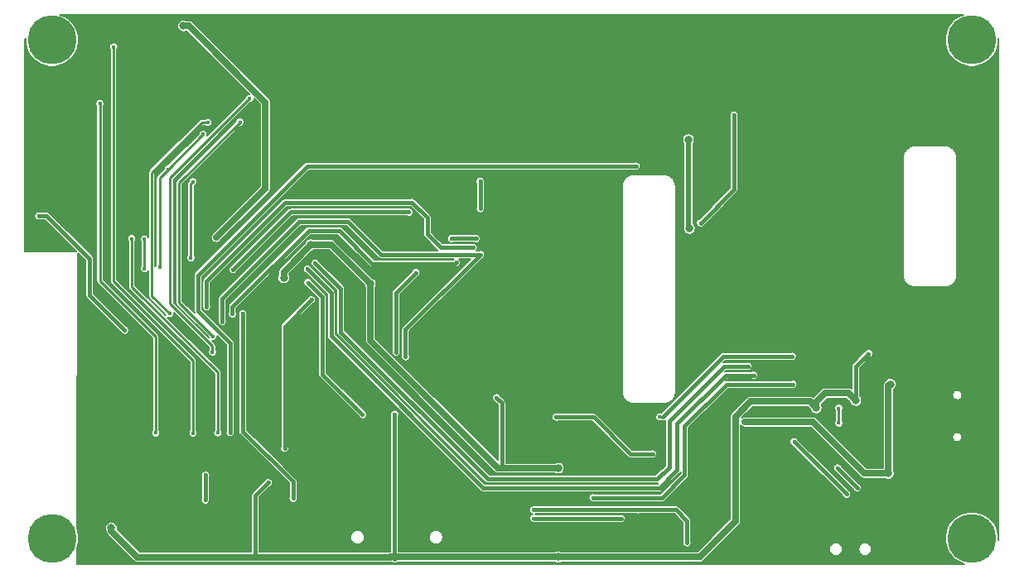
<source format=gbr>
%TF.GenerationSoftware,KiCad,Pcbnew,(5.1.6-0)*%
%TF.CreationDate,2020-10-12T19:17:27+02:00*%
%TF.ProjectId,ESP32_TFT,45535033-325f-4544-9654-2e6b69636164,rev?*%
%TF.SameCoordinates,Original*%
%TF.FileFunction,Copper,L2,Bot*%
%TF.FilePolarity,Positive*%
%FSLAX46Y46*%
G04 Gerber Fmt 4.6, Leading zero omitted, Abs format (unit mm)*
G04 Created by KiCad (PCBNEW (5.1.6-0)) date 2020-10-12 19:17:27*
%MOMM*%
%LPD*%
G01*
G04 APERTURE LIST*
%TA.AperFunction,ComponentPad*%
%ADD10C,0.800000*%
%TD*%
%TA.AperFunction,ComponentPad*%
%ADD11C,5.000000*%
%TD*%
%TA.AperFunction,ViaPad*%
%ADD12C,0.800000*%
%TD*%
%TA.AperFunction,ViaPad*%
%ADD13C,0.450000*%
%TD*%
%TA.AperFunction,Conductor*%
%ADD14C,0.254000*%
%TD*%
%TA.AperFunction,Conductor*%
%ADD15C,0.635000*%
%TD*%
%TA.AperFunction,Conductor*%
%ADD16C,0.381000*%
%TD*%
%TA.AperFunction,Conductor*%
%ADD17C,0.508000*%
%TD*%
%TA.AperFunction,Conductor*%
%ADD18C,0.152400*%
%TD*%
G04 APERTURE END LIST*
D10*
%TO.P,H1,1*%
%TO.N,N/C*%
X42825825Y-38674175D03*
X41500000Y-38125000D03*
X40174175Y-38674175D03*
X39625000Y-40000000D03*
X40174175Y-41325825D03*
X41500000Y-41875000D03*
X42825825Y-41325825D03*
X43375000Y-40000000D03*
D11*
X41500000Y-40000000D03*
%TD*%
D10*
%TO.P,H2,1*%
%TO.N,N/C*%
X42825825Y-89674175D03*
X41500000Y-89125000D03*
X40174175Y-89674175D03*
X39625000Y-91000000D03*
X40174175Y-92325825D03*
X41500000Y-92875000D03*
X42825825Y-92325825D03*
X43375000Y-91000000D03*
D11*
X41500000Y-91000000D03*
%TD*%
D10*
%TO.P,H3,1*%
%TO.N,N/C*%
X136825825Y-38674175D03*
X135500000Y-38125000D03*
X134174175Y-38674175D03*
X133625000Y-40000000D03*
X134174175Y-41325825D03*
X135500000Y-41875000D03*
X136825825Y-41325825D03*
X137375000Y-40000000D03*
D11*
X135500000Y-40000000D03*
%TD*%
D10*
%TO.P,H4,1*%
%TO.N,N/C*%
X136825825Y-89674175D03*
X135500000Y-89125000D03*
X134174175Y-89674175D03*
X133625000Y-91000000D03*
X134174175Y-92325825D03*
X135500000Y-92875000D03*
X136825825Y-92325825D03*
X137375000Y-91000000D03*
D11*
X135500000Y-91000000D03*
%TD*%
D12*
%TO.N,VBUS*%
X126970000Y-84370000D03*
D13*
X126990000Y-78990000D03*
D12*
X127180000Y-75240000D03*
D13*
X112340000Y-79099998D03*
D12*
%TO.N,GND*%
X93130000Y-45600000D03*
X93130000Y-46600000D03*
X93130000Y-47600000D03*
X94130000Y-45600000D03*
X94130000Y-46600000D03*
X94130000Y-47600000D03*
X44870000Y-53670000D03*
X44870000Y-52670000D03*
X44870000Y-51670000D03*
X113400000Y-65640000D03*
X113400000Y-66640000D03*
X113400000Y-67640000D03*
X114400000Y-67640000D03*
X114400000Y-65640000D03*
X114400000Y-66640000D03*
X123360000Y-45680000D03*
X122360000Y-44680000D03*
X122360000Y-43680000D03*
X123360000Y-44680000D03*
X123360000Y-43680000D03*
X122360000Y-45680000D03*
X97010000Y-66400000D03*
X96010000Y-65400000D03*
X96010000Y-64400000D03*
X97010000Y-65400000D03*
X97010000Y-64400000D03*
X96010000Y-66400000D03*
X104780000Y-89230000D03*
X103780000Y-89230000D03*
X104780000Y-90230000D03*
X103780000Y-91230000D03*
X103780000Y-90230000D03*
X104780000Y-91230000D03*
X66600000Y-75760000D03*
X66600000Y-74660000D03*
X66600000Y-73560000D03*
X67700000Y-75760000D03*
X67700000Y-74660000D03*
X67700000Y-73560000D03*
D13*
X64200000Y-66400000D03*
X64200000Y-65700000D03*
X64800000Y-65700000D03*
X64800000Y-66400000D03*
X109730000Y-77530000D03*
X109730000Y-78220000D03*
X109740000Y-78960000D03*
X108970000Y-78940000D03*
X108180000Y-78970000D03*
D12*
%TO.N,+3V3*%
X47570000Y-89950000D03*
X74027773Y-64962227D03*
D13*
X58287507Y-60212493D03*
D12*
X65190000Y-64350000D03*
D13*
X76525001Y-78294999D03*
D12*
X106549998Y-50200000D03*
X93240000Y-83820000D03*
X123640000Y-76900000D03*
X119600000Y-77650000D03*
D13*
X86930000Y-76610000D03*
X124950000Y-72099998D03*
D12*
X106640000Y-59290000D03*
X93230000Y-92920000D03*
X67949998Y-60949998D03*
D13*
X63600000Y-85300000D03*
D12*
X54920000Y-38550002D03*
D13*
%TO.N,EN*%
X90740000Y-88950000D03*
X99660000Y-88980000D03*
%TO.N,+BATT*%
X101370000Y-88080000D03*
X106390000Y-91470000D03*
X90730000Y-88090000D03*
%TO.N,YD*%
X85270000Y-57260000D03*
X85259998Y-54450000D03*
%TO.N,DC_RS*%
X84830000Y-60320000D03*
X82330000Y-60330000D03*
%TO.N,SCK*%
X57300000Y-67300000D03*
X78270000Y-56620000D03*
X84550000Y-61240000D03*
X81670000Y-61270000D03*
X76659998Y-71930000D03*
X78690000Y-63810000D03*
%TO.N,SDI*%
X58900000Y-68800000D03*
X85300000Y-61959998D03*
X77624994Y-72414994D03*
X77600000Y-61970000D03*
%TO.N,TFT_RESET*%
X82810002Y-62760000D03*
X59930409Y-68030409D03*
%TO.N,CTC_IRQ*%
X101200000Y-52900000D03*
X59700000Y-80190000D03*
%TO.N,D-*%
X121909840Y-79200000D03*
X121909999Y-77690000D03*
%TO.N,IO5*%
X55700000Y-62300000D03*
X55900000Y-54500000D03*
%TO.N,IO12*%
X61700002Y-45974000D03*
X57900000Y-71930002D03*
%TO.N,IO13*%
X60706000Y-48400000D03*
X57950000Y-70330000D03*
%TO.N,IO16*%
X53500000Y-68000000D03*
X57430000Y-48440000D03*
%TO.N,IO33*%
X47800000Y-40700000D03*
X55905000Y-80235000D03*
%TO.N,IO34*%
X46400000Y-46500000D03*
X52100000Y-80220000D03*
%TO.N,SDA*%
X52500000Y-63250000D03*
X56940000Y-49650000D03*
X53370000Y-53220000D03*
X111190000Y-47670000D03*
X107780000Y-58730000D03*
%TO.N,PIEZO*%
X49650000Y-60330000D03*
X58440000Y-80209998D03*
%TO.N,RTS*%
X117150000Y-72380000D03*
X103620000Y-78580000D03*
%TO.N,Net-(Q1-Pad1)*%
X102880000Y-82359998D03*
X93010000Y-78590000D03*
%TO.N,DTR*%
X96790000Y-86850002D03*
X117210000Y-75240000D03*
%TO.N,IO0*%
X61000000Y-68000000D03*
X48920000Y-69704410D03*
X66140000Y-86909994D03*
X40140000Y-58000014D03*
%TO.N,RXD0*%
X50950000Y-63390000D03*
X50940000Y-60389974D03*
X112610000Y-73380000D03*
X68379999Y-62840001D03*
%TO.N,TXD0*%
X113190000Y-74300000D03*
X67600001Y-63449993D03*
%TO.N,RTC_IRQ*%
X65270000Y-81790000D03*
X68010000Y-66580000D03*
%TO.N,SDO*%
X73225001Y-78334999D03*
X67643995Y-64823983D03*
%TO.N,SD_CS*%
X57200000Y-84540000D03*
X57160000Y-87090000D03*
%TO.N,LDO_EN*%
X122710000Y-86480000D03*
X117340000Y-81110000D03*
%TO.N,RTC_CS*%
X60000000Y-63500000D03*
X77960000Y-57609998D03*
%TO.N,/VIN*%
X123780000Y-85820000D03*
X121780000Y-83800000D03*
%TD*%
D14*
%TO.N,VBUS*%
X126970000Y-79010000D02*
X126990000Y-78990000D01*
D15*
X126970000Y-84370000D02*
X126970000Y-79010000D01*
X126990000Y-75320000D02*
X126990000Y-78990000D01*
X127180000Y-75240000D02*
X126990000Y-75320000D01*
X126970000Y-84370000D02*
X124530000Y-84370000D01*
X119259998Y-79099998D02*
X112340000Y-79099998D01*
X124530000Y-84370000D02*
X119259998Y-79099998D01*
%TO.N,+3V3*%
X68000000Y-61000000D02*
X68000000Y-61000000D01*
X87460454Y-83820000D02*
X93240000Y-83820000D01*
D16*
X87460454Y-77140454D02*
X86930000Y-76610000D01*
X87460454Y-83820000D02*
X87460454Y-77140454D01*
D15*
X120500000Y-76140000D02*
X119600000Y-77040000D01*
X119600000Y-77040000D02*
X119600000Y-77650000D01*
X122880000Y-76140000D02*
X120500000Y-76140000D01*
X123640000Y-76900000D02*
X122880000Y-76140000D01*
D16*
X123640000Y-76900000D02*
X123640000Y-73409998D01*
X123640000Y-73409998D02*
X124950000Y-72099998D01*
D15*
X87090000Y-83820000D02*
X87460454Y-83820000D01*
X74027773Y-70757773D02*
X87090000Y-83820000D01*
X74027773Y-64962227D02*
X74027773Y-70757773D01*
D17*
X106549998Y-59199998D02*
X106640000Y-59290000D01*
X106549998Y-50200000D02*
X106549998Y-59199998D01*
D14*
X76510000Y-93130000D02*
X76500000Y-92910000D01*
D16*
X76525001Y-78294999D02*
X76510000Y-93130000D01*
D15*
X47570000Y-90240000D02*
X47570000Y-89950000D01*
X50260000Y-92930000D02*
X47570000Y-90240000D01*
X76089802Y-92930000D02*
X50260000Y-92930000D01*
X92664315Y-92920000D02*
X93230000Y-92920000D01*
X76040000Y-92920000D02*
X92664315Y-92920000D01*
X76030000Y-92930000D02*
X76040000Y-92920000D01*
X74027773Y-64962227D02*
X70015544Y-60949998D01*
X70015544Y-60949998D02*
X67949998Y-60949998D01*
X67949998Y-60960002D02*
X67949998Y-60949998D01*
X65190000Y-63720000D02*
X67949998Y-60960002D01*
X65190000Y-64350000D02*
X65190000Y-63720000D01*
X93240000Y-92910000D02*
X93230000Y-92920000D01*
X111350000Y-89250000D02*
X107690000Y-92910000D01*
X111350000Y-78545000D02*
X111350000Y-89250000D01*
X107690000Y-92910000D02*
X93240000Y-92910000D01*
X112895000Y-77000000D02*
X111350000Y-78545000D01*
X118950000Y-77000000D02*
X112895000Y-77000000D01*
X119600000Y-77650000D02*
X118950000Y-77000000D01*
D16*
X62286914Y-86613086D02*
X63600000Y-85300000D01*
X62286914Y-92890000D02*
X62286914Y-86613086D01*
D15*
X58287507Y-60212493D02*
X63300000Y-55200000D01*
X63300000Y-55200000D02*
X63300000Y-46364317D01*
X63300000Y-46364317D02*
X55485685Y-38550002D01*
X55485685Y-38550002D02*
X54920000Y-38550002D01*
D16*
%TO.N,EN*%
X99660000Y-88980000D02*
X90770000Y-88980000D01*
D14*
X90770000Y-88980000D02*
X90740000Y-88950000D01*
D16*
%TO.N,+BATT*%
X90730000Y-88090000D02*
X101360000Y-88090000D01*
D14*
X101360000Y-88090000D02*
X101370000Y-88080000D01*
D16*
X105270000Y-88080000D02*
X106390000Y-89200000D01*
X106390000Y-89200000D02*
X106390000Y-91470000D01*
X101370000Y-88080000D02*
X105270000Y-88080000D01*
%TO.N,YD*%
X85270000Y-57260000D02*
X85270000Y-54460002D01*
D14*
X85270000Y-54460002D02*
X85259998Y-54450000D01*
D16*
%TO.N,DC_RS*%
X84830000Y-60320000D02*
X82340000Y-60320000D01*
D14*
X82340000Y-60320000D02*
X82330000Y-60330000D01*
D16*
%TO.N,SCK*%
X78300000Y-56620000D02*
X79860000Y-58180000D01*
X81200000Y-61240000D02*
X84550000Y-61240000D01*
X79860000Y-59900000D02*
X81200000Y-61240000D01*
X79860000Y-58180000D02*
X79860000Y-59900000D01*
D14*
X78270000Y-56620000D02*
X78300000Y-56620000D01*
D16*
X76790000Y-56620000D02*
X78270000Y-56620000D01*
X65340000Y-56620000D02*
X76790000Y-56620000D01*
X57300000Y-64660000D02*
X65340000Y-56620000D01*
X57300000Y-67300000D02*
X57300000Y-64660000D01*
X76659998Y-65840002D02*
X78690000Y-63810000D01*
X76659998Y-71930000D02*
X76659998Y-65840002D01*
D14*
%TO.N,SDI*%
X85289998Y-61970000D02*
X85300000Y-61959998D01*
D16*
X85300000Y-61960000D02*
X77624994Y-69635006D01*
X77624994Y-69635006D02*
X77624994Y-72414994D01*
D14*
X85300000Y-61959998D02*
X85300000Y-61960000D01*
D16*
X85289998Y-61970000D02*
X77600000Y-61970000D01*
X71750000Y-58590000D02*
X75130000Y-61970000D01*
X58900000Y-66430000D02*
X66740000Y-58590000D01*
X75130000Y-61970000D02*
X77600000Y-61970000D01*
X66740000Y-58590000D02*
X71750000Y-58590000D01*
X58900000Y-68800000D02*
X58900000Y-66430000D01*
%TO.N,TFT_RESET*%
X70860000Y-59490000D02*
X67740000Y-59490000D01*
X82700002Y-62870000D02*
X74240000Y-62870000D01*
X67740000Y-59490000D02*
X59930409Y-67299591D01*
X74240000Y-62870000D02*
X70860000Y-59490000D01*
X59930409Y-67299591D02*
X59930409Y-68030409D01*
X82810002Y-62760000D02*
X82700002Y-62870000D01*
%TO.N,CTC_IRQ*%
X101200000Y-52900000D02*
X67600000Y-52900000D01*
X67600000Y-52900000D02*
X56400000Y-64100000D01*
X56400000Y-64100000D02*
X56400000Y-67700000D01*
X56400000Y-67700000D02*
X59700000Y-71000000D01*
X59700000Y-71000000D02*
X59700000Y-80190000D01*
D14*
%TO.N,D-*%
X121909840Y-79200000D02*
X121909840Y-77690159D01*
X121909840Y-77690159D02*
X121909999Y-77690000D01*
%TO.N,IO5*%
X55700000Y-62300000D02*
X55700000Y-54700000D01*
X55700000Y-54700000D02*
X55900000Y-54500000D01*
%TO.N,IO12*%
X57900000Y-71330000D02*
X57900000Y-71930002D01*
X53580000Y-67010000D02*
X57900000Y-71330000D01*
X53580000Y-54094002D02*
X53580000Y-67010000D01*
X61700002Y-45974000D02*
X53580000Y-54094002D01*
%TO.N,IO13*%
X54480000Y-66860000D02*
X57950000Y-70330000D01*
X54480000Y-54626000D02*
X54480000Y-66860000D01*
X60706000Y-48400000D02*
X54480000Y-54626000D01*
%TO.N,IO16*%
X51700000Y-53560000D02*
X56820000Y-48440000D01*
X51700000Y-66200000D02*
X51700000Y-53560000D01*
X56820000Y-48440000D02*
X57430000Y-48440000D01*
X53500000Y-68000000D02*
X51700000Y-66200000D01*
%TO.N,IO33*%
X47800000Y-40700000D02*
X47800000Y-64704410D01*
X47800000Y-64704410D02*
X53300000Y-70204410D01*
X55905000Y-72809410D02*
X53300000Y-70204410D01*
X55905000Y-80235000D02*
X55905000Y-72809410D01*
%TO.N,IO34*%
X52090000Y-80210000D02*
X52100000Y-80220000D01*
X52090000Y-70390000D02*
X52090000Y-80210000D01*
X46400000Y-64700000D02*
X52090000Y-70390000D01*
X46400000Y-46500000D02*
X46400000Y-64700000D01*
%TO.N,SDA*%
X52500000Y-63250000D02*
X52500000Y-54090000D01*
X53370000Y-53220000D02*
X56940000Y-49650000D01*
X52500000Y-54090000D02*
X53370000Y-53220000D01*
D16*
X111190000Y-47670000D02*
X111190000Y-55320000D01*
X111190000Y-55320000D02*
X107780000Y-58730000D01*
D14*
%TO.N,PIEZO*%
X49650000Y-65250000D02*
X58440000Y-74040000D01*
X49650000Y-60330000D02*
X49650000Y-65250000D01*
X58440000Y-74040000D02*
X58440000Y-80209998D01*
D16*
%TO.N,RTS*%
X110100000Y-72380000D02*
X103900000Y-78580000D01*
D14*
X103900000Y-78580000D02*
X103620000Y-78580000D01*
D16*
X117150000Y-72380000D02*
X110100000Y-72380000D01*
%TO.N,Net-(Q1-Pad1)*%
X96850000Y-78590000D02*
X93010000Y-78590000D01*
X100619998Y-82359998D02*
X96850000Y-78590000D01*
X102880000Y-82359998D02*
X100619998Y-82359998D01*
%TO.N,DTR*%
X106160000Y-84510000D02*
X106160000Y-79520000D01*
X110440000Y-75240000D02*
X117210000Y-75240000D01*
X103819998Y-86850002D02*
X106160000Y-84510000D01*
X106160000Y-79520000D02*
X110440000Y-75240000D01*
X96790000Y-86850002D02*
X103819998Y-86850002D01*
%TO.N,IO0*%
X45360000Y-66144410D02*
X45360000Y-62401802D01*
X48920000Y-69704410D02*
X45360000Y-66144410D01*
X45360000Y-62401802D02*
X40958212Y-58000014D01*
X40958212Y-58000014D02*
X40140000Y-58000014D01*
X66140000Y-85210000D02*
X66140000Y-86909994D01*
X61000000Y-80070000D02*
X66140000Y-85210000D01*
X61000000Y-68000000D02*
X61000000Y-80070000D01*
D14*
%TO.N,RXD0*%
X50950000Y-63390000D02*
X50950000Y-60399974D01*
X50950000Y-60399974D02*
X50940000Y-60389974D01*
D16*
X71000000Y-69900000D02*
X71000000Y-65460002D01*
X86050000Y-84950000D02*
X71000000Y-69900000D01*
X71000000Y-65460002D02*
X68379999Y-62840001D01*
X104560000Y-83710000D02*
X103320000Y-84950000D01*
X104560000Y-79010000D02*
X104560000Y-83710000D01*
X103320000Y-84950000D02*
X86050000Y-84950000D01*
X110190000Y-73380000D02*
X104560000Y-79010000D01*
X112610000Y-73380000D02*
X110190000Y-73380000D01*
%TO.N,TXD0*%
X70020000Y-65869992D02*
X67600001Y-63449993D01*
X85550000Y-85830000D02*
X70020000Y-70300000D01*
X113190000Y-74300000D02*
X110320000Y-74300000D01*
X103560000Y-85830000D02*
X85550000Y-85830000D01*
X70020000Y-70300000D02*
X70020000Y-65869992D01*
X105370000Y-84020000D02*
X103560000Y-85830000D01*
X105370000Y-79250000D02*
X105370000Y-84020000D01*
X110320000Y-74300000D02*
X105370000Y-79250000D01*
%TO.N,RTC_IRQ*%
X65270000Y-81790000D02*
X65270000Y-69320000D01*
X65270000Y-69320000D02*
X68010000Y-66580000D01*
%TO.N,SDO*%
X73225001Y-78334999D02*
X69110000Y-74219998D01*
X69110000Y-66289988D02*
X67643995Y-64823983D01*
X69110000Y-74219998D02*
X69110000Y-66289988D01*
D14*
%TO.N,SD_CS*%
X57200000Y-87050000D02*
X57160000Y-87090000D01*
D16*
X57200000Y-84540000D02*
X57200000Y-87050000D01*
%TO.N,LDO_EN*%
X122710000Y-86480000D02*
X117340000Y-81110000D01*
%TO.N,RTC_CS*%
X60000000Y-63500000D02*
X65890002Y-57609998D01*
X65890002Y-57609998D02*
X77960000Y-57609998D01*
D14*
%TO.N,/VIN*%
X121780000Y-83820000D02*
X121780000Y-83800000D01*
D16*
X123780000Y-85820000D02*
X121780000Y-83820000D01*
%TD*%
D18*
%TO.N,GND*%
G36*
X134671632Y-37389705D02*
G01*
X134207523Y-37581946D01*
X133760619Y-37880558D01*
X133380558Y-38260619D01*
X133081946Y-38707523D01*
X132876258Y-39204097D01*
X132771400Y-39731256D01*
X132771400Y-40268744D01*
X132876258Y-40795903D01*
X133081946Y-41292477D01*
X133380558Y-41739381D01*
X133760619Y-42119442D01*
X134207523Y-42418054D01*
X134704097Y-42623742D01*
X135231256Y-42728600D01*
X135768744Y-42728600D01*
X136295903Y-42623742D01*
X136792477Y-42418054D01*
X137239381Y-42119442D01*
X137619442Y-41739381D01*
X137918054Y-41292477D01*
X138123742Y-40795903D01*
X138228600Y-40268744D01*
X138228600Y-39823687D01*
X138246374Y-39992794D01*
X138246400Y-40000310D01*
X138246401Y-90987583D01*
X138228600Y-91169130D01*
X138228600Y-90731256D01*
X138123742Y-90204097D01*
X137918054Y-89707523D01*
X137619442Y-89260619D01*
X137239381Y-88880558D01*
X136792477Y-88581946D01*
X136295903Y-88376258D01*
X135768744Y-88271400D01*
X135231256Y-88271400D01*
X134704097Y-88376258D01*
X134207523Y-88581946D01*
X133760619Y-88880558D01*
X133380558Y-89260619D01*
X133081946Y-89707523D01*
X132876258Y-90204097D01*
X132771400Y-90731256D01*
X132771400Y-91268744D01*
X132876258Y-91795903D01*
X133081946Y-92292477D01*
X133380558Y-92739381D01*
X133760619Y-93119442D01*
X134207523Y-93418054D01*
X134704097Y-93623742D01*
X134767716Y-93636396D01*
X44046229Y-93680815D01*
X44051577Y-91970124D01*
X44123742Y-91795903D01*
X44228600Y-91268744D01*
X44228600Y-90731256D01*
X44123742Y-90204097D01*
X44057597Y-90044409D01*
X44058085Y-89888088D01*
X46941400Y-89888088D01*
X46941400Y-90011912D01*
X46965556Y-90133356D01*
X47012941Y-90247754D01*
X47023593Y-90263695D01*
X47023900Y-90266817D01*
X47023900Y-90266823D01*
X47031802Y-90347053D01*
X47063028Y-90449993D01*
X47113738Y-90544865D01*
X47181981Y-90628019D01*
X47202821Y-90645122D01*
X49854882Y-93297184D01*
X49871981Y-93318019D01*
X49892816Y-93335118D01*
X49900959Y-93341801D01*
X49955135Y-93386262D01*
X50050006Y-93436972D01*
X50152946Y-93468198D01*
X50233176Y-93476100D01*
X50233185Y-93476100D01*
X50259999Y-93478741D01*
X50286813Y-93476100D01*
X76003183Y-93476100D01*
X76030000Y-93478741D01*
X76056817Y-93476100D01*
X76116626Y-93476100D01*
X76196856Y-93468198D01*
X76203772Y-93466100D01*
X76258880Y-93466100D01*
X76275681Y-93479917D01*
X76348449Y-93518907D01*
X76427425Y-93542951D01*
X76509575Y-93551126D01*
X76591740Y-93543117D01*
X76670764Y-93519233D01*
X76743611Y-93480390D01*
X76761059Y-93466100D01*
X92915845Y-93466100D01*
X92932246Y-93477059D01*
X93046644Y-93524444D01*
X93168088Y-93548600D01*
X93291912Y-93548600D01*
X93413356Y-93524444D01*
X93527754Y-93477059D01*
X93559121Y-93456100D01*
X107663183Y-93456100D01*
X107690000Y-93458741D01*
X107716817Y-93456100D01*
X107716824Y-93456100D01*
X107797054Y-93448198D01*
X107899994Y-93416972D01*
X107994865Y-93366262D01*
X108078019Y-93298019D01*
X108095122Y-93277179D01*
X109319137Y-92053164D01*
X120921400Y-92053164D01*
X120921400Y-92186836D01*
X120947479Y-92317940D01*
X120998633Y-92441437D01*
X121072897Y-92552582D01*
X121167418Y-92647103D01*
X121278563Y-92721367D01*
X121402060Y-92772521D01*
X121533164Y-92798600D01*
X121666836Y-92798600D01*
X121797940Y-92772521D01*
X121921437Y-92721367D01*
X122032582Y-92647103D01*
X122127103Y-92552582D01*
X122201367Y-92441437D01*
X122252521Y-92317940D01*
X122278600Y-92186836D01*
X122278600Y-92053164D01*
X123921400Y-92053164D01*
X123921400Y-92186836D01*
X123947479Y-92317940D01*
X123998633Y-92441437D01*
X124072897Y-92552582D01*
X124167418Y-92647103D01*
X124278563Y-92721367D01*
X124402060Y-92772521D01*
X124533164Y-92798600D01*
X124666836Y-92798600D01*
X124797940Y-92772521D01*
X124921437Y-92721367D01*
X125032582Y-92647103D01*
X125127103Y-92552582D01*
X125201367Y-92441437D01*
X125252521Y-92317940D01*
X125278600Y-92186836D01*
X125278600Y-92053164D01*
X125252521Y-91922060D01*
X125201367Y-91798563D01*
X125127103Y-91687418D01*
X125032582Y-91592897D01*
X124921437Y-91518633D01*
X124797940Y-91467479D01*
X124666836Y-91441400D01*
X124533164Y-91441400D01*
X124402060Y-91467479D01*
X124278563Y-91518633D01*
X124167418Y-91592897D01*
X124072897Y-91687418D01*
X123998633Y-91798563D01*
X123947479Y-91922060D01*
X123921400Y-92053164D01*
X122278600Y-92053164D01*
X122252521Y-91922060D01*
X122201367Y-91798563D01*
X122127103Y-91687418D01*
X122032582Y-91592897D01*
X121921437Y-91518633D01*
X121797940Y-91467479D01*
X121666836Y-91441400D01*
X121533164Y-91441400D01*
X121402060Y-91467479D01*
X121278563Y-91518633D01*
X121167418Y-91592897D01*
X121072897Y-91687418D01*
X120998633Y-91798563D01*
X120947479Y-91922060D01*
X120921400Y-92053164D01*
X109319137Y-92053164D01*
X111717184Y-89655118D01*
X111738019Y-89638019D01*
X111759157Y-89612263D01*
X111806262Y-89554865D01*
X111838935Y-89493738D01*
X111856972Y-89459994D01*
X111888198Y-89357054D01*
X111896100Y-89276824D01*
X111896100Y-89276817D01*
X111898741Y-89250000D01*
X111896100Y-89223183D01*
X111896100Y-81065324D01*
X116886400Y-81065324D01*
X116886400Y-81154676D01*
X116903831Y-81242310D01*
X116938025Y-81324860D01*
X116987666Y-81399153D01*
X117050847Y-81462334D01*
X117125140Y-81511975D01*
X117166348Y-81529044D01*
X122290956Y-86653653D01*
X122308025Y-86694860D01*
X122357666Y-86769153D01*
X122420847Y-86832334D01*
X122495140Y-86881975D01*
X122577690Y-86916169D01*
X122665324Y-86933600D01*
X122754676Y-86933600D01*
X122842310Y-86916169D01*
X122924860Y-86881975D01*
X122999153Y-86832334D01*
X123062334Y-86769153D01*
X123111975Y-86694860D01*
X123146169Y-86612310D01*
X123163600Y-86524676D01*
X123163600Y-86435324D01*
X123146169Y-86347690D01*
X123111975Y-86265140D01*
X123062334Y-86190847D01*
X122999153Y-86127666D01*
X122924860Y-86078025D01*
X122883653Y-86060956D01*
X120578021Y-83755324D01*
X121326400Y-83755324D01*
X121326400Y-83844676D01*
X121343831Y-83932310D01*
X121378025Y-84014860D01*
X121427666Y-84089153D01*
X121490847Y-84152334D01*
X121565140Y-84201975D01*
X121572206Y-84204902D01*
X123360956Y-85993653D01*
X123378025Y-86034860D01*
X123427666Y-86109153D01*
X123490847Y-86172334D01*
X123565140Y-86221975D01*
X123647690Y-86256169D01*
X123735324Y-86273600D01*
X123824676Y-86273600D01*
X123912310Y-86256169D01*
X123994860Y-86221975D01*
X124069153Y-86172334D01*
X124132334Y-86109153D01*
X124181975Y-86034860D01*
X124216169Y-85952310D01*
X124233600Y-85864676D01*
X124233600Y-85775324D01*
X124216169Y-85687690D01*
X124181975Y-85605140D01*
X124132334Y-85530847D01*
X124069153Y-85467666D01*
X123994860Y-85418025D01*
X123953653Y-85400956D01*
X122213187Y-83660491D01*
X122181975Y-83585140D01*
X122132334Y-83510847D01*
X122069153Y-83447666D01*
X121994860Y-83398025D01*
X121912310Y-83363831D01*
X121824676Y-83346400D01*
X121735324Y-83346400D01*
X121647690Y-83363831D01*
X121565140Y-83398025D01*
X121490847Y-83447666D01*
X121427666Y-83510847D01*
X121378025Y-83585140D01*
X121343831Y-83667690D01*
X121326400Y-83755324D01*
X120578021Y-83755324D01*
X117759044Y-80936348D01*
X117741975Y-80895140D01*
X117692334Y-80820847D01*
X117629153Y-80757666D01*
X117554860Y-80708025D01*
X117472310Y-80673831D01*
X117384676Y-80656400D01*
X117295324Y-80656400D01*
X117207690Y-80673831D01*
X117125140Y-80708025D01*
X117050847Y-80757666D01*
X116987666Y-80820847D01*
X116938025Y-80895140D01*
X116903831Y-80977690D01*
X116886400Y-81065324D01*
X111896100Y-81065324D01*
X111896100Y-79419926D01*
X111951981Y-79488017D01*
X112035135Y-79556260D01*
X112130006Y-79606970D01*
X112232946Y-79638196D01*
X112313176Y-79646098D01*
X119033797Y-79646098D01*
X124124882Y-84737184D01*
X124141981Y-84758019D01*
X124225135Y-84826262D01*
X124320006Y-84876972D01*
X124422946Y-84908198D01*
X124503176Y-84916100D01*
X124503185Y-84916100D01*
X124529999Y-84918741D01*
X124556813Y-84916100D01*
X126655845Y-84916100D01*
X126672246Y-84927059D01*
X126786644Y-84974444D01*
X126908088Y-84998600D01*
X127031912Y-84998600D01*
X127153356Y-84974444D01*
X127267754Y-84927059D01*
X127370709Y-84858266D01*
X127458266Y-84770709D01*
X127527059Y-84667754D01*
X127574444Y-84553356D01*
X127598600Y-84431912D01*
X127598600Y-84308088D01*
X127574444Y-84186644D01*
X127527059Y-84072246D01*
X127516100Y-84055845D01*
X127516100Y-80600400D01*
X133496400Y-80600400D01*
X133496400Y-80699600D01*
X133515753Y-80796895D01*
X133553715Y-80888544D01*
X133608828Y-80971026D01*
X133678974Y-81041172D01*
X133761456Y-81096285D01*
X133853105Y-81134247D01*
X133950400Y-81153600D01*
X134049600Y-81153600D01*
X134146895Y-81134247D01*
X134238544Y-81096285D01*
X134321026Y-81041172D01*
X134391172Y-80971026D01*
X134446285Y-80888544D01*
X134484247Y-80796895D01*
X134503600Y-80699600D01*
X134503600Y-80600400D01*
X134484247Y-80503105D01*
X134446285Y-80411456D01*
X134391172Y-80328974D01*
X134321026Y-80258828D01*
X134238544Y-80203715D01*
X134146895Y-80165753D01*
X134049600Y-80146400D01*
X133950400Y-80146400D01*
X133853105Y-80165753D01*
X133761456Y-80203715D01*
X133678974Y-80258828D01*
X133608828Y-80328974D01*
X133553715Y-80411456D01*
X133515753Y-80503105D01*
X133496400Y-80600400D01*
X127516100Y-80600400D01*
X127516100Y-79136936D01*
X127528198Y-79097054D01*
X127536100Y-79016824D01*
X127536100Y-76300400D01*
X133496400Y-76300400D01*
X133496400Y-76399600D01*
X133515753Y-76496895D01*
X133553715Y-76588544D01*
X133608828Y-76671026D01*
X133678974Y-76741172D01*
X133761456Y-76796285D01*
X133853105Y-76834247D01*
X133950400Y-76853600D01*
X134049600Y-76853600D01*
X134146895Y-76834247D01*
X134238544Y-76796285D01*
X134321026Y-76741172D01*
X134391172Y-76671026D01*
X134446285Y-76588544D01*
X134484247Y-76496895D01*
X134503600Y-76399600D01*
X134503600Y-76300400D01*
X134484247Y-76203105D01*
X134446285Y-76111456D01*
X134391172Y-76028974D01*
X134321026Y-75958828D01*
X134238544Y-75903715D01*
X134146895Y-75865753D01*
X134049600Y-75846400D01*
X133950400Y-75846400D01*
X133853105Y-75865753D01*
X133761456Y-75903715D01*
X133678974Y-75958828D01*
X133608828Y-76028974D01*
X133553715Y-76111456D01*
X133515753Y-76203105D01*
X133496400Y-76300400D01*
X127536100Y-76300400D01*
X127536100Y-75758073D01*
X127580709Y-75728266D01*
X127668266Y-75640709D01*
X127737059Y-75537754D01*
X127784444Y-75423356D01*
X127808600Y-75301912D01*
X127808600Y-75178088D01*
X127784444Y-75056644D01*
X127737059Y-74942246D01*
X127668266Y-74839291D01*
X127580709Y-74751734D01*
X127477754Y-74682941D01*
X127363356Y-74635556D01*
X127241912Y-74611400D01*
X127118088Y-74611400D01*
X126996644Y-74635556D01*
X126882246Y-74682941D01*
X126779291Y-74751734D01*
X126691734Y-74839291D01*
X126663889Y-74880964D01*
X126642393Y-74898816D01*
X126601981Y-74931981D01*
X126600961Y-74933224D01*
X126599729Y-74934247D01*
X126566901Y-74974726D01*
X126533738Y-75015135D01*
X126532981Y-75016552D01*
X126531970Y-75017798D01*
X126507664Y-75063916D01*
X126483028Y-75110007D01*
X126482561Y-75111547D01*
X126481815Y-75112962D01*
X126466978Y-75162917D01*
X126451802Y-75212947D01*
X126451645Y-75214544D01*
X126451188Y-75216082D01*
X126446381Y-75267990D01*
X126443900Y-75293177D01*
X126443900Y-75294776D01*
X126441268Y-75323196D01*
X126443900Y-75348413D01*
X126443901Y-78863064D01*
X126431803Y-78902946D01*
X126423901Y-78983176D01*
X126423900Y-83823900D01*
X124756202Y-83823900D01*
X120087626Y-79155324D01*
X121456240Y-79155324D01*
X121456240Y-79244676D01*
X121473671Y-79332310D01*
X121507865Y-79414860D01*
X121557506Y-79489153D01*
X121620687Y-79552334D01*
X121694980Y-79601975D01*
X121777530Y-79636169D01*
X121865164Y-79653600D01*
X121954516Y-79653600D01*
X122042150Y-79636169D01*
X122124700Y-79601975D01*
X122198993Y-79552334D01*
X122262174Y-79489153D01*
X122311815Y-79414860D01*
X122346009Y-79332310D01*
X122363440Y-79244676D01*
X122363440Y-79155324D01*
X122346009Y-79067690D01*
X122311815Y-78985140D01*
X122265440Y-78915735D01*
X122265440Y-77974503D01*
X122311974Y-77904860D01*
X122346168Y-77822310D01*
X122363599Y-77734676D01*
X122363599Y-77645324D01*
X122346168Y-77557690D01*
X122311974Y-77475140D01*
X122262333Y-77400847D01*
X122199152Y-77337666D01*
X122124859Y-77288025D01*
X122042309Y-77253831D01*
X121954675Y-77236400D01*
X121865323Y-77236400D01*
X121777689Y-77253831D01*
X121695139Y-77288025D01*
X121620846Y-77337666D01*
X121557665Y-77400847D01*
X121508024Y-77475140D01*
X121473830Y-77557690D01*
X121456399Y-77645324D01*
X121456399Y-77734676D01*
X121473830Y-77822310D01*
X121508024Y-77904860D01*
X121554241Y-77974028D01*
X121554240Y-78915735D01*
X121507865Y-78985140D01*
X121473671Y-79067690D01*
X121456240Y-79155324D01*
X120087626Y-79155324D01*
X119665120Y-78732819D01*
X119648017Y-78711979D01*
X119564863Y-78643736D01*
X119469992Y-78593026D01*
X119367052Y-78561800D01*
X119286822Y-78553898D01*
X119286815Y-78553898D01*
X119259998Y-78551257D01*
X119233181Y-78553898D01*
X112313176Y-78553898D01*
X112232946Y-78561800D01*
X112130006Y-78593026D01*
X112035135Y-78643736D01*
X111970614Y-78696688D01*
X113121202Y-77546100D01*
X118723799Y-77546100D01*
X118991708Y-77814010D01*
X118995556Y-77833356D01*
X119042941Y-77947754D01*
X119111734Y-78050709D01*
X119199291Y-78138266D01*
X119302246Y-78207059D01*
X119416644Y-78254444D01*
X119538088Y-78278600D01*
X119661912Y-78278600D01*
X119783356Y-78254444D01*
X119897754Y-78207059D01*
X120000709Y-78138266D01*
X120088266Y-78050709D01*
X120157059Y-77947754D01*
X120204444Y-77833356D01*
X120228600Y-77711912D01*
X120228600Y-77588088D01*
X120204444Y-77466644D01*
X120157059Y-77352246D01*
X120146100Y-77335845D01*
X120146100Y-77266201D01*
X120726202Y-76686100D01*
X122653799Y-76686100D01*
X123031708Y-77064010D01*
X123035556Y-77083356D01*
X123082941Y-77197754D01*
X123151734Y-77300709D01*
X123239291Y-77388266D01*
X123342246Y-77457059D01*
X123456644Y-77504444D01*
X123578088Y-77528600D01*
X123701912Y-77528600D01*
X123823356Y-77504444D01*
X123937754Y-77457059D01*
X124040709Y-77388266D01*
X124128266Y-77300709D01*
X124197059Y-77197754D01*
X124244444Y-77083356D01*
X124268600Y-76961912D01*
X124268600Y-76838088D01*
X124244444Y-76716644D01*
X124197059Y-76602246D01*
X124128266Y-76499291D01*
X124059100Y-76430125D01*
X124059100Y-73583594D01*
X125123653Y-72519042D01*
X125164860Y-72501973D01*
X125239153Y-72452332D01*
X125302334Y-72389151D01*
X125351975Y-72314858D01*
X125386169Y-72232308D01*
X125403600Y-72144674D01*
X125403600Y-72055322D01*
X125386169Y-71967688D01*
X125351975Y-71885138D01*
X125302334Y-71810845D01*
X125239153Y-71747664D01*
X125164860Y-71698023D01*
X125082310Y-71663829D01*
X124994676Y-71646398D01*
X124905324Y-71646398D01*
X124817690Y-71663829D01*
X124735140Y-71698023D01*
X124660847Y-71747664D01*
X124597666Y-71810845D01*
X124548025Y-71885138D01*
X124530956Y-71926345D01*
X123358206Y-73099096D01*
X123342219Y-73112216D01*
X123329100Y-73128202D01*
X123289846Y-73176033D01*
X123250930Y-73248840D01*
X123226965Y-73327841D01*
X123218873Y-73409998D01*
X123220901Y-73430588D01*
X123220900Y-75713312D01*
X123184865Y-75683738D01*
X123089994Y-75633028D01*
X122987054Y-75601802D01*
X122906824Y-75593900D01*
X122906817Y-75593900D01*
X122880000Y-75591259D01*
X122853183Y-75593900D01*
X120526813Y-75593900D01*
X120499999Y-75591259D01*
X120473185Y-75593900D01*
X120473176Y-75593900D01*
X120392946Y-75601802D01*
X120290006Y-75633028D01*
X120195135Y-75683738D01*
X120111981Y-75751981D01*
X120094882Y-75772816D01*
X119292816Y-76574883D01*
X119254865Y-76543738D01*
X119159994Y-76493028D01*
X119057054Y-76461802D01*
X118976824Y-76453900D01*
X118976817Y-76453900D01*
X118950000Y-76451259D01*
X118923183Y-76453900D01*
X112921817Y-76453900D01*
X112895000Y-76451259D01*
X112868183Y-76453900D01*
X112868176Y-76453900D01*
X112787946Y-76461802D01*
X112685006Y-76493028D01*
X112685004Y-76493029D01*
X112590135Y-76543738D01*
X112535041Y-76588953D01*
X112506981Y-76611981D01*
X112489882Y-76632816D01*
X110982821Y-78139878D01*
X110961981Y-78156981D01*
X110893738Y-78240135D01*
X110843028Y-78335007D01*
X110811802Y-78437947D01*
X110803900Y-78518177D01*
X110803900Y-78518183D01*
X110801259Y-78545000D01*
X110803900Y-78571817D01*
X110803901Y-89023797D01*
X107463799Y-92363900D01*
X93529189Y-92363900D01*
X93527754Y-92362941D01*
X93413356Y-92315556D01*
X93291912Y-92291400D01*
X93168088Y-92291400D01*
X93046644Y-92315556D01*
X92932246Y-92362941D01*
X92915845Y-92373900D01*
X76929864Y-92373900D01*
X76931427Y-90828239D01*
X80006401Y-90828239D01*
X80006401Y-90971761D01*
X80034401Y-91112525D01*
X80089324Y-91245121D01*
X80169061Y-91364455D01*
X80270546Y-91465940D01*
X80389880Y-91545677D01*
X80522476Y-91600600D01*
X80663240Y-91628600D01*
X80806762Y-91628600D01*
X80947526Y-91600600D01*
X81080122Y-91545677D01*
X81199456Y-91465940D01*
X81300941Y-91364455D01*
X81380678Y-91245121D01*
X81435601Y-91112525D01*
X81463601Y-90971761D01*
X81463601Y-90828239D01*
X81435601Y-90687475D01*
X81380678Y-90554879D01*
X81300941Y-90435545D01*
X81199456Y-90334060D01*
X81080122Y-90254323D01*
X80947526Y-90199400D01*
X80806762Y-90171400D01*
X80663240Y-90171400D01*
X80522476Y-90199400D01*
X80389880Y-90254323D01*
X80270546Y-90334060D01*
X80169061Y-90435545D01*
X80089324Y-90554879D01*
X80034401Y-90687475D01*
X80006401Y-90828239D01*
X76931427Y-90828239D01*
X76934241Y-88045324D01*
X90276400Y-88045324D01*
X90276400Y-88134676D01*
X90293831Y-88222310D01*
X90328025Y-88304860D01*
X90377666Y-88379153D01*
X90440847Y-88442334D01*
X90515140Y-88491975D01*
X90587797Y-88522071D01*
X90525140Y-88548025D01*
X90450847Y-88597666D01*
X90387666Y-88660847D01*
X90338025Y-88735140D01*
X90303831Y-88817690D01*
X90286400Y-88905324D01*
X90286400Y-88994676D01*
X90303831Y-89082310D01*
X90338025Y-89164860D01*
X90387666Y-89239153D01*
X90450847Y-89302334D01*
X90525140Y-89351975D01*
X90607690Y-89386169D01*
X90695324Y-89403600D01*
X90784676Y-89403600D01*
X90807300Y-89399100D01*
X99486483Y-89399100D01*
X99527690Y-89416169D01*
X99615324Y-89433600D01*
X99704676Y-89433600D01*
X99792310Y-89416169D01*
X99874860Y-89381975D01*
X99949153Y-89332334D01*
X100012334Y-89269153D01*
X100061975Y-89194860D01*
X100096169Y-89112310D01*
X100113600Y-89024676D01*
X100113600Y-88935324D01*
X100096169Y-88847690D01*
X100061975Y-88765140D01*
X100012334Y-88690847D01*
X99949153Y-88627666D01*
X99874860Y-88578025D01*
X99792310Y-88543831D01*
X99704676Y-88526400D01*
X99615324Y-88526400D01*
X99527690Y-88543831D01*
X99486483Y-88560900D01*
X90974129Y-88560900D01*
X90954860Y-88548025D01*
X90882203Y-88517929D01*
X90903517Y-88509100D01*
X101220624Y-88509100D01*
X101237690Y-88516169D01*
X101325324Y-88533600D01*
X101414676Y-88533600D01*
X101502310Y-88516169D01*
X101543517Y-88499100D01*
X105096404Y-88499100D01*
X105970900Y-89373597D01*
X105970901Y-91296480D01*
X105953831Y-91337690D01*
X105936400Y-91425324D01*
X105936400Y-91514676D01*
X105953831Y-91602310D01*
X105988025Y-91684860D01*
X106037666Y-91759153D01*
X106100847Y-91822334D01*
X106175140Y-91871975D01*
X106257690Y-91906169D01*
X106345324Y-91923600D01*
X106434676Y-91923600D01*
X106522310Y-91906169D01*
X106604860Y-91871975D01*
X106679153Y-91822334D01*
X106742334Y-91759153D01*
X106791975Y-91684860D01*
X106826169Y-91602310D01*
X106843600Y-91514676D01*
X106843600Y-91425324D01*
X106826169Y-91337690D01*
X106809100Y-91296483D01*
X106809100Y-89220579D01*
X106811127Y-89199999D01*
X106803035Y-89117842D01*
X106801357Y-89112310D01*
X106779071Y-89038842D01*
X106740154Y-88966034D01*
X106687782Y-88902218D01*
X106671796Y-88889099D01*
X105580907Y-87798211D01*
X105567782Y-87782218D01*
X105503966Y-87729846D01*
X105431158Y-87690929D01*
X105352158Y-87666965D01*
X105290580Y-87660900D01*
X105270000Y-87658873D01*
X105249420Y-87660900D01*
X101543517Y-87660900D01*
X101502310Y-87643831D01*
X101414676Y-87626400D01*
X101325324Y-87626400D01*
X101237690Y-87643831D01*
X101172341Y-87670900D01*
X90903517Y-87670900D01*
X90862310Y-87653831D01*
X90774676Y-87636400D01*
X90685324Y-87636400D01*
X90597690Y-87653831D01*
X90515140Y-87688025D01*
X90440847Y-87737666D01*
X90377666Y-87800847D01*
X90328025Y-87875140D01*
X90293831Y-87957690D01*
X90276400Y-88045324D01*
X76934241Y-88045324D01*
X76943925Y-78468942D01*
X76961170Y-78427309D01*
X76978601Y-78339675D01*
X76978601Y-78250323D01*
X76961170Y-78162689D01*
X76926976Y-78080139D01*
X76877335Y-78005846D01*
X76814154Y-77942665D01*
X76739861Y-77893024D01*
X76657311Y-77858830D01*
X76569677Y-77841399D01*
X76480325Y-77841399D01*
X76392691Y-77858830D01*
X76310141Y-77893024D01*
X76235848Y-77942665D01*
X76172667Y-78005846D01*
X76123026Y-78080139D01*
X76088832Y-78162689D01*
X76071401Y-78250323D01*
X76071401Y-78339675D01*
X76088832Y-78427309D01*
X76105727Y-78468096D01*
X76091665Y-92373900D01*
X76066813Y-92373900D01*
X76039999Y-92371259D01*
X76013185Y-92373900D01*
X76013176Y-92373900D01*
X75932946Y-92381802D01*
X75926030Y-92383900D01*
X62706014Y-92383900D01*
X62706014Y-90828239D01*
X72006401Y-90828239D01*
X72006401Y-90971761D01*
X72034401Y-91112525D01*
X72089324Y-91245121D01*
X72169061Y-91364455D01*
X72270546Y-91465940D01*
X72389880Y-91545677D01*
X72522476Y-91600600D01*
X72663240Y-91628600D01*
X72806762Y-91628600D01*
X72947526Y-91600600D01*
X73080122Y-91545677D01*
X73199456Y-91465940D01*
X73300941Y-91364455D01*
X73380678Y-91245121D01*
X73435601Y-91112525D01*
X73463601Y-90971761D01*
X73463601Y-90828239D01*
X73435601Y-90687475D01*
X73380678Y-90554879D01*
X73300941Y-90435545D01*
X73199456Y-90334060D01*
X73080122Y-90254323D01*
X72947526Y-90199400D01*
X72806762Y-90171400D01*
X72663240Y-90171400D01*
X72522476Y-90199400D01*
X72389880Y-90254323D01*
X72270546Y-90334060D01*
X72169061Y-90435545D01*
X72089324Y-90554879D01*
X72034401Y-90687475D01*
X72006401Y-90828239D01*
X62706014Y-90828239D01*
X62706014Y-86786682D01*
X63773653Y-85719044D01*
X63814860Y-85701975D01*
X63889153Y-85652334D01*
X63952334Y-85589153D01*
X64001975Y-85514860D01*
X64036169Y-85432310D01*
X64053600Y-85344676D01*
X64053600Y-85255324D01*
X64036169Y-85167690D01*
X64001975Y-85085140D01*
X63952334Y-85010847D01*
X63889153Y-84947666D01*
X63814860Y-84898025D01*
X63732310Y-84863831D01*
X63644676Y-84846400D01*
X63555324Y-84846400D01*
X63467690Y-84863831D01*
X63385140Y-84898025D01*
X63310847Y-84947666D01*
X63247666Y-85010847D01*
X63198025Y-85085140D01*
X63180956Y-85126347D01*
X62005120Y-86302184D01*
X61989133Y-86315304D01*
X61976014Y-86331290D01*
X61936760Y-86379121D01*
X61897844Y-86451928D01*
X61873879Y-86530929D01*
X61865787Y-86613086D01*
X61867815Y-86633676D01*
X61867814Y-92383900D01*
X50486202Y-92383900D01*
X48184600Y-90082299D01*
X48198600Y-90011912D01*
X48198600Y-89888088D01*
X48174444Y-89766644D01*
X48127059Y-89652246D01*
X48058266Y-89549291D01*
X47970709Y-89461734D01*
X47867754Y-89392941D01*
X47753356Y-89345556D01*
X47631912Y-89321400D01*
X47508088Y-89321400D01*
X47386644Y-89345556D01*
X47272246Y-89392941D01*
X47169291Y-89461734D01*
X47081734Y-89549291D01*
X47012941Y-89652246D01*
X46965556Y-89766644D01*
X46941400Y-89888088D01*
X44058085Y-89888088D01*
X44066971Y-87045324D01*
X56706400Y-87045324D01*
X56706400Y-87134676D01*
X56723831Y-87222310D01*
X56758025Y-87304860D01*
X56807666Y-87379153D01*
X56870847Y-87442334D01*
X56945140Y-87491975D01*
X57027690Y-87526169D01*
X57115324Y-87543600D01*
X57204676Y-87543600D01*
X57292310Y-87526169D01*
X57374860Y-87491975D01*
X57449153Y-87442334D01*
X57512334Y-87379153D01*
X57561975Y-87304860D01*
X57596169Y-87222310D01*
X57613600Y-87134676D01*
X57613600Y-87126422D01*
X57619100Y-87070580D01*
X57619100Y-84713517D01*
X57636169Y-84672310D01*
X57653600Y-84584676D01*
X57653600Y-84495324D01*
X57636169Y-84407690D01*
X57601975Y-84325140D01*
X57552334Y-84250847D01*
X57489153Y-84187666D01*
X57414860Y-84138025D01*
X57332310Y-84103831D01*
X57244676Y-84086400D01*
X57155324Y-84086400D01*
X57067690Y-84103831D01*
X56985140Y-84138025D01*
X56910847Y-84187666D01*
X56847666Y-84250847D01*
X56798025Y-84325140D01*
X56763831Y-84407690D01*
X56746400Y-84495324D01*
X56746400Y-84584676D01*
X56763831Y-84672310D01*
X56780900Y-84713518D01*
X56780901Y-86840904D01*
X56758025Y-86875140D01*
X56723831Y-86957690D01*
X56706400Y-87045324D01*
X44066971Y-87045324D01*
X44145949Y-61780448D01*
X44940901Y-62575400D01*
X44940900Y-66123830D01*
X44938873Y-66144410D01*
X44940900Y-66164989D01*
X44946965Y-66226567D01*
X44970929Y-66305567D01*
X45009846Y-66378375D01*
X45062218Y-66442192D01*
X45078211Y-66455317D01*
X48500956Y-69878063D01*
X48518025Y-69919270D01*
X48567666Y-69993563D01*
X48630847Y-70056744D01*
X48705140Y-70106385D01*
X48787690Y-70140579D01*
X48875324Y-70158010D01*
X48964676Y-70158010D01*
X49052310Y-70140579D01*
X49134860Y-70106385D01*
X49209153Y-70056744D01*
X49272334Y-69993563D01*
X49321975Y-69919270D01*
X49356169Y-69836720D01*
X49373600Y-69749086D01*
X49373600Y-69659734D01*
X49356169Y-69572100D01*
X49321975Y-69489550D01*
X49272334Y-69415257D01*
X49209153Y-69352076D01*
X49134860Y-69302435D01*
X49093653Y-69285366D01*
X45779100Y-65970814D01*
X45779100Y-62422381D01*
X45781127Y-62401801D01*
X45773035Y-62319644D01*
X45770247Y-62310454D01*
X45749071Y-62240644D01*
X45710154Y-62167836D01*
X45657782Y-62104020D01*
X45641795Y-62090900D01*
X41269119Y-57718225D01*
X41255994Y-57702232D01*
X41192178Y-57649860D01*
X41119370Y-57610943D01*
X41040370Y-57586979D01*
X40978792Y-57580914D01*
X40958212Y-57578887D01*
X40937632Y-57580914D01*
X40313517Y-57580914D01*
X40272310Y-57563845D01*
X40184676Y-57546414D01*
X40095324Y-57546414D01*
X40007690Y-57563845D01*
X39925140Y-57598039D01*
X39850847Y-57647680D01*
X39787666Y-57710861D01*
X39738025Y-57785154D01*
X39703831Y-57867704D01*
X39686400Y-57955338D01*
X39686400Y-58044690D01*
X39703831Y-58132324D01*
X39738025Y-58214874D01*
X39787666Y-58289167D01*
X39850847Y-58352348D01*
X39925140Y-58401989D01*
X40007690Y-58436183D01*
X40095324Y-58453614D01*
X40184676Y-58453614D01*
X40272310Y-58436183D01*
X40313517Y-58419114D01*
X40784616Y-58419114D01*
X43989301Y-61623800D01*
X38753600Y-61623800D01*
X38753600Y-46455324D01*
X45946400Y-46455324D01*
X45946400Y-46544676D01*
X45963831Y-46632310D01*
X45998025Y-46714860D01*
X46044400Y-46784265D01*
X46044401Y-64682534D01*
X46042681Y-64700000D01*
X46049546Y-64769710D01*
X46069880Y-64836741D01*
X46083812Y-64862805D01*
X46102900Y-64898516D01*
X46120848Y-64920385D01*
X46133174Y-64935404D01*
X46147338Y-64952663D01*
X46160901Y-64963794D01*
X51734400Y-70537295D01*
X51734401Y-79950700D01*
X51698025Y-80005140D01*
X51663831Y-80087690D01*
X51646400Y-80175324D01*
X51646400Y-80264676D01*
X51663831Y-80352310D01*
X51698025Y-80434860D01*
X51747666Y-80509153D01*
X51810847Y-80572334D01*
X51885140Y-80621975D01*
X51967690Y-80656169D01*
X52055324Y-80673600D01*
X52144676Y-80673600D01*
X52232310Y-80656169D01*
X52314860Y-80621975D01*
X52389153Y-80572334D01*
X52452334Y-80509153D01*
X52501975Y-80434860D01*
X52536169Y-80352310D01*
X52553600Y-80264676D01*
X52553600Y-80175324D01*
X52536169Y-80087690D01*
X52501975Y-80005140D01*
X52452334Y-79930847D01*
X52445600Y-79924113D01*
X52445600Y-70407455D01*
X52447319Y-70389999D01*
X52445600Y-70372544D01*
X52445600Y-70372537D01*
X52441133Y-70327187D01*
X52440454Y-70320289D01*
X52420120Y-70253258D01*
X52401190Y-70217843D01*
X52387101Y-70191484D01*
X52379150Y-70181796D01*
X52353795Y-70150900D01*
X52353785Y-70150890D01*
X52342662Y-70137337D01*
X52329110Y-70126215D01*
X46755600Y-64552707D01*
X46755600Y-46784265D01*
X46801975Y-46714860D01*
X46836169Y-46632310D01*
X46853600Y-46544676D01*
X46853600Y-46455324D01*
X46836169Y-46367690D01*
X46801975Y-46285140D01*
X46752334Y-46210847D01*
X46689153Y-46147666D01*
X46614860Y-46098025D01*
X46532310Y-46063831D01*
X46444676Y-46046400D01*
X46355324Y-46046400D01*
X46267690Y-46063831D01*
X46185140Y-46098025D01*
X46110847Y-46147666D01*
X46047666Y-46210847D01*
X45998025Y-46285140D01*
X45963831Y-46367690D01*
X45946400Y-46455324D01*
X38753600Y-46455324D01*
X38753600Y-40012407D01*
X38771400Y-39830870D01*
X38771400Y-40268744D01*
X38876258Y-40795903D01*
X39081946Y-41292477D01*
X39380558Y-41739381D01*
X39760619Y-42119442D01*
X40207523Y-42418054D01*
X40704097Y-42623742D01*
X41231256Y-42728600D01*
X41768744Y-42728600D01*
X42295903Y-42623742D01*
X42792477Y-42418054D01*
X43239381Y-42119442D01*
X43619442Y-41739381D01*
X43918054Y-41292477D01*
X44123742Y-40795903D01*
X44151704Y-40655324D01*
X47346400Y-40655324D01*
X47346400Y-40744676D01*
X47363831Y-40832310D01*
X47398025Y-40914860D01*
X47444400Y-40984265D01*
X47444401Y-64686944D01*
X47442681Y-64704410D01*
X47449546Y-64774120D01*
X47469880Y-64841151D01*
X47478337Y-64856972D01*
X47502900Y-64902926D01*
X47526122Y-64931222D01*
X47535385Y-64942508D01*
X47547338Y-64957073D01*
X47560901Y-64968204D01*
X53060901Y-70468205D01*
X53060906Y-70468209D01*
X55549401Y-72956706D01*
X55549400Y-79950735D01*
X55503025Y-80020140D01*
X55468831Y-80102690D01*
X55451400Y-80190324D01*
X55451400Y-80279676D01*
X55468831Y-80367310D01*
X55503025Y-80449860D01*
X55552666Y-80524153D01*
X55615847Y-80587334D01*
X55690140Y-80636975D01*
X55772690Y-80671169D01*
X55860324Y-80688600D01*
X55949676Y-80688600D01*
X56037310Y-80671169D01*
X56119860Y-80636975D01*
X56194153Y-80587334D01*
X56257334Y-80524153D01*
X56306975Y-80449860D01*
X56341169Y-80367310D01*
X56358600Y-80279676D01*
X56358600Y-80190324D01*
X56341169Y-80102690D01*
X56306975Y-80020140D01*
X56260600Y-79950735D01*
X56260600Y-72826862D01*
X56262319Y-72809409D01*
X56260600Y-72791956D01*
X56260600Y-72791947D01*
X56255454Y-72739700D01*
X56235121Y-72672670D01*
X56202101Y-72610894D01*
X56173589Y-72576152D01*
X56168795Y-72570310D01*
X56168790Y-72570305D01*
X56157663Y-72556747D01*
X56144105Y-72545620D01*
X53563799Y-69965316D01*
X53563795Y-69965311D01*
X48155600Y-64557117D01*
X48155600Y-60285324D01*
X49196400Y-60285324D01*
X49196400Y-60374676D01*
X49213831Y-60462310D01*
X49248025Y-60544860D01*
X49294400Y-60614265D01*
X49294401Y-65232534D01*
X49292681Y-65250000D01*
X49299546Y-65319710D01*
X49319880Y-65386741D01*
X49336390Y-65417628D01*
X49352900Y-65448516D01*
X49369874Y-65469198D01*
X49379495Y-65480921D01*
X49397338Y-65502663D01*
X49410901Y-65513794D01*
X58084400Y-74187295D01*
X58084401Y-79925731D01*
X58038025Y-79995138D01*
X58003831Y-80077688D01*
X57986400Y-80165322D01*
X57986400Y-80254674D01*
X58003831Y-80342308D01*
X58038025Y-80424858D01*
X58087666Y-80499151D01*
X58150847Y-80562332D01*
X58225140Y-80611973D01*
X58307690Y-80646167D01*
X58395324Y-80663598D01*
X58484676Y-80663598D01*
X58572310Y-80646167D01*
X58654860Y-80611973D01*
X58729153Y-80562332D01*
X58792334Y-80499151D01*
X58841975Y-80424858D01*
X58876169Y-80342308D01*
X58893600Y-80254674D01*
X58893600Y-80165322D01*
X58876169Y-80077688D01*
X58841975Y-79995138D01*
X58795600Y-79925733D01*
X58795600Y-74057452D01*
X58797319Y-74039999D01*
X58795600Y-74022546D01*
X58795600Y-74022537D01*
X58790454Y-73970290D01*
X58770121Y-73903260D01*
X58737101Y-73841484D01*
X58730631Y-73833600D01*
X58703795Y-73800900D01*
X58703785Y-73800890D01*
X58692662Y-73787337D01*
X58679110Y-73776215D01*
X53318820Y-68415926D01*
X53367690Y-68436169D01*
X53455324Y-68453600D01*
X53544676Y-68453600D01*
X53632310Y-68436169D01*
X53714860Y-68401975D01*
X53789153Y-68352334D01*
X53852334Y-68289153D01*
X53901975Y-68214860D01*
X53936169Y-68132310D01*
X53953600Y-68044676D01*
X53953600Y-67955324D01*
X53936510Y-67869403D01*
X57544400Y-71477294D01*
X57544401Y-71645736D01*
X57498025Y-71715142D01*
X57463831Y-71797692D01*
X57446400Y-71885326D01*
X57446400Y-71974678D01*
X57463831Y-72062312D01*
X57498025Y-72144862D01*
X57547666Y-72219155D01*
X57610847Y-72282336D01*
X57685140Y-72331977D01*
X57767690Y-72366171D01*
X57855324Y-72383602D01*
X57944676Y-72383602D01*
X58032310Y-72366171D01*
X58114860Y-72331977D01*
X58189153Y-72282336D01*
X58252334Y-72219155D01*
X58301975Y-72144862D01*
X58336169Y-72062312D01*
X58353600Y-71974678D01*
X58353600Y-71885326D01*
X58336169Y-71797692D01*
X58301975Y-71715142D01*
X58255600Y-71645737D01*
X58255600Y-71347455D01*
X58257319Y-71330000D01*
X58255600Y-71312545D01*
X58255600Y-71312537D01*
X58250454Y-71260290D01*
X58230121Y-71193260D01*
X58197101Y-71131484D01*
X58163795Y-71090901D01*
X58163790Y-71090896D01*
X58152662Y-71077337D01*
X58139104Y-71066210D01*
X57844370Y-70771476D01*
X57905324Y-70783600D01*
X57994676Y-70783600D01*
X58082310Y-70766169D01*
X58164860Y-70731975D01*
X58239153Y-70682334D01*
X58302334Y-70619153D01*
X58351975Y-70544860D01*
X58386169Y-70462310D01*
X58403600Y-70374676D01*
X58403600Y-70296297D01*
X59280900Y-71173597D01*
X59280901Y-80016480D01*
X59263831Y-80057690D01*
X59246400Y-80145324D01*
X59246400Y-80234676D01*
X59263831Y-80322310D01*
X59298025Y-80404860D01*
X59347666Y-80479153D01*
X59410847Y-80542334D01*
X59485140Y-80591975D01*
X59567690Y-80626169D01*
X59655324Y-80643600D01*
X59744676Y-80643600D01*
X59832310Y-80626169D01*
X59914860Y-80591975D01*
X59989153Y-80542334D01*
X60052334Y-80479153D01*
X60101975Y-80404860D01*
X60136169Y-80322310D01*
X60153600Y-80234676D01*
X60153600Y-80145324D01*
X60136169Y-80057690D01*
X60119100Y-80016483D01*
X60119100Y-71020580D01*
X60121127Y-71000000D01*
X60113035Y-70917842D01*
X60089071Y-70838843D01*
X60089071Y-70838842D01*
X60050154Y-70766034D01*
X59997782Y-70702218D01*
X59981796Y-70689099D01*
X56819100Y-67526404D01*
X56819100Y-67255324D01*
X56846400Y-67255324D01*
X56846400Y-67344676D01*
X56863831Y-67432310D01*
X56898025Y-67514860D01*
X56947666Y-67589153D01*
X57010847Y-67652334D01*
X57085140Y-67701975D01*
X57167690Y-67736169D01*
X57255324Y-67753600D01*
X57344676Y-67753600D01*
X57432310Y-67736169D01*
X57514860Y-67701975D01*
X57589153Y-67652334D01*
X57652334Y-67589153D01*
X57701975Y-67514860D01*
X57736169Y-67432310D01*
X57753600Y-67344676D01*
X57753600Y-67255324D01*
X57736169Y-67167690D01*
X57719100Y-67126483D01*
X57719100Y-64833596D01*
X59097372Y-63455324D01*
X59546400Y-63455324D01*
X59546400Y-63544676D01*
X59563831Y-63632310D01*
X59598025Y-63714860D01*
X59647666Y-63789153D01*
X59710847Y-63852334D01*
X59785140Y-63901975D01*
X59867690Y-63936169D01*
X59955324Y-63953600D01*
X60044676Y-63953600D01*
X60132310Y-63936169D01*
X60214860Y-63901975D01*
X60289153Y-63852334D01*
X60352334Y-63789153D01*
X60401975Y-63714860D01*
X60419044Y-63673652D01*
X66063598Y-58029098D01*
X77786483Y-58029098D01*
X77827690Y-58046167D01*
X77915324Y-58063598D01*
X78004676Y-58063598D01*
X78092310Y-58046167D01*
X78174860Y-58011973D01*
X78249153Y-57962332D01*
X78312334Y-57899151D01*
X78361975Y-57824858D01*
X78396169Y-57742308D01*
X78413600Y-57654674D01*
X78413600Y-57565322D01*
X78396169Y-57477688D01*
X78361975Y-57395138D01*
X78312334Y-57320845D01*
X78249153Y-57257664D01*
X78174860Y-57208023D01*
X78092310Y-57173829D01*
X78004676Y-57156398D01*
X77915324Y-57156398D01*
X77827690Y-57173829D01*
X77786483Y-57190898D01*
X65910582Y-57190898D01*
X65890002Y-57188871D01*
X65869422Y-57190898D01*
X65807844Y-57196963D01*
X65728844Y-57220927D01*
X65656036Y-57259844D01*
X65592220Y-57312216D01*
X65579095Y-57328209D01*
X59826348Y-63080956D01*
X59785140Y-63098025D01*
X59710847Y-63147666D01*
X59647666Y-63210847D01*
X59598025Y-63285140D01*
X59563831Y-63367690D01*
X59546400Y-63455324D01*
X59097372Y-63455324D01*
X65513597Y-57039100D01*
X78096483Y-57039100D01*
X78137690Y-57056169D01*
X78144909Y-57057605D01*
X79440900Y-58353597D01*
X79440901Y-59879410D01*
X79438873Y-59900000D01*
X79446965Y-59982157D01*
X79470930Y-60061158D01*
X79508521Y-60131485D01*
X79509847Y-60133966D01*
X79562219Y-60197782D01*
X79578206Y-60210902D01*
X80889097Y-61521794D01*
X80902218Y-61537782D01*
X80918202Y-61550900D01*
X77773517Y-61550900D01*
X77732310Y-61533831D01*
X77644676Y-61516400D01*
X77555324Y-61516400D01*
X77467690Y-61533831D01*
X77426483Y-61550900D01*
X75303597Y-61550900D01*
X72060907Y-58308211D01*
X72047782Y-58292218D01*
X71983966Y-58239846D01*
X71911158Y-58200929D01*
X71832158Y-58176965D01*
X71770580Y-58170900D01*
X71750000Y-58168873D01*
X71729420Y-58170900D01*
X66760577Y-58170900D01*
X66739999Y-58168873D01*
X66719422Y-58170900D01*
X66719420Y-58170900D01*
X66657842Y-58176965D01*
X66578842Y-58200929D01*
X66506034Y-58239846D01*
X66442218Y-58292218D01*
X66429098Y-58308205D01*
X58618206Y-66119098D01*
X58602219Y-66132218D01*
X58589100Y-66148204D01*
X58549846Y-66196035D01*
X58510930Y-66268842D01*
X58486965Y-66347843D01*
X58478873Y-66430000D01*
X58480901Y-66450590D01*
X58480900Y-68626482D01*
X58463831Y-68667690D01*
X58446400Y-68755324D01*
X58446400Y-68844676D01*
X58463831Y-68932310D01*
X58498025Y-69014860D01*
X58547666Y-69089153D01*
X58610847Y-69152334D01*
X58685140Y-69201975D01*
X58767690Y-69236169D01*
X58855324Y-69253600D01*
X58944676Y-69253600D01*
X59032310Y-69236169D01*
X59114860Y-69201975D01*
X59189153Y-69152334D01*
X59252334Y-69089153D01*
X59301975Y-69014860D01*
X59336169Y-68932310D01*
X59353600Y-68844676D01*
X59353600Y-68755324D01*
X59336169Y-68667690D01*
X59319100Y-68626483D01*
X59319100Y-66603596D01*
X66913597Y-59009100D01*
X71576404Y-59009100D01*
X74819098Y-62251794D01*
X74832218Y-62267782D01*
X74896034Y-62320154D01*
X74968842Y-62359071D01*
X75041865Y-62381222D01*
X75047842Y-62383035D01*
X75130000Y-62391127D01*
X75150580Y-62389100D01*
X77426483Y-62389100D01*
X77467690Y-62406169D01*
X77555324Y-62423600D01*
X77644676Y-62423600D01*
X77732310Y-62406169D01*
X77773517Y-62389100D01*
X82548635Y-62389100D01*
X82520849Y-62407666D01*
X82477615Y-62450900D01*
X74413597Y-62450900D01*
X71170907Y-59208211D01*
X71157782Y-59192218D01*
X71093966Y-59139846D01*
X71021158Y-59100929D01*
X70942158Y-59076965D01*
X70880580Y-59070900D01*
X70860000Y-59068873D01*
X70839420Y-59070900D01*
X67760580Y-59070900D01*
X67740000Y-59068873D01*
X67719420Y-59070900D01*
X67657842Y-59076965D01*
X67618342Y-59088947D01*
X67578841Y-59100929D01*
X67520759Y-59131975D01*
X67506034Y-59139846D01*
X67442218Y-59192218D01*
X67429098Y-59208205D01*
X59648620Y-66988684D01*
X59632627Y-67001809D01*
X59580255Y-67065626D01*
X59541338Y-67138434D01*
X59525659Y-67190121D01*
X59517374Y-67217434D01*
X59509282Y-67299591D01*
X59511309Y-67320171D01*
X59511310Y-67856890D01*
X59494240Y-67898099D01*
X59476809Y-67985733D01*
X59476809Y-68075085D01*
X59494240Y-68162719D01*
X59528434Y-68245269D01*
X59578075Y-68319562D01*
X59641256Y-68382743D01*
X59715549Y-68432384D01*
X59798099Y-68466578D01*
X59885733Y-68484009D01*
X59975085Y-68484009D01*
X60062719Y-68466578D01*
X60145269Y-68432384D01*
X60219562Y-68382743D01*
X60282743Y-68319562D01*
X60332384Y-68245269D01*
X60366578Y-68162719D01*
X60384009Y-68075085D01*
X60384009Y-67985733D01*
X60377961Y-67955324D01*
X60546400Y-67955324D01*
X60546400Y-68044676D01*
X60563831Y-68132310D01*
X60580900Y-68173517D01*
X60580901Y-80049410D01*
X60578873Y-80070000D01*
X60586965Y-80152157D01*
X60610930Y-80231158D01*
X60649846Y-80303965D01*
X60664901Y-80322310D01*
X60702219Y-80367782D01*
X60718206Y-80380902D01*
X65720900Y-85383596D01*
X65720901Y-86736474D01*
X65703831Y-86777684D01*
X65686400Y-86865318D01*
X65686400Y-86954670D01*
X65703831Y-87042304D01*
X65738025Y-87124854D01*
X65787666Y-87199147D01*
X65850847Y-87262328D01*
X65925140Y-87311969D01*
X66007690Y-87346163D01*
X66095324Y-87363594D01*
X66184676Y-87363594D01*
X66272310Y-87346163D01*
X66354860Y-87311969D01*
X66429153Y-87262328D01*
X66492334Y-87199147D01*
X66541975Y-87124854D01*
X66576169Y-87042304D01*
X66593600Y-86954670D01*
X66593600Y-86865318D01*
X66576169Y-86777684D01*
X66559100Y-86736477D01*
X66559100Y-85230580D01*
X66561127Y-85210000D01*
X66553035Y-85127842D01*
X66547974Y-85111158D01*
X66529071Y-85048842D01*
X66490154Y-84976034D01*
X66437782Y-84912218D01*
X66421790Y-84899094D01*
X63268020Y-81745324D01*
X64816400Y-81745324D01*
X64816400Y-81834676D01*
X64833831Y-81922310D01*
X64868025Y-82004860D01*
X64917666Y-82079153D01*
X64980847Y-82142334D01*
X65055140Y-82191975D01*
X65137690Y-82226169D01*
X65225324Y-82243600D01*
X65314676Y-82243600D01*
X65402310Y-82226169D01*
X65484860Y-82191975D01*
X65559153Y-82142334D01*
X65622334Y-82079153D01*
X65671975Y-82004860D01*
X65706169Y-81922310D01*
X65723600Y-81834676D01*
X65723600Y-81745324D01*
X65706169Y-81657690D01*
X65689100Y-81616483D01*
X65689100Y-69493596D01*
X68183653Y-66999044D01*
X68224860Y-66981975D01*
X68299153Y-66932334D01*
X68362334Y-66869153D01*
X68411975Y-66794860D01*
X68446169Y-66712310D01*
X68463600Y-66624676D01*
X68463600Y-66535324D01*
X68446169Y-66447690D01*
X68411975Y-66365140D01*
X68362334Y-66290847D01*
X68299153Y-66227666D01*
X68224860Y-66178025D01*
X68142310Y-66143831D01*
X68054676Y-66126400D01*
X67965324Y-66126400D01*
X67877690Y-66143831D01*
X67795140Y-66178025D01*
X67720847Y-66227666D01*
X67657666Y-66290847D01*
X67608025Y-66365140D01*
X67590956Y-66406347D01*
X64988206Y-69009098D01*
X64972219Y-69022218D01*
X64959100Y-69038204D01*
X64919846Y-69086035D01*
X64880930Y-69158842D01*
X64856965Y-69237843D01*
X64848873Y-69320000D01*
X64850901Y-69340590D01*
X64850900Y-81616483D01*
X64833831Y-81657690D01*
X64816400Y-81745324D01*
X63268020Y-81745324D01*
X61419100Y-79896404D01*
X61419100Y-68173517D01*
X61436169Y-68132310D01*
X61453600Y-68044676D01*
X61453600Y-67955324D01*
X61436169Y-67867690D01*
X61401975Y-67785140D01*
X61352334Y-67710847D01*
X61289153Y-67647666D01*
X61214860Y-67598025D01*
X61132310Y-67563831D01*
X61044676Y-67546400D01*
X60955324Y-67546400D01*
X60867690Y-67563831D01*
X60785140Y-67598025D01*
X60710847Y-67647666D01*
X60647666Y-67710847D01*
X60598025Y-67785140D01*
X60563831Y-67867690D01*
X60546400Y-67955324D01*
X60377961Y-67955324D01*
X60366578Y-67898099D01*
X60349509Y-67856892D01*
X60349509Y-67473187D01*
X63534608Y-64288088D01*
X64561400Y-64288088D01*
X64561400Y-64411912D01*
X64585556Y-64533356D01*
X64632941Y-64647754D01*
X64701734Y-64750709D01*
X64789291Y-64838266D01*
X64892246Y-64907059D01*
X65006644Y-64954444D01*
X65128088Y-64978600D01*
X65251912Y-64978600D01*
X65373356Y-64954444D01*
X65487754Y-64907059D01*
X65590709Y-64838266D01*
X65649668Y-64779307D01*
X67190395Y-64779307D01*
X67190395Y-64868659D01*
X67207826Y-64956293D01*
X67242020Y-65038843D01*
X67291661Y-65113136D01*
X67354842Y-65176317D01*
X67429135Y-65225958D01*
X67470343Y-65243027D01*
X68690901Y-66463586D01*
X68690900Y-74199418D01*
X68688873Y-74219998D01*
X68690900Y-74240577D01*
X68696965Y-74302155D01*
X68720929Y-74381155D01*
X68759846Y-74453963D01*
X68812218Y-74517780D01*
X68828211Y-74530905D01*
X72805957Y-78508652D01*
X72823026Y-78549859D01*
X72872667Y-78624152D01*
X72935848Y-78687333D01*
X73010141Y-78736974D01*
X73092691Y-78771168D01*
X73180325Y-78788599D01*
X73269677Y-78788599D01*
X73357311Y-78771168D01*
X73439861Y-78736974D01*
X73514154Y-78687333D01*
X73577335Y-78624152D01*
X73626976Y-78549859D01*
X73661170Y-78467309D01*
X73678601Y-78379675D01*
X73678601Y-78290323D01*
X73661170Y-78202689D01*
X73626976Y-78120139D01*
X73577335Y-78045846D01*
X73514154Y-77982665D01*
X73439861Y-77933024D01*
X73398654Y-77915955D01*
X69529100Y-74046402D01*
X69529100Y-66310567D01*
X69531127Y-66289987D01*
X69523035Y-66207830D01*
X69519457Y-66196034D01*
X69499071Y-66128830D01*
X69460154Y-66056022D01*
X69407782Y-65992206D01*
X69391794Y-65979085D01*
X68063039Y-64650331D01*
X68045970Y-64609123D01*
X67996329Y-64534830D01*
X67933148Y-64471649D01*
X67858855Y-64422008D01*
X67776305Y-64387814D01*
X67688671Y-64370383D01*
X67599319Y-64370383D01*
X67511685Y-64387814D01*
X67429135Y-64422008D01*
X67354842Y-64471649D01*
X67291661Y-64534830D01*
X67242020Y-64609123D01*
X67207826Y-64691673D01*
X67190395Y-64779307D01*
X65649668Y-64779307D01*
X65678266Y-64750709D01*
X65747059Y-64647754D01*
X65794444Y-64533356D01*
X65818600Y-64411912D01*
X65818600Y-64288088D01*
X65794444Y-64166644D01*
X65747059Y-64052246D01*
X65736100Y-64035845D01*
X65736100Y-63946201D01*
X66276984Y-63405317D01*
X67146401Y-63405317D01*
X67146401Y-63494669D01*
X67163832Y-63582303D01*
X67198026Y-63664853D01*
X67247667Y-63739146D01*
X67310848Y-63802327D01*
X67385141Y-63851968D01*
X67426349Y-63869037D01*
X69600901Y-66043590D01*
X69600900Y-70279420D01*
X69598873Y-70300000D01*
X69600900Y-70320579D01*
X69606965Y-70382157D01*
X69630929Y-70461157D01*
X69669846Y-70533965D01*
X69722218Y-70597782D01*
X69738211Y-70610907D01*
X85239093Y-86111789D01*
X85252218Y-86127782D01*
X85316034Y-86180154D01*
X85388842Y-86219071D01*
X85461552Y-86241127D01*
X85467842Y-86243035D01*
X85550000Y-86251127D01*
X85570580Y-86249100D01*
X103539420Y-86249100D01*
X103560000Y-86251127D01*
X103580580Y-86249100D01*
X103642158Y-86243035D01*
X103721158Y-86219071D01*
X103793966Y-86180154D01*
X103857782Y-86127782D01*
X103870907Y-86111789D01*
X105651794Y-84330903D01*
X105667782Y-84317782D01*
X105720154Y-84253966D01*
X105740900Y-84215153D01*
X105740900Y-84336403D01*
X103646402Y-86430902D01*
X96963517Y-86430902D01*
X96922310Y-86413833D01*
X96834676Y-86396402D01*
X96745324Y-86396402D01*
X96657690Y-86413833D01*
X96575140Y-86448027D01*
X96500847Y-86497668D01*
X96437666Y-86560849D01*
X96388025Y-86635142D01*
X96353831Y-86717692D01*
X96336400Y-86805326D01*
X96336400Y-86894678D01*
X96353831Y-86982312D01*
X96388025Y-87064862D01*
X96437666Y-87139155D01*
X96500847Y-87202336D01*
X96575140Y-87251977D01*
X96657690Y-87286171D01*
X96745324Y-87303602D01*
X96834676Y-87303602D01*
X96922310Y-87286171D01*
X96963517Y-87269102D01*
X103799418Y-87269102D01*
X103819998Y-87271129D01*
X103840578Y-87269102D01*
X103902156Y-87263037D01*
X103981156Y-87239073D01*
X104053964Y-87200156D01*
X104117780Y-87147784D01*
X104130905Y-87131791D01*
X106441796Y-84820901D01*
X106457782Y-84807782D01*
X106510154Y-84743966D01*
X106549071Y-84671158D01*
X106573035Y-84592158D01*
X106579100Y-84530580D01*
X106579100Y-84530579D01*
X106581127Y-84510000D01*
X106579100Y-84489420D01*
X106579100Y-79693596D01*
X110613597Y-75659100D01*
X117036483Y-75659100D01*
X117077690Y-75676169D01*
X117165324Y-75693600D01*
X117254676Y-75693600D01*
X117342310Y-75676169D01*
X117424860Y-75641975D01*
X117499153Y-75592334D01*
X117562334Y-75529153D01*
X117611975Y-75454860D01*
X117646169Y-75372310D01*
X117663600Y-75284676D01*
X117663600Y-75195324D01*
X117646169Y-75107690D01*
X117611975Y-75025140D01*
X117562334Y-74950847D01*
X117499153Y-74887666D01*
X117424860Y-74838025D01*
X117342310Y-74803831D01*
X117254676Y-74786400D01*
X117165324Y-74786400D01*
X117077690Y-74803831D01*
X117036483Y-74820900D01*
X110460579Y-74820900D01*
X110439999Y-74818873D01*
X110388779Y-74823918D01*
X110493597Y-74719100D01*
X113016483Y-74719100D01*
X113057690Y-74736169D01*
X113145324Y-74753600D01*
X113234676Y-74753600D01*
X113322310Y-74736169D01*
X113404860Y-74701975D01*
X113479153Y-74652334D01*
X113542334Y-74589153D01*
X113591975Y-74514860D01*
X113626169Y-74432310D01*
X113643600Y-74344676D01*
X113643600Y-74255324D01*
X113626169Y-74167690D01*
X113591975Y-74085140D01*
X113542334Y-74010847D01*
X113479153Y-73947666D01*
X113404860Y-73898025D01*
X113322310Y-73863831D01*
X113234676Y-73846400D01*
X113145324Y-73846400D01*
X113057690Y-73863831D01*
X113016483Y-73880900D01*
X110340579Y-73880900D01*
X110319999Y-73878873D01*
X110279872Y-73882825D01*
X110363597Y-73799100D01*
X112436483Y-73799100D01*
X112477690Y-73816169D01*
X112565324Y-73833600D01*
X112654676Y-73833600D01*
X112742310Y-73816169D01*
X112824860Y-73781975D01*
X112899153Y-73732334D01*
X112962334Y-73669153D01*
X113011975Y-73594860D01*
X113046169Y-73512310D01*
X113063600Y-73424676D01*
X113063600Y-73335324D01*
X113046169Y-73247690D01*
X113011975Y-73165140D01*
X112962334Y-73090847D01*
X112899153Y-73027666D01*
X112824860Y-72978025D01*
X112742310Y-72943831D01*
X112654676Y-72926400D01*
X112565324Y-72926400D01*
X112477690Y-72943831D01*
X112436483Y-72960900D01*
X110210577Y-72960900D01*
X110189999Y-72958873D01*
X110169422Y-72960900D01*
X110169420Y-72960900D01*
X110107842Y-72966965D01*
X110104813Y-72967884D01*
X110273597Y-72799100D01*
X116976483Y-72799100D01*
X117017690Y-72816169D01*
X117105324Y-72833600D01*
X117194676Y-72833600D01*
X117282310Y-72816169D01*
X117364860Y-72781975D01*
X117439153Y-72732334D01*
X117502334Y-72669153D01*
X117551975Y-72594860D01*
X117586169Y-72512310D01*
X117603600Y-72424676D01*
X117603600Y-72335324D01*
X117586169Y-72247690D01*
X117551975Y-72165140D01*
X117502334Y-72090847D01*
X117439153Y-72027666D01*
X117364860Y-71978025D01*
X117282310Y-71943831D01*
X117194676Y-71926400D01*
X117105324Y-71926400D01*
X117017690Y-71943831D01*
X116976483Y-71960900D01*
X110120579Y-71960900D01*
X110099999Y-71958873D01*
X110074404Y-71961394D01*
X110017842Y-71966965D01*
X109938842Y-71990929D01*
X109866034Y-72029846D01*
X109802218Y-72082218D01*
X109789098Y-72098205D01*
X103744939Y-78142365D01*
X103664676Y-78126400D01*
X103575324Y-78126400D01*
X103487690Y-78143831D01*
X103405140Y-78178025D01*
X103330847Y-78227666D01*
X103267666Y-78290847D01*
X103218025Y-78365140D01*
X103183831Y-78447690D01*
X103166400Y-78535324D01*
X103166400Y-78624676D01*
X103183831Y-78712310D01*
X103218025Y-78794860D01*
X103267666Y-78869153D01*
X103330847Y-78932334D01*
X103405140Y-78981975D01*
X103487690Y-79016169D01*
X103575324Y-79033600D01*
X103664676Y-79033600D01*
X103752310Y-79016169D01*
X103812253Y-78991339D01*
X103817843Y-78993035D01*
X103900000Y-79001127D01*
X103982157Y-78993035D01*
X104061158Y-78969070D01*
X104133965Y-78930154D01*
X104150341Y-78916715D01*
X104146965Y-78927843D01*
X104138873Y-79010000D01*
X104140900Y-79030580D01*
X104140901Y-83536402D01*
X103146404Y-84530900D01*
X86223597Y-84530900D01*
X71419100Y-69726404D01*
X71419100Y-65480582D01*
X71421127Y-65460002D01*
X71413035Y-65377844D01*
X71404663Y-65350246D01*
X71389071Y-65298844D01*
X71350154Y-65226036D01*
X71297782Y-65162220D01*
X71281794Y-65149099D01*
X68799043Y-62666349D01*
X68781974Y-62625141D01*
X68732333Y-62550848D01*
X68669152Y-62487667D01*
X68594859Y-62438026D01*
X68512309Y-62403832D01*
X68424675Y-62386401D01*
X68335323Y-62386401D01*
X68247689Y-62403832D01*
X68165139Y-62438026D01*
X68090846Y-62487667D01*
X68027665Y-62550848D01*
X67978024Y-62625141D01*
X67943830Y-62707691D01*
X67926399Y-62795325D01*
X67926399Y-62884677D01*
X67943830Y-62972311D01*
X67978024Y-63054861D01*
X68027665Y-63129154D01*
X68090846Y-63192335D01*
X68165139Y-63241976D01*
X68206347Y-63259045D01*
X70580901Y-65633600D01*
X70580900Y-69879420D01*
X70578873Y-69900000D01*
X70583783Y-69949846D01*
X70586965Y-69982157D01*
X70610929Y-70061157D01*
X70649846Y-70133965D01*
X70702218Y-70197782D01*
X70718211Y-70210907D01*
X85739098Y-85231795D01*
X85752218Y-85247782D01*
X85816034Y-85300154D01*
X85888842Y-85339071D01*
X85967842Y-85363035D01*
X86049999Y-85371127D01*
X86070579Y-85369100D01*
X103299420Y-85369100D01*
X103320000Y-85371127D01*
X103340580Y-85369100D01*
X103402158Y-85363035D01*
X103448251Y-85349053D01*
X103386404Y-85410900D01*
X85723596Y-85410900D01*
X70439100Y-70126404D01*
X70439100Y-65890569D01*
X70441127Y-65869991D01*
X70439100Y-65849412D01*
X70433035Y-65787834D01*
X70409071Y-65708834D01*
X70370154Y-65636026D01*
X70317782Y-65572210D01*
X70301794Y-65559089D01*
X68019045Y-63276341D01*
X68001976Y-63235133D01*
X67952335Y-63160840D01*
X67889154Y-63097659D01*
X67814861Y-63048018D01*
X67732311Y-63013824D01*
X67644677Y-62996393D01*
X67555325Y-62996393D01*
X67467691Y-63013824D01*
X67385141Y-63048018D01*
X67310848Y-63097659D01*
X67247667Y-63160840D01*
X67198026Y-63235133D01*
X67163832Y-63317683D01*
X67146401Y-63405317D01*
X66276984Y-63405317D01*
X68126496Y-61555806D01*
X68133354Y-61554442D01*
X68247752Y-61507057D01*
X68264153Y-61496098D01*
X69789343Y-61496098D01*
X73419481Y-65126237D01*
X73423329Y-65145583D01*
X73470714Y-65259981D01*
X73481673Y-65276382D01*
X73481674Y-70730946D01*
X73479032Y-70757773D01*
X73489575Y-70864826D01*
X73520802Y-70967768D01*
X73527031Y-70979421D01*
X73571512Y-71062638D01*
X73639755Y-71145792D01*
X73660589Y-71162890D01*
X86684882Y-84187184D01*
X86701981Y-84208019D01*
X86785135Y-84276262D01*
X86880006Y-84326972D01*
X86952100Y-84348841D01*
X86982946Y-84358198D01*
X87090000Y-84368742D01*
X87116824Y-84366100D01*
X92925845Y-84366100D01*
X92942246Y-84377059D01*
X93056644Y-84424444D01*
X93178088Y-84448600D01*
X93301912Y-84448600D01*
X93423356Y-84424444D01*
X93537754Y-84377059D01*
X93640709Y-84308266D01*
X93728266Y-84220709D01*
X93797059Y-84117754D01*
X93844444Y-84003356D01*
X93868600Y-83881912D01*
X93868600Y-83758088D01*
X93844444Y-83636644D01*
X93797059Y-83522246D01*
X93728266Y-83419291D01*
X93640709Y-83331734D01*
X93537754Y-83262941D01*
X93423356Y-83215556D01*
X93301912Y-83191400D01*
X93178088Y-83191400D01*
X93056644Y-83215556D01*
X92942246Y-83262941D01*
X92925845Y-83273900D01*
X87879554Y-83273900D01*
X87879554Y-78545324D01*
X92556400Y-78545324D01*
X92556400Y-78634676D01*
X92573831Y-78722310D01*
X92608025Y-78804860D01*
X92657666Y-78879153D01*
X92720847Y-78942334D01*
X92795140Y-78991975D01*
X92877690Y-79026169D01*
X92965324Y-79043600D01*
X93054676Y-79043600D01*
X93142310Y-79026169D01*
X93183517Y-79009100D01*
X96676404Y-79009100D01*
X100309096Y-82641792D01*
X100322216Y-82657780D01*
X100386032Y-82710152D01*
X100458840Y-82749069D01*
X100537840Y-82773033D01*
X100599418Y-82779098D01*
X100599420Y-82779098D01*
X100619997Y-82781125D01*
X100640575Y-82779098D01*
X102706483Y-82779098D01*
X102747690Y-82796167D01*
X102835324Y-82813598D01*
X102924676Y-82813598D01*
X103012310Y-82796167D01*
X103094860Y-82761973D01*
X103169153Y-82712332D01*
X103232334Y-82649151D01*
X103281975Y-82574858D01*
X103316169Y-82492308D01*
X103333600Y-82404674D01*
X103333600Y-82315322D01*
X103316169Y-82227688D01*
X103281975Y-82145138D01*
X103232334Y-82070845D01*
X103169153Y-82007664D01*
X103094860Y-81958023D01*
X103012310Y-81923829D01*
X102924676Y-81906398D01*
X102835324Y-81906398D01*
X102747690Y-81923829D01*
X102706483Y-81940898D01*
X100793595Y-81940898D01*
X97160907Y-78308211D01*
X97147782Y-78292218D01*
X97083966Y-78239846D01*
X97011158Y-78200929D01*
X96932158Y-78176965D01*
X96870580Y-78170900D01*
X96850000Y-78168873D01*
X96829420Y-78170900D01*
X93183517Y-78170900D01*
X93142310Y-78153831D01*
X93054676Y-78136400D01*
X92965324Y-78136400D01*
X92877690Y-78153831D01*
X92795140Y-78188025D01*
X92720847Y-78237666D01*
X92657666Y-78300847D01*
X92608025Y-78375140D01*
X92573831Y-78457690D01*
X92556400Y-78545324D01*
X87879554Y-78545324D01*
X87879554Y-77161033D01*
X87881581Y-77140453D01*
X87873489Y-77058296D01*
X87869624Y-77045556D01*
X87849525Y-76979296D01*
X87810608Y-76906488D01*
X87758236Y-76842672D01*
X87742248Y-76829551D01*
X87349044Y-76436348D01*
X87331975Y-76395140D01*
X87282334Y-76320847D01*
X87219153Y-76257666D01*
X87144860Y-76208025D01*
X87062310Y-76173831D01*
X86974676Y-76156400D01*
X86885324Y-76156400D01*
X86797690Y-76173831D01*
X86715140Y-76208025D01*
X86640847Y-76257666D01*
X86577666Y-76320847D01*
X86528025Y-76395140D01*
X86493831Y-76477690D01*
X86476400Y-76565324D01*
X86476400Y-76654676D01*
X86493831Y-76742310D01*
X86528025Y-76824860D01*
X86577666Y-76899153D01*
X86640847Y-76962334D01*
X86715140Y-77011975D01*
X86756348Y-77029044D01*
X87041355Y-77314052D01*
X87041354Y-82999052D01*
X75927626Y-71885324D01*
X76206398Y-71885324D01*
X76206398Y-71974676D01*
X76223829Y-72062310D01*
X76258023Y-72144860D01*
X76307664Y-72219153D01*
X76370845Y-72282334D01*
X76445138Y-72331975D01*
X76527688Y-72366169D01*
X76615322Y-72383600D01*
X76704674Y-72383600D01*
X76792308Y-72366169D01*
X76874858Y-72331975D01*
X76949151Y-72282334D01*
X77012332Y-72219153D01*
X77061973Y-72144860D01*
X77096167Y-72062310D01*
X77113598Y-71974676D01*
X77113598Y-71885324D01*
X77096167Y-71797690D01*
X77079098Y-71756483D01*
X77079098Y-66013598D01*
X78863653Y-64229044D01*
X78904860Y-64211975D01*
X78979153Y-64162334D01*
X79042334Y-64099153D01*
X79091975Y-64024860D01*
X79126169Y-63942310D01*
X79143600Y-63854676D01*
X79143600Y-63765324D01*
X79126169Y-63677690D01*
X79091975Y-63595140D01*
X79042334Y-63520847D01*
X78979153Y-63457666D01*
X78904860Y-63408025D01*
X78822310Y-63373831D01*
X78734676Y-63356400D01*
X78645324Y-63356400D01*
X78557690Y-63373831D01*
X78475140Y-63408025D01*
X78400847Y-63457666D01*
X78337666Y-63520847D01*
X78288025Y-63595140D01*
X78270956Y-63636347D01*
X76378204Y-65529100D01*
X76362217Y-65542220D01*
X76349098Y-65558206D01*
X76309844Y-65606037D01*
X76270928Y-65678844D01*
X76246963Y-65757845D01*
X76238871Y-65840002D01*
X76240899Y-65860592D01*
X76240898Y-71756483D01*
X76223829Y-71797690D01*
X76206398Y-71885324D01*
X75927626Y-71885324D01*
X74573873Y-70531572D01*
X74573873Y-65276382D01*
X74584832Y-65259981D01*
X74632217Y-65145583D01*
X74656373Y-65024139D01*
X74656373Y-64900315D01*
X74632217Y-64778871D01*
X74584832Y-64664473D01*
X74516039Y-64561518D01*
X74428482Y-64473961D01*
X74325527Y-64405168D01*
X74211129Y-64357783D01*
X74191783Y-64353935D01*
X70420666Y-60582819D01*
X70403563Y-60561979D01*
X70320409Y-60493736D01*
X70225538Y-60443026D01*
X70122598Y-60411800D01*
X70042368Y-60403898D01*
X70042361Y-60403898D01*
X70015544Y-60401257D01*
X69988727Y-60403898D01*
X68264153Y-60403898D01*
X68247752Y-60392939D01*
X68133354Y-60345554D01*
X68011910Y-60321398D01*
X67888086Y-60321398D01*
X67766642Y-60345554D01*
X67652244Y-60392939D01*
X67549289Y-60461732D01*
X67461732Y-60549289D01*
X67392939Y-60652244D01*
X67345554Y-60766642D01*
X67339222Y-60798476D01*
X64822816Y-63314883D01*
X64801982Y-63331981D01*
X64784883Y-63352816D01*
X64784882Y-63352817D01*
X64733738Y-63415136D01*
X64683029Y-63510005D01*
X64674187Y-63539153D01*
X64651802Y-63612946D01*
X64643900Y-63693176D01*
X64643900Y-63693183D01*
X64641259Y-63720000D01*
X64643900Y-63746817D01*
X64643900Y-64035845D01*
X64632941Y-64052246D01*
X64585556Y-64166644D01*
X64561400Y-64288088D01*
X63534608Y-64288088D01*
X67913597Y-59909100D01*
X70686404Y-59909100D01*
X73929098Y-63151794D01*
X73942218Y-63167782D01*
X74006034Y-63220154D01*
X74078842Y-63259071D01*
X74135211Y-63276170D01*
X74157842Y-63283035D01*
X74240000Y-63291127D01*
X74260580Y-63289100D01*
X82679422Y-63289100D01*
X82700002Y-63291127D01*
X82720582Y-63289100D01*
X82782160Y-63283035D01*
X82861160Y-63259071D01*
X82933968Y-63220154D01*
X82984475Y-63178704D01*
X83024862Y-63161975D01*
X83099155Y-63112334D01*
X83162336Y-63049153D01*
X83211977Y-62974860D01*
X83246171Y-62892310D01*
X83263602Y-62804676D01*
X83263602Y-62715324D01*
X83246171Y-62627690D01*
X83211977Y-62545140D01*
X83162336Y-62470847D01*
X83099155Y-62407666D01*
X83071369Y-62389100D01*
X84278203Y-62389100D01*
X77343205Y-69324099D01*
X77327212Y-69337224D01*
X77274840Y-69401041D01*
X77235923Y-69473849D01*
X77224675Y-69510930D01*
X77211959Y-69552849D01*
X77203867Y-69635006D01*
X77205894Y-69655586D01*
X77205895Y-72241474D01*
X77188825Y-72282684D01*
X77171394Y-72370318D01*
X77171394Y-72459670D01*
X77188825Y-72547304D01*
X77223019Y-72629854D01*
X77272660Y-72704147D01*
X77335841Y-72767328D01*
X77410134Y-72816969D01*
X77492684Y-72851163D01*
X77580318Y-72868594D01*
X77669670Y-72868594D01*
X77757304Y-72851163D01*
X77839854Y-72816969D01*
X77914147Y-72767328D01*
X77977328Y-72704147D01*
X78026969Y-72629854D01*
X78061163Y-72547304D01*
X78078594Y-72459670D01*
X78078594Y-72370318D01*
X78061163Y-72282684D01*
X78044094Y-72241477D01*
X78044094Y-69808602D01*
X85473657Y-62379040D01*
X85514860Y-62361973D01*
X85589153Y-62312332D01*
X85652334Y-62249151D01*
X85701975Y-62174858D01*
X85736169Y-62092308D01*
X85753600Y-62004674D01*
X85753600Y-61915322D01*
X85736169Y-61827688D01*
X85701975Y-61745138D01*
X85652334Y-61670845D01*
X85589153Y-61607664D01*
X85514860Y-61558023D01*
X85432310Y-61523829D01*
X85344676Y-61506398D01*
X85255324Y-61506398D01*
X85167690Y-61523829D01*
X85102336Y-61550900D01*
X84880587Y-61550900D01*
X84902334Y-61529153D01*
X84951975Y-61454860D01*
X84986169Y-61372310D01*
X85003600Y-61284676D01*
X85003600Y-61195324D01*
X84986169Y-61107690D01*
X84951975Y-61025140D01*
X84902334Y-60950847D01*
X84839153Y-60887666D01*
X84764860Y-60838025D01*
X84682310Y-60803831D01*
X84594676Y-60786400D01*
X84505324Y-60786400D01*
X84417690Y-60803831D01*
X84376483Y-60820900D01*
X81737300Y-60820900D01*
X81714676Y-60816400D01*
X81625324Y-60816400D01*
X81602700Y-60820900D01*
X81373597Y-60820900D01*
X80838021Y-60285324D01*
X81876400Y-60285324D01*
X81876400Y-60374676D01*
X81893831Y-60462310D01*
X81928025Y-60544860D01*
X81977666Y-60619153D01*
X82040847Y-60682334D01*
X82115140Y-60731975D01*
X82197690Y-60766169D01*
X82285324Y-60783600D01*
X82374676Y-60783600D01*
X82462310Y-60766169D01*
X82527659Y-60739100D01*
X84656483Y-60739100D01*
X84697690Y-60756169D01*
X84785324Y-60773600D01*
X84874676Y-60773600D01*
X84962310Y-60756169D01*
X85044860Y-60721975D01*
X85119153Y-60672334D01*
X85182334Y-60609153D01*
X85231975Y-60534860D01*
X85266169Y-60452310D01*
X85283600Y-60364676D01*
X85283600Y-60275324D01*
X85266169Y-60187690D01*
X85231975Y-60105140D01*
X85182334Y-60030847D01*
X85119153Y-59967666D01*
X85044860Y-59918025D01*
X84962310Y-59883831D01*
X84874676Y-59866400D01*
X84785324Y-59866400D01*
X84697690Y-59883831D01*
X84656483Y-59900900D01*
X82479376Y-59900900D01*
X82462310Y-59893831D01*
X82374676Y-59876400D01*
X82285324Y-59876400D01*
X82197690Y-59893831D01*
X82115140Y-59928025D01*
X82040847Y-59977666D01*
X81977666Y-60040847D01*
X81928025Y-60115140D01*
X81893831Y-60197690D01*
X81876400Y-60285324D01*
X80838021Y-60285324D01*
X80279100Y-59726404D01*
X80279100Y-58200579D01*
X80281127Y-58179999D01*
X80273035Y-58097842D01*
X80249071Y-58018842D01*
X80210154Y-57946034D01*
X80157782Y-57882218D01*
X80141796Y-57869099D01*
X78660173Y-56387477D01*
X78622334Y-56330847D01*
X78559153Y-56267666D01*
X78484860Y-56218025D01*
X78402310Y-56183831D01*
X78314676Y-56166400D01*
X78225324Y-56166400D01*
X78137690Y-56183831D01*
X78096483Y-56200900D01*
X65360579Y-56200900D01*
X65339999Y-56198873D01*
X65257842Y-56206965D01*
X65178842Y-56230929D01*
X65106034Y-56269846D01*
X65042218Y-56322218D01*
X65029098Y-56338205D01*
X57018206Y-64349098D01*
X57002219Y-64362218D01*
X56968869Y-64402856D01*
X56949846Y-64426035D01*
X56910930Y-64498842D01*
X56886965Y-64577843D01*
X56878873Y-64660000D01*
X56880901Y-64680590D01*
X56880900Y-67126482D01*
X56863831Y-67167690D01*
X56846400Y-67255324D01*
X56819100Y-67255324D01*
X56819100Y-64273596D01*
X66687372Y-54405324D01*
X84806398Y-54405324D01*
X84806398Y-54494676D01*
X84823829Y-54582310D01*
X84850901Y-54647666D01*
X84850900Y-57086482D01*
X84833831Y-57127690D01*
X84816400Y-57215324D01*
X84816400Y-57304676D01*
X84833831Y-57392310D01*
X84868025Y-57474860D01*
X84917666Y-57549153D01*
X84980847Y-57612334D01*
X85055140Y-57661975D01*
X85137690Y-57696169D01*
X85225324Y-57713600D01*
X85314676Y-57713600D01*
X85402310Y-57696169D01*
X85484860Y-57661975D01*
X85559153Y-57612334D01*
X85622334Y-57549153D01*
X85671975Y-57474860D01*
X85706169Y-57392310D01*
X85723600Y-57304676D01*
X85723600Y-57215324D01*
X85706169Y-57127690D01*
X85689100Y-57086483D01*
X85689100Y-54987542D01*
X99746400Y-54987542D01*
X99746401Y-76012459D01*
X99747511Y-76023734D01*
X99747468Y-76029966D01*
X99747813Y-76033490D01*
X99768214Y-76227587D01*
X99772839Y-76250117D01*
X99777143Y-76272679D01*
X99778166Y-76276069D01*
X99835878Y-76462507D01*
X99844795Y-76483719D01*
X99853396Y-76505007D01*
X99855058Y-76508134D01*
X99947883Y-76679811D01*
X99960726Y-76698851D01*
X99973322Y-76718100D01*
X99975560Y-76720844D01*
X100099964Y-76871222D01*
X100116260Y-76887404D01*
X100132355Y-76903840D01*
X100135083Y-76906097D01*
X100286325Y-77029447D01*
X100305484Y-77042176D01*
X100324435Y-77055152D01*
X100327550Y-77056837D01*
X100499873Y-77148462D01*
X100521138Y-77157227D01*
X100542249Y-77166275D01*
X100545632Y-77167322D01*
X100732468Y-77223731D01*
X100755028Y-77228198D01*
X100777497Y-77232974D01*
X100781019Y-77233345D01*
X100975252Y-77252390D01*
X100975255Y-77252390D01*
X100987541Y-77253600D01*
X104012459Y-77253600D01*
X104023744Y-77252489D01*
X104029966Y-77252532D01*
X104033490Y-77252187D01*
X104227587Y-77231786D01*
X104250117Y-77227161D01*
X104272679Y-77222857D01*
X104276069Y-77221834D01*
X104462507Y-77164122D01*
X104483719Y-77155205D01*
X104505007Y-77146604D01*
X104508134Y-77144942D01*
X104679811Y-77052117D01*
X104698851Y-77039274D01*
X104718100Y-77026678D01*
X104720844Y-77024440D01*
X104871222Y-76900036D01*
X104887404Y-76883740D01*
X104903840Y-76867645D01*
X104906097Y-76864917D01*
X105029447Y-76713675D01*
X105042176Y-76694516D01*
X105055152Y-76675565D01*
X105056837Y-76672450D01*
X105148462Y-76500127D01*
X105157227Y-76478862D01*
X105166275Y-76457751D01*
X105167322Y-76454368D01*
X105223731Y-76267532D01*
X105228198Y-76244972D01*
X105232974Y-76222503D01*
X105233345Y-76218981D01*
X105252390Y-76024748D01*
X105252390Y-76024745D01*
X105253600Y-76012459D01*
X105253600Y-54987541D01*
X105252489Y-54976256D01*
X105252532Y-54970034D01*
X105252187Y-54966510D01*
X105231786Y-54772413D01*
X105227162Y-54749889D01*
X105222857Y-54727321D01*
X105221834Y-54723931D01*
X105164122Y-54537493D01*
X105155205Y-54516281D01*
X105146604Y-54494993D01*
X105144942Y-54491866D01*
X105052117Y-54320189D01*
X105039251Y-54301114D01*
X105026677Y-54281900D01*
X105024440Y-54279156D01*
X104900036Y-54128778D01*
X104883721Y-54112577D01*
X104867645Y-54096161D01*
X104864917Y-54093903D01*
X104713675Y-53970553D01*
X104694532Y-53957835D01*
X104675565Y-53944848D01*
X104672450Y-53943164D01*
X104500128Y-53851538D01*
X104478848Y-53842768D01*
X104457751Y-53833725D01*
X104454369Y-53832678D01*
X104267532Y-53776269D01*
X104244951Y-53771797D01*
X104222502Y-53767026D01*
X104218981Y-53766655D01*
X104024747Y-53747610D01*
X104024745Y-53747610D01*
X104012459Y-53746400D01*
X100987541Y-53746400D01*
X100976256Y-53747511D01*
X100970034Y-53747468D01*
X100966510Y-53747813D01*
X100772413Y-53768214D01*
X100749889Y-53772838D01*
X100727321Y-53777143D01*
X100723931Y-53778166D01*
X100537493Y-53835878D01*
X100516281Y-53844795D01*
X100494993Y-53853396D01*
X100491866Y-53855058D01*
X100320189Y-53947883D01*
X100301114Y-53960749D01*
X100281900Y-53973323D01*
X100279156Y-53975560D01*
X100128778Y-54099964D01*
X100112577Y-54116279D01*
X100096161Y-54132355D01*
X100093903Y-54135083D01*
X99970553Y-54286325D01*
X99957835Y-54305468D01*
X99944848Y-54324435D01*
X99943164Y-54327550D01*
X99851538Y-54499872D01*
X99842768Y-54521152D01*
X99833725Y-54542249D01*
X99832678Y-54545631D01*
X99776269Y-54732468D01*
X99771797Y-54755049D01*
X99767026Y-54777498D01*
X99766655Y-54781019D01*
X99747610Y-54975253D01*
X99746400Y-54987542D01*
X85689100Y-54987542D01*
X85689100Y-54599371D01*
X85696167Y-54582310D01*
X85713598Y-54494676D01*
X85713598Y-54405324D01*
X85696167Y-54317690D01*
X85661973Y-54235140D01*
X85612332Y-54160847D01*
X85549151Y-54097666D01*
X85474858Y-54048025D01*
X85392308Y-54013831D01*
X85304674Y-53996400D01*
X85215322Y-53996400D01*
X85127688Y-54013831D01*
X85045138Y-54048025D01*
X84970845Y-54097666D01*
X84907664Y-54160847D01*
X84858023Y-54235140D01*
X84823829Y-54317690D01*
X84806398Y-54405324D01*
X66687372Y-54405324D01*
X67773597Y-53319100D01*
X101026483Y-53319100D01*
X101067690Y-53336169D01*
X101155324Y-53353600D01*
X101244676Y-53353600D01*
X101332310Y-53336169D01*
X101414860Y-53301975D01*
X101489153Y-53252334D01*
X101552334Y-53189153D01*
X101601975Y-53114860D01*
X101636169Y-53032310D01*
X101653600Y-52944676D01*
X101653600Y-52855324D01*
X101636169Y-52767690D01*
X101601975Y-52685140D01*
X101552334Y-52610847D01*
X101489153Y-52547666D01*
X101414860Y-52498025D01*
X101332310Y-52463831D01*
X101244676Y-52446400D01*
X101155324Y-52446400D01*
X101067690Y-52463831D01*
X101026483Y-52480900D01*
X67620580Y-52480900D01*
X67600000Y-52478873D01*
X67579420Y-52480900D01*
X67517842Y-52486965D01*
X67438842Y-52510929D01*
X67366034Y-52549846D01*
X67302218Y-52602218D01*
X67289098Y-52618205D01*
X56118211Y-63789093D01*
X56102218Y-63802218D01*
X56049846Y-63866035D01*
X56010929Y-63938843D01*
X55991869Y-64001677D01*
X55986965Y-64017843D01*
X55978873Y-64100000D01*
X55980900Y-64120580D01*
X55980901Y-67679410D01*
X55978873Y-67700000D01*
X55986965Y-67782157D01*
X56010930Y-67861158D01*
X56041793Y-67918900D01*
X54835600Y-66712707D01*
X54835600Y-62255324D01*
X55246400Y-62255324D01*
X55246400Y-62344676D01*
X55263831Y-62432310D01*
X55298025Y-62514860D01*
X55347666Y-62589153D01*
X55410847Y-62652334D01*
X55485140Y-62701975D01*
X55567690Y-62736169D01*
X55655324Y-62753600D01*
X55744676Y-62753600D01*
X55832310Y-62736169D01*
X55914860Y-62701975D01*
X55989153Y-62652334D01*
X56052334Y-62589153D01*
X56101975Y-62514860D01*
X56136169Y-62432310D01*
X56153600Y-62344676D01*
X56153600Y-62255324D01*
X56136169Y-62167690D01*
X56101975Y-62085140D01*
X56055600Y-62015735D01*
X56055600Y-54926522D01*
X56114860Y-54901975D01*
X56189153Y-54852334D01*
X56252334Y-54789153D01*
X56301975Y-54714860D01*
X56336169Y-54632310D01*
X56353600Y-54544676D01*
X56353600Y-54455324D01*
X56336169Y-54367690D01*
X56301975Y-54285140D01*
X56252334Y-54210847D01*
X56189153Y-54147666D01*
X56114860Y-54098025D01*
X56032310Y-54063831D01*
X55944676Y-54046400D01*
X55855324Y-54046400D01*
X55767690Y-54063831D01*
X55685140Y-54098025D01*
X55610847Y-54147666D01*
X55547666Y-54210847D01*
X55498025Y-54285140D01*
X55463831Y-54367690D01*
X55448116Y-54446699D01*
X55447338Y-54447337D01*
X55402900Y-54501484D01*
X55396026Y-54514344D01*
X55369880Y-54563259D01*
X55349546Y-54630290D01*
X55342681Y-54700000D01*
X55344401Y-54717466D01*
X55344400Y-62015735D01*
X55298025Y-62085140D01*
X55263831Y-62167690D01*
X55246400Y-62255324D01*
X54835600Y-62255324D01*
X54835600Y-54773293D01*
X60756441Y-48852453D01*
X60838310Y-48836169D01*
X60920860Y-48801975D01*
X60995153Y-48752334D01*
X61058334Y-48689153D01*
X61107975Y-48614860D01*
X61142169Y-48532310D01*
X61159600Y-48444676D01*
X61159600Y-48355324D01*
X61142169Y-48267690D01*
X61107975Y-48185140D01*
X61058334Y-48110847D01*
X60995153Y-48047666D01*
X60920860Y-47998025D01*
X60838310Y-47963831D01*
X60750676Y-47946400D01*
X60661324Y-47946400D01*
X60573690Y-47963831D01*
X60491140Y-47998025D01*
X60416847Y-48047666D01*
X60353666Y-48110847D01*
X60304025Y-48185140D01*
X60269831Y-48267690D01*
X60253547Y-48349559D01*
X54240902Y-54362205D01*
X54227337Y-54373338D01*
X54182899Y-54427485D01*
X54149879Y-54489261D01*
X54146171Y-54501485D01*
X54130376Y-54553556D01*
X54129546Y-54556291D01*
X54124400Y-54608538D01*
X54124400Y-54608545D01*
X54122681Y-54626000D01*
X54124400Y-54643455D01*
X54124401Y-66842534D01*
X54122681Y-66860000D01*
X54129546Y-66929710D01*
X54149880Y-66996741D01*
X54157420Y-67010847D01*
X54182900Y-67058516D01*
X54227338Y-67112663D01*
X54240901Y-67123794D01*
X57497547Y-70380442D01*
X57508524Y-70435630D01*
X53935600Y-66862707D01*
X53935600Y-54241295D01*
X61750443Y-46426453D01*
X61832312Y-46410169D01*
X61914862Y-46375975D01*
X61989155Y-46326334D01*
X62052336Y-46263153D01*
X62101977Y-46188860D01*
X62136171Y-46106310D01*
X62153602Y-46018676D01*
X62153602Y-45990221D01*
X62753901Y-46590520D01*
X62753900Y-54973798D01*
X57882389Y-59845310D01*
X57831245Y-59907629D01*
X57780536Y-60002498D01*
X57749309Y-60105440D01*
X57738766Y-60212493D01*
X57749309Y-60319546D01*
X57780536Y-60422488D01*
X57831245Y-60517357D01*
X57899488Y-60600512D01*
X57982643Y-60668755D01*
X58077512Y-60719464D01*
X58180454Y-60750691D01*
X58287507Y-60761234D01*
X58394560Y-60750691D01*
X58497502Y-60719464D01*
X58592371Y-60668755D01*
X58654690Y-60617611D01*
X63667184Y-55605118D01*
X63688019Y-55588019D01*
X63756262Y-55504865D01*
X63806972Y-55409994D01*
X63838198Y-55307054D01*
X63846100Y-55226824D01*
X63846100Y-55226823D01*
X63848742Y-55200000D01*
X63846100Y-55173176D01*
X63846100Y-50138088D01*
X105921398Y-50138088D01*
X105921398Y-50261912D01*
X105945554Y-50383356D01*
X105992939Y-50497754D01*
X106061732Y-50600709D01*
X106067398Y-50606375D01*
X106067399Y-59029768D01*
X106035556Y-59106644D01*
X106011400Y-59228088D01*
X106011400Y-59351912D01*
X106035556Y-59473356D01*
X106082941Y-59587754D01*
X106151734Y-59690709D01*
X106239291Y-59778266D01*
X106342246Y-59847059D01*
X106456644Y-59894444D01*
X106578088Y-59918600D01*
X106701912Y-59918600D01*
X106823356Y-59894444D01*
X106937754Y-59847059D01*
X107040709Y-59778266D01*
X107128266Y-59690709D01*
X107197059Y-59587754D01*
X107244444Y-59473356D01*
X107268600Y-59351912D01*
X107268600Y-59228088D01*
X107244444Y-59106644D01*
X107197059Y-58992246D01*
X107128266Y-58889291D01*
X107040709Y-58801734D01*
X107032598Y-58796314D01*
X107032598Y-58685324D01*
X107326400Y-58685324D01*
X107326400Y-58774676D01*
X107343831Y-58862310D01*
X107378025Y-58944860D01*
X107427666Y-59019153D01*
X107490847Y-59082334D01*
X107565140Y-59131975D01*
X107647690Y-59166169D01*
X107735324Y-59183600D01*
X107824676Y-59183600D01*
X107912310Y-59166169D01*
X107994860Y-59131975D01*
X108069153Y-59082334D01*
X108132334Y-59019153D01*
X108181975Y-58944860D01*
X108199044Y-58903652D01*
X111471794Y-55630902D01*
X111487782Y-55617782D01*
X111540154Y-55553966D01*
X111579071Y-55481158D01*
X111603035Y-55402158D01*
X111609100Y-55340580D01*
X111611127Y-55320001D01*
X111609100Y-55299421D01*
X111609100Y-52047542D01*
X128476400Y-52047542D01*
X128476401Y-64072459D01*
X128477511Y-64083734D01*
X128477468Y-64089966D01*
X128477813Y-64093490D01*
X128498214Y-64287587D01*
X128502839Y-64310117D01*
X128507143Y-64332679D01*
X128508166Y-64336069D01*
X128565878Y-64522507D01*
X128574795Y-64543719D01*
X128583396Y-64565007D01*
X128585058Y-64568134D01*
X128677883Y-64739811D01*
X128690726Y-64758851D01*
X128703322Y-64778100D01*
X128705560Y-64780844D01*
X128829964Y-64931222D01*
X128846260Y-64947404D01*
X128862355Y-64963840D01*
X128865083Y-64966097D01*
X129016325Y-65089447D01*
X129035484Y-65102176D01*
X129054435Y-65115152D01*
X129057550Y-65116837D01*
X129229873Y-65208462D01*
X129251138Y-65217227D01*
X129272249Y-65226275D01*
X129275632Y-65227322D01*
X129462468Y-65283731D01*
X129485028Y-65288198D01*
X129507497Y-65292974D01*
X129511019Y-65293345D01*
X129705252Y-65312390D01*
X129705255Y-65312390D01*
X129717541Y-65313600D01*
X132742459Y-65313600D01*
X132753744Y-65312489D01*
X132759966Y-65312532D01*
X132763490Y-65312187D01*
X132957587Y-65291786D01*
X132980117Y-65287161D01*
X133002679Y-65282857D01*
X133006069Y-65281834D01*
X133192507Y-65224122D01*
X133213719Y-65215205D01*
X133235007Y-65206604D01*
X133238134Y-65204942D01*
X133409811Y-65112117D01*
X133428851Y-65099274D01*
X133448100Y-65086678D01*
X133450844Y-65084440D01*
X133601222Y-64960036D01*
X133617404Y-64943740D01*
X133633840Y-64927645D01*
X133636097Y-64924917D01*
X133759447Y-64773675D01*
X133772176Y-64754516D01*
X133785152Y-64735565D01*
X133786837Y-64732450D01*
X133878462Y-64560127D01*
X133887227Y-64538862D01*
X133896275Y-64517751D01*
X133897322Y-64514368D01*
X133953731Y-64327532D01*
X133958198Y-64304972D01*
X133962974Y-64282503D01*
X133963345Y-64278981D01*
X133982390Y-64084748D01*
X133982390Y-64084745D01*
X133983600Y-64072459D01*
X133983600Y-52047541D01*
X133982489Y-52036256D01*
X133982532Y-52030034D01*
X133982187Y-52026510D01*
X133961786Y-51832413D01*
X133957162Y-51809889D01*
X133952857Y-51787321D01*
X133951834Y-51783931D01*
X133894122Y-51597493D01*
X133885205Y-51576281D01*
X133876604Y-51554993D01*
X133874942Y-51551866D01*
X133782117Y-51380189D01*
X133769251Y-51361114D01*
X133756677Y-51341900D01*
X133754440Y-51339156D01*
X133630036Y-51188778D01*
X133613721Y-51172577D01*
X133597645Y-51156161D01*
X133594917Y-51153903D01*
X133443675Y-51030553D01*
X133424532Y-51017835D01*
X133405565Y-51004848D01*
X133402450Y-51003164D01*
X133230128Y-50911538D01*
X133208848Y-50902768D01*
X133187751Y-50893725D01*
X133184369Y-50892678D01*
X132997532Y-50836269D01*
X132974951Y-50831797D01*
X132952502Y-50827026D01*
X132948981Y-50826655D01*
X132754747Y-50807610D01*
X132754745Y-50807610D01*
X132742459Y-50806400D01*
X129717541Y-50806400D01*
X129706256Y-50807511D01*
X129700034Y-50807468D01*
X129696510Y-50807813D01*
X129502413Y-50828214D01*
X129479889Y-50832838D01*
X129457321Y-50837143D01*
X129453931Y-50838166D01*
X129267493Y-50895878D01*
X129246281Y-50904795D01*
X129224993Y-50913396D01*
X129221866Y-50915058D01*
X129050189Y-51007883D01*
X129031114Y-51020749D01*
X129011900Y-51033323D01*
X129009156Y-51035560D01*
X128858778Y-51159964D01*
X128842577Y-51176279D01*
X128826161Y-51192355D01*
X128823903Y-51195083D01*
X128700553Y-51346325D01*
X128687835Y-51365468D01*
X128674848Y-51384435D01*
X128673164Y-51387550D01*
X128581538Y-51559872D01*
X128572768Y-51581152D01*
X128563725Y-51602249D01*
X128562678Y-51605631D01*
X128506269Y-51792468D01*
X128501797Y-51815049D01*
X128497026Y-51837498D01*
X128496655Y-51841019D01*
X128477610Y-52035253D01*
X128476400Y-52047542D01*
X111609100Y-52047542D01*
X111609100Y-47843517D01*
X111626169Y-47802310D01*
X111643600Y-47714676D01*
X111643600Y-47625324D01*
X111626169Y-47537690D01*
X111591975Y-47455140D01*
X111542334Y-47380847D01*
X111479153Y-47317666D01*
X111404860Y-47268025D01*
X111322310Y-47233831D01*
X111234676Y-47216400D01*
X111145324Y-47216400D01*
X111057690Y-47233831D01*
X110975140Y-47268025D01*
X110900847Y-47317666D01*
X110837666Y-47380847D01*
X110788025Y-47455140D01*
X110753831Y-47537690D01*
X110736400Y-47625324D01*
X110736400Y-47714676D01*
X110753831Y-47802310D01*
X110770900Y-47843517D01*
X110770901Y-55146402D01*
X107606348Y-58310956D01*
X107565140Y-58328025D01*
X107490847Y-58377666D01*
X107427666Y-58440847D01*
X107378025Y-58515140D01*
X107343831Y-58597690D01*
X107326400Y-58685324D01*
X107032598Y-58685324D01*
X107032598Y-50606375D01*
X107038264Y-50600709D01*
X107107057Y-50497754D01*
X107154442Y-50383356D01*
X107178598Y-50261912D01*
X107178598Y-50138088D01*
X107154442Y-50016644D01*
X107107057Y-49902246D01*
X107038264Y-49799291D01*
X106950707Y-49711734D01*
X106847752Y-49642941D01*
X106733354Y-49595556D01*
X106611910Y-49571400D01*
X106488086Y-49571400D01*
X106366642Y-49595556D01*
X106252244Y-49642941D01*
X106149289Y-49711734D01*
X106061732Y-49799291D01*
X105992939Y-49902246D01*
X105945554Y-50016644D01*
X105921398Y-50138088D01*
X63846100Y-50138088D01*
X63846100Y-46391130D01*
X63848741Y-46364316D01*
X63846100Y-46337502D01*
X63846100Y-46337493D01*
X63838198Y-46257263D01*
X63806972Y-46154323D01*
X63756262Y-46059452D01*
X63688019Y-45976298D01*
X63667184Y-45959199D01*
X55890807Y-38182823D01*
X55873704Y-38161983D01*
X55790550Y-38093740D01*
X55695679Y-38043030D01*
X55592739Y-38011804D01*
X55512509Y-38003902D01*
X55512502Y-38003902D01*
X55485685Y-38001261D01*
X55458868Y-38003902D01*
X55234155Y-38003902D01*
X55217754Y-37992943D01*
X55103356Y-37945558D01*
X54981912Y-37921402D01*
X54858088Y-37921402D01*
X54736644Y-37945558D01*
X54622246Y-37992943D01*
X54519291Y-38061736D01*
X54431734Y-38149293D01*
X54362941Y-38252248D01*
X54315556Y-38366646D01*
X54291400Y-38488090D01*
X54291400Y-38611914D01*
X54315556Y-38733358D01*
X54362941Y-38847756D01*
X54431734Y-38950711D01*
X54519291Y-39038268D01*
X54622246Y-39107061D01*
X54736644Y-39154446D01*
X54858088Y-39178602D01*
X54981912Y-39178602D01*
X55103356Y-39154446D01*
X55217754Y-39107061D01*
X55234155Y-39096102D01*
X55259484Y-39096102D01*
X61683781Y-45520400D01*
X61655326Y-45520400D01*
X61567692Y-45537831D01*
X61485142Y-45572025D01*
X61410849Y-45621666D01*
X61347668Y-45684847D01*
X61298027Y-45759140D01*
X61263833Y-45841690D01*
X61247549Y-45923559D01*
X57367238Y-49803870D01*
X57376169Y-49782310D01*
X57393600Y-49694676D01*
X57393600Y-49605324D01*
X57376169Y-49517690D01*
X57341975Y-49435140D01*
X57292334Y-49360847D01*
X57229153Y-49297666D01*
X57154860Y-49248025D01*
X57072310Y-49213831D01*
X56984676Y-49196400D01*
X56895324Y-49196400D01*
X56807690Y-49213831D01*
X56725140Y-49248025D01*
X56650847Y-49297666D01*
X56587666Y-49360847D01*
X56538025Y-49435140D01*
X56503831Y-49517690D01*
X56487547Y-49599558D01*
X53319560Y-52767546D01*
X53237690Y-52783831D01*
X53155140Y-52818025D01*
X53080847Y-52867666D01*
X53017666Y-52930847D01*
X52968025Y-53005140D01*
X52933831Y-53087690D01*
X52917547Y-53169560D01*
X52260901Y-53826206D01*
X52247338Y-53837337D01*
X52236207Y-53850900D01*
X52236205Y-53850902D01*
X52232794Y-53855059D01*
X52202900Y-53891484D01*
X52186390Y-53922372D01*
X52169880Y-53953259D01*
X52149546Y-54020290D01*
X52142681Y-54090000D01*
X52144401Y-54107466D01*
X52144400Y-62965735D01*
X52098025Y-63035140D01*
X52063831Y-63117690D01*
X52055600Y-63159071D01*
X52055600Y-53707293D01*
X56967295Y-48795600D01*
X57145735Y-48795600D01*
X57215140Y-48841975D01*
X57297690Y-48876169D01*
X57385324Y-48893600D01*
X57474676Y-48893600D01*
X57562310Y-48876169D01*
X57644860Y-48841975D01*
X57719153Y-48792334D01*
X57782334Y-48729153D01*
X57831975Y-48654860D01*
X57866169Y-48572310D01*
X57883600Y-48484676D01*
X57883600Y-48395324D01*
X57866169Y-48307690D01*
X57831975Y-48225140D01*
X57782334Y-48150847D01*
X57719153Y-48087666D01*
X57644860Y-48038025D01*
X57562310Y-48003831D01*
X57474676Y-47986400D01*
X57385324Y-47986400D01*
X57297690Y-48003831D01*
X57215140Y-48038025D01*
X57145735Y-48084400D01*
X56837452Y-48084400D01*
X56819999Y-48082681D01*
X56802546Y-48084400D01*
X56802537Y-48084400D01*
X56750290Y-48089546D01*
X56683260Y-48109879D01*
X56621484Y-48142899D01*
X56621482Y-48142900D01*
X56621483Y-48142900D01*
X56580900Y-48176205D01*
X56580895Y-48176210D01*
X56567337Y-48187337D01*
X56556210Y-48200895D01*
X51460901Y-53296206D01*
X51447338Y-53307337D01*
X51402900Y-53361484D01*
X51386390Y-53392372D01*
X51369880Y-53423259D01*
X51349546Y-53490290D01*
X51342681Y-53560000D01*
X51344401Y-53577466D01*
X51344400Y-60180970D01*
X51341975Y-60175114D01*
X51292334Y-60100821D01*
X51229153Y-60037640D01*
X51154860Y-59987999D01*
X51072310Y-59953805D01*
X50984676Y-59936374D01*
X50895324Y-59936374D01*
X50807690Y-59953805D01*
X50725140Y-59987999D01*
X50650847Y-60037640D01*
X50587666Y-60100821D01*
X50538025Y-60175114D01*
X50503831Y-60257664D01*
X50486400Y-60345298D01*
X50486400Y-60434650D01*
X50503831Y-60522284D01*
X50538025Y-60604834D01*
X50587666Y-60679127D01*
X50594401Y-60685862D01*
X50594400Y-63105735D01*
X50548025Y-63175140D01*
X50513831Y-63257690D01*
X50496400Y-63345324D01*
X50496400Y-63434676D01*
X50513831Y-63522310D01*
X50548025Y-63604860D01*
X50597666Y-63679153D01*
X50660847Y-63742334D01*
X50735140Y-63791975D01*
X50817690Y-63826169D01*
X50905324Y-63843600D01*
X50994676Y-63843600D01*
X51082310Y-63826169D01*
X51164860Y-63791975D01*
X51239153Y-63742334D01*
X51302334Y-63679153D01*
X51344400Y-63616196D01*
X51344400Y-66182545D01*
X51342681Y-66200000D01*
X51344400Y-66217455D01*
X51344400Y-66217462D01*
X51345544Y-66229072D01*
X51349546Y-66269710D01*
X51358400Y-66298897D01*
X51369879Y-66336739D01*
X51402899Y-66398515D01*
X51447337Y-66452662D01*
X51460901Y-66463795D01*
X53047547Y-68050442D01*
X53063831Y-68132310D01*
X53084074Y-68181180D01*
X50005600Y-65102707D01*
X50005600Y-60614265D01*
X50051975Y-60544860D01*
X50086169Y-60462310D01*
X50103600Y-60374676D01*
X50103600Y-60285324D01*
X50086169Y-60197690D01*
X50051975Y-60115140D01*
X50002334Y-60040847D01*
X49939153Y-59977666D01*
X49864860Y-59928025D01*
X49782310Y-59893831D01*
X49694676Y-59876400D01*
X49605324Y-59876400D01*
X49517690Y-59893831D01*
X49435140Y-59928025D01*
X49360847Y-59977666D01*
X49297666Y-60040847D01*
X49248025Y-60115140D01*
X49213831Y-60197690D01*
X49196400Y-60285324D01*
X48155600Y-60285324D01*
X48155600Y-40984265D01*
X48201975Y-40914860D01*
X48236169Y-40832310D01*
X48253600Y-40744676D01*
X48253600Y-40655324D01*
X48236169Y-40567690D01*
X48201975Y-40485140D01*
X48152334Y-40410847D01*
X48089153Y-40347666D01*
X48014860Y-40298025D01*
X47932310Y-40263831D01*
X47844676Y-40246400D01*
X47755324Y-40246400D01*
X47667690Y-40263831D01*
X47585140Y-40298025D01*
X47510847Y-40347666D01*
X47447666Y-40410847D01*
X47398025Y-40485140D01*
X47363831Y-40567690D01*
X47346400Y-40655324D01*
X44151704Y-40655324D01*
X44228600Y-40268744D01*
X44228600Y-39731256D01*
X44123742Y-39204097D01*
X43918054Y-38707523D01*
X43619442Y-38260619D01*
X43239381Y-37880558D01*
X42792477Y-37581946D01*
X42320334Y-37386378D01*
X134671632Y-37389705D01*
G37*
X134671632Y-37389705D02*
X134207523Y-37581946D01*
X133760619Y-37880558D01*
X133380558Y-38260619D01*
X133081946Y-38707523D01*
X132876258Y-39204097D01*
X132771400Y-39731256D01*
X132771400Y-40268744D01*
X132876258Y-40795903D01*
X133081946Y-41292477D01*
X133380558Y-41739381D01*
X133760619Y-42119442D01*
X134207523Y-42418054D01*
X134704097Y-42623742D01*
X135231256Y-42728600D01*
X135768744Y-42728600D01*
X136295903Y-42623742D01*
X136792477Y-42418054D01*
X137239381Y-42119442D01*
X137619442Y-41739381D01*
X137918054Y-41292477D01*
X138123742Y-40795903D01*
X138228600Y-40268744D01*
X138228600Y-39823687D01*
X138246374Y-39992794D01*
X138246400Y-40000310D01*
X138246401Y-90987583D01*
X138228600Y-91169130D01*
X138228600Y-90731256D01*
X138123742Y-90204097D01*
X137918054Y-89707523D01*
X137619442Y-89260619D01*
X137239381Y-88880558D01*
X136792477Y-88581946D01*
X136295903Y-88376258D01*
X135768744Y-88271400D01*
X135231256Y-88271400D01*
X134704097Y-88376258D01*
X134207523Y-88581946D01*
X133760619Y-88880558D01*
X133380558Y-89260619D01*
X133081946Y-89707523D01*
X132876258Y-90204097D01*
X132771400Y-90731256D01*
X132771400Y-91268744D01*
X132876258Y-91795903D01*
X133081946Y-92292477D01*
X133380558Y-92739381D01*
X133760619Y-93119442D01*
X134207523Y-93418054D01*
X134704097Y-93623742D01*
X134767716Y-93636396D01*
X44046229Y-93680815D01*
X44051577Y-91970124D01*
X44123742Y-91795903D01*
X44228600Y-91268744D01*
X44228600Y-90731256D01*
X44123742Y-90204097D01*
X44057597Y-90044409D01*
X44058085Y-89888088D01*
X46941400Y-89888088D01*
X46941400Y-90011912D01*
X46965556Y-90133356D01*
X47012941Y-90247754D01*
X47023593Y-90263695D01*
X47023900Y-90266817D01*
X47023900Y-90266823D01*
X47031802Y-90347053D01*
X47063028Y-90449993D01*
X47113738Y-90544865D01*
X47181981Y-90628019D01*
X47202821Y-90645122D01*
X49854882Y-93297184D01*
X49871981Y-93318019D01*
X49892816Y-93335118D01*
X49900959Y-93341801D01*
X49955135Y-93386262D01*
X50050006Y-93436972D01*
X50152946Y-93468198D01*
X50233176Y-93476100D01*
X50233185Y-93476100D01*
X50259999Y-93478741D01*
X50286813Y-93476100D01*
X76003183Y-93476100D01*
X76030000Y-93478741D01*
X76056817Y-93476100D01*
X76116626Y-93476100D01*
X76196856Y-93468198D01*
X76203772Y-93466100D01*
X76258880Y-93466100D01*
X76275681Y-93479917D01*
X76348449Y-93518907D01*
X76427425Y-93542951D01*
X76509575Y-93551126D01*
X76591740Y-93543117D01*
X76670764Y-93519233D01*
X76743611Y-93480390D01*
X76761059Y-93466100D01*
X92915845Y-93466100D01*
X92932246Y-93477059D01*
X93046644Y-93524444D01*
X93168088Y-93548600D01*
X93291912Y-93548600D01*
X93413356Y-93524444D01*
X93527754Y-93477059D01*
X93559121Y-93456100D01*
X107663183Y-93456100D01*
X107690000Y-93458741D01*
X107716817Y-93456100D01*
X107716824Y-93456100D01*
X107797054Y-93448198D01*
X107899994Y-93416972D01*
X107994865Y-93366262D01*
X108078019Y-93298019D01*
X108095122Y-93277179D01*
X109319137Y-92053164D01*
X120921400Y-92053164D01*
X120921400Y-92186836D01*
X120947479Y-92317940D01*
X120998633Y-92441437D01*
X121072897Y-92552582D01*
X121167418Y-92647103D01*
X121278563Y-92721367D01*
X121402060Y-92772521D01*
X121533164Y-92798600D01*
X121666836Y-92798600D01*
X121797940Y-92772521D01*
X121921437Y-92721367D01*
X122032582Y-92647103D01*
X122127103Y-92552582D01*
X122201367Y-92441437D01*
X122252521Y-92317940D01*
X122278600Y-92186836D01*
X122278600Y-92053164D01*
X123921400Y-92053164D01*
X123921400Y-92186836D01*
X123947479Y-92317940D01*
X123998633Y-92441437D01*
X124072897Y-92552582D01*
X124167418Y-92647103D01*
X124278563Y-92721367D01*
X124402060Y-92772521D01*
X124533164Y-92798600D01*
X124666836Y-92798600D01*
X124797940Y-92772521D01*
X124921437Y-92721367D01*
X125032582Y-92647103D01*
X125127103Y-92552582D01*
X125201367Y-92441437D01*
X125252521Y-92317940D01*
X125278600Y-92186836D01*
X125278600Y-92053164D01*
X125252521Y-91922060D01*
X125201367Y-91798563D01*
X125127103Y-91687418D01*
X125032582Y-91592897D01*
X124921437Y-91518633D01*
X124797940Y-91467479D01*
X124666836Y-91441400D01*
X124533164Y-91441400D01*
X124402060Y-91467479D01*
X124278563Y-91518633D01*
X124167418Y-91592897D01*
X124072897Y-91687418D01*
X123998633Y-91798563D01*
X123947479Y-91922060D01*
X123921400Y-92053164D01*
X122278600Y-92053164D01*
X122252521Y-91922060D01*
X122201367Y-91798563D01*
X122127103Y-91687418D01*
X122032582Y-91592897D01*
X121921437Y-91518633D01*
X121797940Y-91467479D01*
X121666836Y-91441400D01*
X121533164Y-91441400D01*
X121402060Y-91467479D01*
X121278563Y-91518633D01*
X121167418Y-91592897D01*
X121072897Y-91687418D01*
X120998633Y-91798563D01*
X120947479Y-91922060D01*
X120921400Y-92053164D01*
X109319137Y-92053164D01*
X111717184Y-89655118D01*
X111738019Y-89638019D01*
X111759157Y-89612263D01*
X111806262Y-89554865D01*
X111838935Y-89493738D01*
X111856972Y-89459994D01*
X111888198Y-89357054D01*
X111896100Y-89276824D01*
X111896100Y-89276817D01*
X111898741Y-89250000D01*
X111896100Y-89223183D01*
X111896100Y-81065324D01*
X116886400Y-81065324D01*
X116886400Y-81154676D01*
X116903831Y-81242310D01*
X116938025Y-81324860D01*
X116987666Y-81399153D01*
X117050847Y-81462334D01*
X117125140Y-81511975D01*
X117166348Y-81529044D01*
X122290956Y-86653653D01*
X122308025Y-86694860D01*
X122357666Y-86769153D01*
X122420847Y-86832334D01*
X122495140Y-86881975D01*
X122577690Y-86916169D01*
X122665324Y-86933600D01*
X122754676Y-86933600D01*
X122842310Y-86916169D01*
X122924860Y-86881975D01*
X122999153Y-86832334D01*
X123062334Y-86769153D01*
X123111975Y-86694860D01*
X123146169Y-86612310D01*
X123163600Y-86524676D01*
X123163600Y-86435324D01*
X123146169Y-86347690D01*
X123111975Y-86265140D01*
X123062334Y-86190847D01*
X122999153Y-86127666D01*
X122924860Y-86078025D01*
X122883653Y-86060956D01*
X120578021Y-83755324D01*
X121326400Y-83755324D01*
X121326400Y-83844676D01*
X121343831Y-83932310D01*
X121378025Y-84014860D01*
X121427666Y-84089153D01*
X121490847Y-84152334D01*
X121565140Y-84201975D01*
X121572206Y-84204902D01*
X123360956Y-85993653D01*
X123378025Y-86034860D01*
X123427666Y-86109153D01*
X123490847Y-86172334D01*
X123565140Y-86221975D01*
X123647690Y-86256169D01*
X123735324Y-86273600D01*
X123824676Y-86273600D01*
X123912310Y-86256169D01*
X123994860Y-86221975D01*
X124069153Y-86172334D01*
X124132334Y-86109153D01*
X124181975Y-86034860D01*
X124216169Y-85952310D01*
X124233600Y-85864676D01*
X124233600Y-85775324D01*
X124216169Y-85687690D01*
X124181975Y-85605140D01*
X124132334Y-85530847D01*
X124069153Y-85467666D01*
X123994860Y-85418025D01*
X123953653Y-85400956D01*
X122213187Y-83660491D01*
X122181975Y-83585140D01*
X122132334Y-83510847D01*
X122069153Y-83447666D01*
X121994860Y-83398025D01*
X121912310Y-83363831D01*
X121824676Y-83346400D01*
X121735324Y-83346400D01*
X121647690Y-83363831D01*
X121565140Y-83398025D01*
X121490847Y-83447666D01*
X121427666Y-83510847D01*
X121378025Y-83585140D01*
X121343831Y-83667690D01*
X121326400Y-83755324D01*
X120578021Y-83755324D01*
X117759044Y-80936348D01*
X117741975Y-80895140D01*
X117692334Y-80820847D01*
X117629153Y-80757666D01*
X117554860Y-80708025D01*
X117472310Y-80673831D01*
X117384676Y-80656400D01*
X117295324Y-80656400D01*
X117207690Y-80673831D01*
X117125140Y-80708025D01*
X117050847Y-80757666D01*
X116987666Y-80820847D01*
X116938025Y-80895140D01*
X116903831Y-80977690D01*
X116886400Y-81065324D01*
X111896100Y-81065324D01*
X111896100Y-79419926D01*
X111951981Y-79488017D01*
X112035135Y-79556260D01*
X112130006Y-79606970D01*
X112232946Y-79638196D01*
X112313176Y-79646098D01*
X119033797Y-79646098D01*
X124124882Y-84737184D01*
X124141981Y-84758019D01*
X124225135Y-84826262D01*
X124320006Y-84876972D01*
X124422946Y-84908198D01*
X124503176Y-84916100D01*
X124503185Y-84916100D01*
X124529999Y-84918741D01*
X124556813Y-84916100D01*
X126655845Y-84916100D01*
X126672246Y-84927059D01*
X126786644Y-84974444D01*
X126908088Y-84998600D01*
X127031912Y-84998600D01*
X127153356Y-84974444D01*
X127267754Y-84927059D01*
X127370709Y-84858266D01*
X127458266Y-84770709D01*
X127527059Y-84667754D01*
X127574444Y-84553356D01*
X127598600Y-84431912D01*
X127598600Y-84308088D01*
X127574444Y-84186644D01*
X127527059Y-84072246D01*
X127516100Y-84055845D01*
X127516100Y-80600400D01*
X133496400Y-80600400D01*
X133496400Y-80699600D01*
X133515753Y-80796895D01*
X133553715Y-80888544D01*
X133608828Y-80971026D01*
X133678974Y-81041172D01*
X133761456Y-81096285D01*
X133853105Y-81134247D01*
X133950400Y-81153600D01*
X134049600Y-81153600D01*
X134146895Y-81134247D01*
X134238544Y-81096285D01*
X134321026Y-81041172D01*
X134391172Y-80971026D01*
X134446285Y-80888544D01*
X134484247Y-80796895D01*
X134503600Y-80699600D01*
X134503600Y-80600400D01*
X134484247Y-80503105D01*
X134446285Y-80411456D01*
X134391172Y-80328974D01*
X134321026Y-80258828D01*
X134238544Y-80203715D01*
X134146895Y-80165753D01*
X134049600Y-80146400D01*
X133950400Y-80146400D01*
X133853105Y-80165753D01*
X133761456Y-80203715D01*
X133678974Y-80258828D01*
X133608828Y-80328974D01*
X133553715Y-80411456D01*
X133515753Y-80503105D01*
X133496400Y-80600400D01*
X127516100Y-80600400D01*
X127516100Y-79136936D01*
X127528198Y-79097054D01*
X127536100Y-79016824D01*
X127536100Y-76300400D01*
X133496400Y-76300400D01*
X133496400Y-76399600D01*
X133515753Y-76496895D01*
X133553715Y-76588544D01*
X133608828Y-76671026D01*
X133678974Y-76741172D01*
X133761456Y-76796285D01*
X133853105Y-76834247D01*
X133950400Y-76853600D01*
X134049600Y-76853600D01*
X134146895Y-76834247D01*
X134238544Y-76796285D01*
X134321026Y-76741172D01*
X134391172Y-76671026D01*
X134446285Y-76588544D01*
X134484247Y-76496895D01*
X134503600Y-76399600D01*
X134503600Y-76300400D01*
X134484247Y-76203105D01*
X134446285Y-76111456D01*
X134391172Y-76028974D01*
X134321026Y-75958828D01*
X134238544Y-75903715D01*
X134146895Y-75865753D01*
X134049600Y-75846400D01*
X133950400Y-75846400D01*
X133853105Y-75865753D01*
X133761456Y-75903715D01*
X133678974Y-75958828D01*
X133608828Y-76028974D01*
X133553715Y-76111456D01*
X133515753Y-76203105D01*
X133496400Y-76300400D01*
X127536100Y-76300400D01*
X127536100Y-75758073D01*
X127580709Y-75728266D01*
X127668266Y-75640709D01*
X127737059Y-75537754D01*
X127784444Y-75423356D01*
X127808600Y-75301912D01*
X127808600Y-75178088D01*
X127784444Y-75056644D01*
X127737059Y-74942246D01*
X127668266Y-74839291D01*
X127580709Y-74751734D01*
X127477754Y-74682941D01*
X127363356Y-74635556D01*
X127241912Y-74611400D01*
X127118088Y-74611400D01*
X126996644Y-74635556D01*
X126882246Y-74682941D01*
X126779291Y-74751734D01*
X126691734Y-74839291D01*
X126663889Y-74880964D01*
X126642393Y-74898816D01*
X126601981Y-74931981D01*
X126600961Y-74933224D01*
X126599729Y-74934247D01*
X126566901Y-74974726D01*
X126533738Y-75015135D01*
X126532981Y-75016552D01*
X126531970Y-75017798D01*
X126507664Y-75063916D01*
X126483028Y-75110007D01*
X126482561Y-75111547D01*
X126481815Y-75112962D01*
X126466978Y-75162917D01*
X126451802Y-75212947D01*
X126451645Y-75214544D01*
X126451188Y-75216082D01*
X126446381Y-75267990D01*
X126443900Y-75293177D01*
X126443900Y-75294776D01*
X126441268Y-75323196D01*
X126443900Y-75348413D01*
X126443901Y-78863064D01*
X126431803Y-78902946D01*
X126423901Y-78983176D01*
X126423900Y-83823900D01*
X124756202Y-83823900D01*
X120087626Y-79155324D01*
X121456240Y-79155324D01*
X121456240Y-79244676D01*
X121473671Y-79332310D01*
X121507865Y-79414860D01*
X121557506Y-79489153D01*
X121620687Y-79552334D01*
X121694980Y-79601975D01*
X121777530Y-79636169D01*
X121865164Y-79653600D01*
X121954516Y-79653600D01*
X122042150Y-79636169D01*
X122124700Y-79601975D01*
X122198993Y-79552334D01*
X122262174Y-79489153D01*
X122311815Y-79414860D01*
X122346009Y-79332310D01*
X122363440Y-79244676D01*
X122363440Y-79155324D01*
X122346009Y-79067690D01*
X122311815Y-78985140D01*
X122265440Y-78915735D01*
X122265440Y-77974503D01*
X122311974Y-77904860D01*
X122346168Y-77822310D01*
X122363599Y-77734676D01*
X122363599Y-77645324D01*
X122346168Y-77557690D01*
X122311974Y-77475140D01*
X122262333Y-77400847D01*
X122199152Y-77337666D01*
X122124859Y-77288025D01*
X122042309Y-77253831D01*
X121954675Y-77236400D01*
X121865323Y-77236400D01*
X121777689Y-77253831D01*
X121695139Y-77288025D01*
X121620846Y-77337666D01*
X121557665Y-77400847D01*
X121508024Y-77475140D01*
X121473830Y-77557690D01*
X121456399Y-77645324D01*
X121456399Y-77734676D01*
X121473830Y-77822310D01*
X121508024Y-77904860D01*
X121554241Y-77974028D01*
X121554240Y-78915735D01*
X121507865Y-78985140D01*
X121473671Y-79067690D01*
X121456240Y-79155324D01*
X120087626Y-79155324D01*
X119665120Y-78732819D01*
X119648017Y-78711979D01*
X119564863Y-78643736D01*
X119469992Y-78593026D01*
X119367052Y-78561800D01*
X119286822Y-78553898D01*
X119286815Y-78553898D01*
X119259998Y-78551257D01*
X119233181Y-78553898D01*
X112313176Y-78553898D01*
X112232946Y-78561800D01*
X112130006Y-78593026D01*
X112035135Y-78643736D01*
X111970614Y-78696688D01*
X113121202Y-77546100D01*
X118723799Y-77546100D01*
X118991708Y-77814010D01*
X118995556Y-77833356D01*
X119042941Y-77947754D01*
X119111734Y-78050709D01*
X119199291Y-78138266D01*
X119302246Y-78207059D01*
X119416644Y-78254444D01*
X119538088Y-78278600D01*
X119661912Y-78278600D01*
X119783356Y-78254444D01*
X119897754Y-78207059D01*
X120000709Y-78138266D01*
X120088266Y-78050709D01*
X120157059Y-77947754D01*
X120204444Y-77833356D01*
X120228600Y-77711912D01*
X120228600Y-77588088D01*
X120204444Y-77466644D01*
X120157059Y-77352246D01*
X120146100Y-77335845D01*
X120146100Y-77266201D01*
X120726202Y-76686100D01*
X122653799Y-76686100D01*
X123031708Y-77064010D01*
X123035556Y-77083356D01*
X123082941Y-77197754D01*
X123151734Y-77300709D01*
X123239291Y-77388266D01*
X123342246Y-77457059D01*
X123456644Y-77504444D01*
X123578088Y-77528600D01*
X123701912Y-77528600D01*
X123823356Y-77504444D01*
X123937754Y-77457059D01*
X124040709Y-77388266D01*
X124128266Y-77300709D01*
X124197059Y-77197754D01*
X124244444Y-77083356D01*
X124268600Y-76961912D01*
X124268600Y-76838088D01*
X124244444Y-76716644D01*
X124197059Y-76602246D01*
X124128266Y-76499291D01*
X124059100Y-76430125D01*
X124059100Y-73583594D01*
X125123653Y-72519042D01*
X125164860Y-72501973D01*
X125239153Y-72452332D01*
X125302334Y-72389151D01*
X125351975Y-72314858D01*
X125386169Y-72232308D01*
X125403600Y-72144674D01*
X125403600Y-72055322D01*
X125386169Y-71967688D01*
X125351975Y-71885138D01*
X125302334Y-71810845D01*
X125239153Y-71747664D01*
X125164860Y-71698023D01*
X125082310Y-71663829D01*
X124994676Y-71646398D01*
X124905324Y-71646398D01*
X124817690Y-71663829D01*
X124735140Y-71698023D01*
X124660847Y-71747664D01*
X124597666Y-71810845D01*
X124548025Y-71885138D01*
X124530956Y-71926345D01*
X123358206Y-73099096D01*
X123342219Y-73112216D01*
X123329100Y-73128202D01*
X123289846Y-73176033D01*
X123250930Y-73248840D01*
X123226965Y-73327841D01*
X123218873Y-73409998D01*
X123220901Y-73430588D01*
X123220900Y-75713312D01*
X123184865Y-75683738D01*
X123089994Y-75633028D01*
X122987054Y-75601802D01*
X122906824Y-75593900D01*
X122906817Y-75593900D01*
X122880000Y-75591259D01*
X122853183Y-75593900D01*
X120526813Y-75593900D01*
X120499999Y-75591259D01*
X120473185Y-75593900D01*
X120473176Y-75593900D01*
X120392946Y-75601802D01*
X120290006Y-75633028D01*
X120195135Y-75683738D01*
X120111981Y-75751981D01*
X120094882Y-75772816D01*
X119292816Y-76574883D01*
X119254865Y-76543738D01*
X119159994Y-76493028D01*
X119057054Y-76461802D01*
X118976824Y-76453900D01*
X118976817Y-76453900D01*
X118950000Y-76451259D01*
X118923183Y-76453900D01*
X112921817Y-76453900D01*
X112895000Y-76451259D01*
X112868183Y-76453900D01*
X112868176Y-76453900D01*
X112787946Y-76461802D01*
X112685006Y-76493028D01*
X112685004Y-76493029D01*
X112590135Y-76543738D01*
X112535041Y-76588953D01*
X112506981Y-76611981D01*
X112489882Y-76632816D01*
X110982821Y-78139878D01*
X110961981Y-78156981D01*
X110893738Y-78240135D01*
X110843028Y-78335007D01*
X110811802Y-78437947D01*
X110803900Y-78518177D01*
X110803900Y-78518183D01*
X110801259Y-78545000D01*
X110803900Y-78571817D01*
X110803901Y-89023797D01*
X107463799Y-92363900D01*
X93529189Y-92363900D01*
X93527754Y-92362941D01*
X93413356Y-92315556D01*
X93291912Y-92291400D01*
X93168088Y-92291400D01*
X93046644Y-92315556D01*
X92932246Y-92362941D01*
X92915845Y-92373900D01*
X76929864Y-92373900D01*
X76931427Y-90828239D01*
X80006401Y-90828239D01*
X80006401Y-90971761D01*
X80034401Y-91112525D01*
X80089324Y-91245121D01*
X80169061Y-91364455D01*
X80270546Y-91465940D01*
X80389880Y-91545677D01*
X80522476Y-91600600D01*
X80663240Y-91628600D01*
X80806762Y-91628600D01*
X80947526Y-91600600D01*
X81080122Y-91545677D01*
X81199456Y-91465940D01*
X81300941Y-91364455D01*
X81380678Y-91245121D01*
X81435601Y-91112525D01*
X81463601Y-90971761D01*
X81463601Y-90828239D01*
X81435601Y-90687475D01*
X81380678Y-90554879D01*
X81300941Y-90435545D01*
X81199456Y-90334060D01*
X81080122Y-90254323D01*
X80947526Y-90199400D01*
X80806762Y-90171400D01*
X80663240Y-90171400D01*
X80522476Y-90199400D01*
X80389880Y-90254323D01*
X80270546Y-90334060D01*
X80169061Y-90435545D01*
X80089324Y-90554879D01*
X80034401Y-90687475D01*
X80006401Y-90828239D01*
X76931427Y-90828239D01*
X76934241Y-88045324D01*
X90276400Y-88045324D01*
X90276400Y-88134676D01*
X90293831Y-88222310D01*
X90328025Y-88304860D01*
X90377666Y-88379153D01*
X90440847Y-88442334D01*
X90515140Y-88491975D01*
X90587797Y-88522071D01*
X90525140Y-88548025D01*
X90450847Y-88597666D01*
X90387666Y-88660847D01*
X90338025Y-88735140D01*
X90303831Y-88817690D01*
X90286400Y-88905324D01*
X90286400Y-88994676D01*
X90303831Y-89082310D01*
X90338025Y-89164860D01*
X90387666Y-89239153D01*
X90450847Y-89302334D01*
X90525140Y-89351975D01*
X90607690Y-89386169D01*
X90695324Y-89403600D01*
X90784676Y-89403600D01*
X90807300Y-89399100D01*
X99486483Y-89399100D01*
X99527690Y-89416169D01*
X99615324Y-89433600D01*
X99704676Y-89433600D01*
X99792310Y-89416169D01*
X99874860Y-89381975D01*
X99949153Y-89332334D01*
X100012334Y-89269153D01*
X100061975Y-89194860D01*
X100096169Y-89112310D01*
X100113600Y-89024676D01*
X100113600Y-88935324D01*
X100096169Y-88847690D01*
X100061975Y-88765140D01*
X100012334Y-88690847D01*
X99949153Y-88627666D01*
X99874860Y-88578025D01*
X99792310Y-88543831D01*
X99704676Y-88526400D01*
X99615324Y-88526400D01*
X99527690Y-88543831D01*
X99486483Y-88560900D01*
X90974129Y-88560900D01*
X90954860Y-88548025D01*
X90882203Y-88517929D01*
X90903517Y-88509100D01*
X101220624Y-88509100D01*
X101237690Y-88516169D01*
X101325324Y-88533600D01*
X101414676Y-88533600D01*
X101502310Y-88516169D01*
X101543517Y-88499100D01*
X105096404Y-88499100D01*
X105970900Y-89373597D01*
X105970901Y-91296480D01*
X105953831Y-91337690D01*
X105936400Y-91425324D01*
X105936400Y-91514676D01*
X105953831Y-91602310D01*
X105988025Y-91684860D01*
X106037666Y-91759153D01*
X106100847Y-91822334D01*
X106175140Y-91871975D01*
X106257690Y-91906169D01*
X106345324Y-91923600D01*
X106434676Y-91923600D01*
X106522310Y-91906169D01*
X106604860Y-91871975D01*
X106679153Y-91822334D01*
X106742334Y-91759153D01*
X106791975Y-91684860D01*
X106826169Y-91602310D01*
X106843600Y-91514676D01*
X106843600Y-91425324D01*
X106826169Y-91337690D01*
X106809100Y-91296483D01*
X106809100Y-89220579D01*
X106811127Y-89199999D01*
X106803035Y-89117842D01*
X106801357Y-89112310D01*
X106779071Y-89038842D01*
X106740154Y-88966034D01*
X106687782Y-88902218D01*
X106671796Y-88889099D01*
X105580907Y-87798211D01*
X105567782Y-87782218D01*
X105503966Y-87729846D01*
X105431158Y-87690929D01*
X105352158Y-87666965D01*
X105290580Y-87660900D01*
X105270000Y-87658873D01*
X105249420Y-87660900D01*
X101543517Y-87660900D01*
X101502310Y-87643831D01*
X101414676Y-87626400D01*
X101325324Y-87626400D01*
X101237690Y-87643831D01*
X101172341Y-87670900D01*
X90903517Y-87670900D01*
X90862310Y-87653831D01*
X90774676Y-87636400D01*
X90685324Y-87636400D01*
X90597690Y-87653831D01*
X90515140Y-87688025D01*
X90440847Y-87737666D01*
X90377666Y-87800847D01*
X90328025Y-87875140D01*
X90293831Y-87957690D01*
X90276400Y-88045324D01*
X76934241Y-88045324D01*
X76943925Y-78468942D01*
X76961170Y-78427309D01*
X76978601Y-78339675D01*
X76978601Y-78250323D01*
X76961170Y-78162689D01*
X76926976Y-78080139D01*
X76877335Y-78005846D01*
X76814154Y-77942665D01*
X76739861Y-77893024D01*
X76657311Y-77858830D01*
X76569677Y-77841399D01*
X76480325Y-77841399D01*
X76392691Y-77858830D01*
X76310141Y-77893024D01*
X76235848Y-77942665D01*
X76172667Y-78005846D01*
X76123026Y-78080139D01*
X76088832Y-78162689D01*
X76071401Y-78250323D01*
X76071401Y-78339675D01*
X76088832Y-78427309D01*
X76105727Y-78468096D01*
X76091665Y-92373900D01*
X76066813Y-92373900D01*
X76039999Y-92371259D01*
X76013185Y-92373900D01*
X76013176Y-92373900D01*
X75932946Y-92381802D01*
X75926030Y-92383900D01*
X62706014Y-92383900D01*
X62706014Y-90828239D01*
X72006401Y-90828239D01*
X72006401Y-90971761D01*
X72034401Y-91112525D01*
X72089324Y-91245121D01*
X72169061Y-91364455D01*
X72270546Y-91465940D01*
X72389880Y-91545677D01*
X72522476Y-91600600D01*
X72663240Y-91628600D01*
X72806762Y-91628600D01*
X72947526Y-91600600D01*
X73080122Y-91545677D01*
X73199456Y-91465940D01*
X73300941Y-91364455D01*
X73380678Y-91245121D01*
X73435601Y-91112525D01*
X73463601Y-90971761D01*
X73463601Y-90828239D01*
X73435601Y-90687475D01*
X73380678Y-90554879D01*
X73300941Y-90435545D01*
X73199456Y-90334060D01*
X73080122Y-90254323D01*
X72947526Y-90199400D01*
X72806762Y-90171400D01*
X72663240Y-90171400D01*
X72522476Y-90199400D01*
X72389880Y-90254323D01*
X72270546Y-90334060D01*
X72169061Y-90435545D01*
X72089324Y-90554879D01*
X72034401Y-90687475D01*
X72006401Y-90828239D01*
X62706014Y-90828239D01*
X62706014Y-86786682D01*
X63773653Y-85719044D01*
X63814860Y-85701975D01*
X63889153Y-85652334D01*
X63952334Y-85589153D01*
X64001975Y-85514860D01*
X64036169Y-85432310D01*
X64053600Y-85344676D01*
X64053600Y-85255324D01*
X64036169Y-85167690D01*
X64001975Y-85085140D01*
X63952334Y-85010847D01*
X63889153Y-84947666D01*
X63814860Y-84898025D01*
X63732310Y-84863831D01*
X63644676Y-84846400D01*
X63555324Y-84846400D01*
X63467690Y-84863831D01*
X63385140Y-84898025D01*
X63310847Y-84947666D01*
X63247666Y-85010847D01*
X63198025Y-85085140D01*
X63180956Y-85126347D01*
X62005120Y-86302184D01*
X61989133Y-86315304D01*
X61976014Y-86331290D01*
X61936760Y-86379121D01*
X61897844Y-86451928D01*
X61873879Y-86530929D01*
X61865787Y-86613086D01*
X61867815Y-86633676D01*
X61867814Y-92383900D01*
X50486202Y-92383900D01*
X48184600Y-90082299D01*
X48198600Y-90011912D01*
X48198600Y-89888088D01*
X48174444Y-89766644D01*
X48127059Y-89652246D01*
X48058266Y-89549291D01*
X47970709Y-89461734D01*
X47867754Y-89392941D01*
X47753356Y-89345556D01*
X47631912Y-89321400D01*
X47508088Y-89321400D01*
X47386644Y-89345556D01*
X47272246Y-89392941D01*
X47169291Y-89461734D01*
X47081734Y-89549291D01*
X47012941Y-89652246D01*
X46965556Y-89766644D01*
X46941400Y-89888088D01*
X44058085Y-89888088D01*
X44066971Y-87045324D01*
X56706400Y-87045324D01*
X56706400Y-87134676D01*
X56723831Y-87222310D01*
X56758025Y-87304860D01*
X56807666Y-87379153D01*
X56870847Y-87442334D01*
X56945140Y-87491975D01*
X57027690Y-87526169D01*
X57115324Y-87543600D01*
X57204676Y-87543600D01*
X57292310Y-87526169D01*
X57374860Y-87491975D01*
X57449153Y-87442334D01*
X57512334Y-87379153D01*
X57561975Y-87304860D01*
X57596169Y-87222310D01*
X57613600Y-87134676D01*
X57613600Y-87126422D01*
X57619100Y-87070580D01*
X57619100Y-84713517D01*
X57636169Y-84672310D01*
X57653600Y-84584676D01*
X57653600Y-84495324D01*
X57636169Y-84407690D01*
X57601975Y-84325140D01*
X57552334Y-84250847D01*
X57489153Y-84187666D01*
X57414860Y-84138025D01*
X57332310Y-84103831D01*
X57244676Y-84086400D01*
X57155324Y-84086400D01*
X57067690Y-84103831D01*
X56985140Y-84138025D01*
X56910847Y-84187666D01*
X56847666Y-84250847D01*
X56798025Y-84325140D01*
X56763831Y-84407690D01*
X56746400Y-84495324D01*
X56746400Y-84584676D01*
X56763831Y-84672310D01*
X56780900Y-84713518D01*
X56780901Y-86840904D01*
X56758025Y-86875140D01*
X56723831Y-86957690D01*
X56706400Y-87045324D01*
X44066971Y-87045324D01*
X44145949Y-61780448D01*
X44940901Y-62575400D01*
X44940900Y-66123830D01*
X44938873Y-66144410D01*
X44940900Y-66164989D01*
X44946965Y-66226567D01*
X44970929Y-66305567D01*
X45009846Y-66378375D01*
X45062218Y-66442192D01*
X45078211Y-66455317D01*
X48500956Y-69878063D01*
X48518025Y-69919270D01*
X48567666Y-69993563D01*
X48630847Y-70056744D01*
X48705140Y-70106385D01*
X48787690Y-70140579D01*
X48875324Y-70158010D01*
X48964676Y-70158010D01*
X49052310Y-70140579D01*
X49134860Y-70106385D01*
X49209153Y-70056744D01*
X49272334Y-69993563D01*
X49321975Y-69919270D01*
X49356169Y-69836720D01*
X49373600Y-69749086D01*
X49373600Y-69659734D01*
X49356169Y-69572100D01*
X49321975Y-69489550D01*
X49272334Y-69415257D01*
X49209153Y-69352076D01*
X49134860Y-69302435D01*
X49093653Y-69285366D01*
X45779100Y-65970814D01*
X45779100Y-62422381D01*
X45781127Y-62401801D01*
X45773035Y-62319644D01*
X45770247Y-62310454D01*
X45749071Y-62240644D01*
X45710154Y-62167836D01*
X45657782Y-62104020D01*
X45641795Y-62090900D01*
X41269119Y-57718225D01*
X41255994Y-57702232D01*
X41192178Y-57649860D01*
X41119370Y-57610943D01*
X41040370Y-57586979D01*
X40978792Y-57580914D01*
X40958212Y-57578887D01*
X40937632Y-57580914D01*
X40313517Y-57580914D01*
X40272310Y-57563845D01*
X40184676Y-57546414D01*
X40095324Y-57546414D01*
X40007690Y-57563845D01*
X39925140Y-57598039D01*
X39850847Y-57647680D01*
X39787666Y-57710861D01*
X39738025Y-57785154D01*
X39703831Y-57867704D01*
X39686400Y-57955338D01*
X39686400Y-58044690D01*
X39703831Y-58132324D01*
X39738025Y-58214874D01*
X39787666Y-58289167D01*
X39850847Y-58352348D01*
X39925140Y-58401989D01*
X40007690Y-58436183D01*
X40095324Y-58453614D01*
X40184676Y-58453614D01*
X40272310Y-58436183D01*
X40313517Y-58419114D01*
X40784616Y-58419114D01*
X43989301Y-61623800D01*
X38753600Y-61623800D01*
X38753600Y-46455324D01*
X45946400Y-46455324D01*
X45946400Y-46544676D01*
X45963831Y-46632310D01*
X45998025Y-46714860D01*
X46044400Y-46784265D01*
X46044401Y-64682534D01*
X46042681Y-64700000D01*
X46049546Y-64769710D01*
X46069880Y-64836741D01*
X46083812Y-64862805D01*
X46102900Y-64898516D01*
X46120848Y-64920385D01*
X46133174Y-64935404D01*
X46147338Y-64952663D01*
X46160901Y-64963794D01*
X51734400Y-70537295D01*
X51734401Y-79950700D01*
X51698025Y-80005140D01*
X51663831Y-80087690D01*
X51646400Y-80175324D01*
X51646400Y-80264676D01*
X51663831Y-80352310D01*
X51698025Y-80434860D01*
X51747666Y-80509153D01*
X51810847Y-80572334D01*
X51885140Y-80621975D01*
X51967690Y-80656169D01*
X52055324Y-80673600D01*
X52144676Y-80673600D01*
X52232310Y-80656169D01*
X52314860Y-80621975D01*
X52389153Y-80572334D01*
X52452334Y-80509153D01*
X52501975Y-80434860D01*
X52536169Y-80352310D01*
X52553600Y-80264676D01*
X52553600Y-80175324D01*
X52536169Y-80087690D01*
X52501975Y-80005140D01*
X52452334Y-79930847D01*
X52445600Y-79924113D01*
X52445600Y-70407455D01*
X52447319Y-70389999D01*
X52445600Y-70372544D01*
X52445600Y-70372537D01*
X52441133Y-70327187D01*
X52440454Y-70320289D01*
X52420120Y-70253258D01*
X52401190Y-70217843D01*
X52387101Y-70191484D01*
X52379150Y-70181796D01*
X52353795Y-70150900D01*
X52353785Y-70150890D01*
X52342662Y-70137337D01*
X52329110Y-70126215D01*
X46755600Y-64552707D01*
X46755600Y-46784265D01*
X46801975Y-46714860D01*
X46836169Y-46632310D01*
X46853600Y-46544676D01*
X46853600Y-46455324D01*
X46836169Y-46367690D01*
X46801975Y-46285140D01*
X46752334Y-46210847D01*
X46689153Y-46147666D01*
X46614860Y-46098025D01*
X46532310Y-46063831D01*
X46444676Y-46046400D01*
X46355324Y-46046400D01*
X46267690Y-46063831D01*
X46185140Y-46098025D01*
X46110847Y-46147666D01*
X46047666Y-46210847D01*
X45998025Y-46285140D01*
X45963831Y-46367690D01*
X45946400Y-46455324D01*
X38753600Y-46455324D01*
X38753600Y-40012407D01*
X38771400Y-39830870D01*
X38771400Y-40268744D01*
X38876258Y-40795903D01*
X39081946Y-41292477D01*
X39380558Y-41739381D01*
X39760619Y-42119442D01*
X40207523Y-42418054D01*
X40704097Y-42623742D01*
X41231256Y-42728600D01*
X41768744Y-42728600D01*
X42295903Y-42623742D01*
X42792477Y-42418054D01*
X43239381Y-42119442D01*
X43619442Y-41739381D01*
X43918054Y-41292477D01*
X44123742Y-40795903D01*
X44151704Y-40655324D01*
X47346400Y-40655324D01*
X47346400Y-40744676D01*
X47363831Y-40832310D01*
X47398025Y-40914860D01*
X47444400Y-40984265D01*
X47444401Y-64686944D01*
X47442681Y-64704410D01*
X47449546Y-64774120D01*
X47469880Y-64841151D01*
X47478337Y-64856972D01*
X47502900Y-64902926D01*
X47526122Y-64931222D01*
X47535385Y-64942508D01*
X47547338Y-64957073D01*
X47560901Y-64968204D01*
X53060901Y-70468205D01*
X53060906Y-70468209D01*
X55549401Y-72956706D01*
X55549400Y-79950735D01*
X55503025Y-80020140D01*
X55468831Y-80102690D01*
X55451400Y-80190324D01*
X55451400Y-80279676D01*
X55468831Y-80367310D01*
X55503025Y-80449860D01*
X55552666Y-80524153D01*
X55615847Y-80587334D01*
X55690140Y-80636975D01*
X55772690Y-80671169D01*
X55860324Y-80688600D01*
X55949676Y-80688600D01*
X56037310Y-80671169D01*
X56119860Y-80636975D01*
X56194153Y-80587334D01*
X56257334Y-80524153D01*
X56306975Y-80449860D01*
X56341169Y-80367310D01*
X56358600Y-80279676D01*
X56358600Y-80190324D01*
X56341169Y-80102690D01*
X56306975Y-80020140D01*
X56260600Y-79950735D01*
X56260600Y-72826862D01*
X56262319Y-72809409D01*
X56260600Y-72791956D01*
X56260600Y-72791947D01*
X56255454Y-72739700D01*
X56235121Y-72672670D01*
X56202101Y-72610894D01*
X56173589Y-72576152D01*
X56168795Y-72570310D01*
X56168790Y-72570305D01*
X56157663Y-72556747D01*
X56144105Y-72545620D01*
X53563799Y-69965316D01*
X53563795Y-69965311D01*
X48155600Y-64557117D01*
X48155600Y-60285324D01*
X49196400Y-60285324D01*
X49196400Y-60374676D01*
X49213831Y-60462310D01*
X49248025Y-60544860D01*
X49294400Y-60614265D01*
X49294401Y-65232534D01*
X49292681Y-65250000D01*
X49299546Y-65319710D01*
X49319880Y-65386741D01*
X49336390Y-65417628D01*
X49352900Y-65448516D01*
X49369874Y-65469198D01*
X49379495Y-65480921D01*
X49397338Y-65502663D01*
X49410901Y-65513794D01*
X58084400Y-74187295D01*
X58084401Y-79925731D01*
X58038025Y-79995138D01*
X58003831Y-80077688D01*
X57986400Y-80165322D01*
X57986400Y-80254674D01*
X58003831Y-80342308D01*
X58038025Y-80424858D01*
X58087666Y-80499151D01*
X58150847Y-80562332D01*
X58225140Y-80611973D01*
X58307690Y-80646167D01*
X58395324Y-80663598D01*
X58484676Y-80663598D01*
X58572310Y-80646167D01*
X58654860Y-80611973D01*
X58729153Y-80562332D01*
X58792334Y-80499151D01*
X58841975Y-80424858D01*
X58876169Y-80342308D01*
X58893600Y-80254674D01*
X58893600Y-80165322D01*
X58876169Y-80077688D01*
X58841975Y-79995138D01*
X58795600Y-79925733D01*
X58795600Y-74057452D01*
X58797319Y-74039999D01*
X58795600Y-74022546D01*
X58795600Y-74022537D01*
X58790454Y-73970290D01*
X58770121Y-73903260D01*
X58737101Y-73841484D01*
X58730631Y-73833600D01*
X58703795Y-73800900D01*
X58703785Y-73800890D01*
X58692662Y-73787337D01*
X58679110Y-73776215D01*
X53318820Y-68415926D01*
X53367690Y-68436169D01*
X53455324Y-68453600D01*
X53544676Y-68453600D01*
X53632310Y-68436169D01*
X53714860Y-68401975D01*
X53789153Y-68352334D01*
X53852334Y-68289153D01*
X53901975Y-68214860D01*
X53936169Y-68132310D01*
X53953600Y-68044676D01*
X53953600Y-67955324D01*
X53936510Y-67869403D01*
X57544400Y-71477294D01*
X57544401Y-71645736D01*
X57498025Y-71715142D01*
X57463831Y-71797692D01*
X57446400Y-71885326D01*
X57446400Y-71974678D01*
X57463831Y-72062312D01*
X57498025Y-72144862D01*
X57547666Y-72219155D01*
X57610847Y-72282336D01*
X57685140Y-72331977D01*
X57767690Y-72366171D01*
X57855324Y-72383602D01*
X57944676Y-72383602D01*
X58032310Y-72366171D01*
X58114860Y-72331977D01*
X58189153Y-72282336D01*
X58252334Y-72219155D01*
X58301975Y-72144862D01*
X58336169Y-72062312D01*
X58353600Y-71974678D01*
X58353600Y-71885326D01*
X58336169Y-71797692D01*
X58301975Y-71715142D01*
X58255600Y-71645737D01*
X58255600Y-71347455D01*
X58257319Y-71330000D01*
X58255600Y-71312545D01*
X58255600Y-71312537D01*
X58250454Y-71260290D01*
X58230121Y-71193260D01*
X58197101Y-71131484D01*
X58163795Y-71090901D01*
X58163790Y-71090896D01*
X58152662Y-71077337D01*
X58139104Y-71066210D01*
X57844370Y-70771476D01*
X57905324Y-70783600D01*
X57994676Y-70783600D01*
X58082310Y-70766169D01*
X58164860Y-70731975D01*
X58239153Y-70682334D01*
X58302334Y-70619153D01*
X58351975Y-70544860D01*
X58386169Y-70462310D01*
X58403600Y-70374676D01*
X58403600Y-70296297D01*
X59280900Y-71173597D01*
X59280901Y-80016480D01*
X59263831Y-80057690D01*
X59246400Y-80145324D01*
X59246400Y-80234676D01*
X59263831Y-80322310D01*
X59298025Y-80404860D01*
X59347666Y-80479153D01*
X59410847Y-80542334D01*
X59485140Y-80591975D01*
X59567690Y-80626169D01*
X59655324Y-80643600D01*
X59744676Y-80643600D01*
X59832310Y-80626169D01*
X59914860Y-80591975D01*
X59989153Y-80542334D01*
X60052334Y-80479153D01*
X60101975Y-80404860D01*
X60136169Y-80322310D01*
X60153600Y-80234676D01*
X60153600Y-80145324D01*
X60136169Y-80057690D01*
X60119100Y-80016483D01*
X60119100Y-71020580D01*
X60121127Y-71000000D01*
X60113035Y-70917842D01*
X60089071Y-70838843D01*
X60089071Y-70838842D01*
X60050154Y-70766034D01*
X59997782Y-70702218D01*
X59981796Y-70689099D01*
X56819100Y-67526404D01*
X56819100Y-67255324D01*
X56846400Y-67255324D01*
X56846400Y-67344676D01*
X56863831Y-67432310D01*
X56898025Y-67514860D01*
X56947666Y-67589153D01*
X57010847Y-67652334D01*
X57085140Y-67701975D01*
X57167690Y-67736169D01*
X57255324Y-67753600D01*
X57344676Y-67753600D01*
X57432310Y-67736169D01*
X57514860Y-67701975D01*
X57589153Y-67652334D01*
X57652334Y-67589153D01*
X57701975Y-67514860D01*
X57736169Y-67432310D01*
X57753600Y-67344676D01*
X57753600Y-67255324D01*
X57736169Y-67167690D01*
X57719100Y-67126483D01*
X57719100Y-64833596D01*
X59097372Y-63455324D01*
X59546400Y-63455324D01*
X59546400Y-63544676D01*
X59563831Y-63632310D01*
X59598025Y-63714860D01*
X59647666Y-63789153D01*
X59710847Y-63852334D01*
X59785140Y-63901975D01*
X59867690Y-63936169D01*
X59955324Y-63953600D01*
X60044676Y-63953600D01*
X60132310Y-63936169D01*
X60214860Y-63901975D01*
X60289153Y-63852334D01*
X60352334Y-63789153D01*
X60401975Y-63714860D01*
X60419044Y-63673652D01*
X66063598Y-58029098D01*
X77786483Y-58029098D01*
X77827690Y-58046167D01*
X77915324Y-58063598D01*
X78004676Y-58063598D01*
X78092310Y-58046167D01*
X78174860Y-58011973D01*
X78249153Y-57962332D01*
X78312334Y-57899151D01*
X78361975Y-57824858D01*
X78396169Y-57742308D01*
X78413600Y-57654674D01*
X78413600Y-57565322D01*
X78396169Y-57477688D01*
X78361975Y-57395138D01*
X78312334Y-57320845D01*
X78249153Y-57257664D01*
X78174860Y-57208023D01*
X78092310Y-57173829D01*
X78004676Y-57156398D01*
X77915324Y-57156398D01*
X77827690Y-57173829D01*
X77786483Y-57190898D01*
X65910582Y-57190898D01*
X65890002Y-57188871D01*
X65869422Y-57190898D01*
X65807844Y-57196963D01*
X65728844Y-57220927D01*
X65656036Y-57259844D01*
X65592220Y-57312216D01*
X65579095Y-57328209D01*
X59826348Y-63080956D01*
X59785140Y-63098025D01*
X59710847Y-63147666D01*
X59647666Y-63210847D01*
X59598025Y-63285140D01*
X59563831Y-63367690D01*
X59546400Y-63455324D01*
X59097372Y-63455324D01*
X65513597Y-57039100D01*
X78096483Y-57039100D01*
X78137690Y-57056169D01*
X78144909Y-57057605D01*
X79440900Y-58353597D01*
X79440901Y-59879410D01*
X79438873Y-59900000D01*
X79446965Y-59982157D01*
X79470930Y-60061158D01*
X79508521Y-60131485D01*
X79509847Y-60133966D01*
X79562219Y-60197782D01*
X79578206Y-60210902D01*
X80889097Y-61521794D01*
X80902218Y-61537782D01*
X80918202Y-61550900D01*
X77773517Y-61550900D01*
X77732310Y-61533831D01*
X77644676Y-61516400D01*
X77555324Y-61516400D01*
X77467690Y-61533831D01*
X77426483Y-61550900D01*
X75303597Y-61550900D01*
X72060907Y-58308211D01*
X72047782Y-58292218D01*
X71983966Y-58239846D01*
X71911158Y-58200929D01*
X71832158Y-58176965D01*
X71770580Y-58170900D01*
X71750000Y-58168873D01*
X71729420Y-58170900D01*
X66760577Y-58170900D01*
X66739999Y-58168873D01*
X66719422Y-58170900D01*
X66719420Y-58170900D01*
X66657842Y-58176965D01*
X66578842Y-58200929D01*
X66506034Y-58239846D01*
X66442218Y-58292218D01*
X66429098Y-58308205D01*
X58618206Y-66119098D01*
X58602219Y-66132218D01*
X58589100Y-66148204D01*
X58549846Y-66196035D01*
X58510930Y-66268842D01*
X58486965Y-66347843D01*
X58478873Y-66430000D01*
X58480901Y-66450590D01*
X58480900Y-68626482D01*
X58463831Y-68667690D01*
X58446400Y-68755324D01*
X58446400Y-68844676D01*
X58463831Y-68932310D01*
X58498025Y-69014860D01*
X58547666Y-69089153D01*
X58610847Y-69152334D01*
X58685140Y-69201975D01*
X58767690Y-69236169D01*
X58855324Y-69253600D01*
X58944676Y-69253600D01*
X59032310Y-69236169D01*
X59114860Y-69201975D01*
X59189153Y-69152334D01*
X59252334Y-69089153D01*
X59301975Y-69014860D01*
X59336169Y-68932310D01*
X59353600Y-68844676D01*
X59353600Y-68755324D01*
X59336169Y-68667690D01*
X59319100Y-68626483D01*
X59319100Y-66603596D01*
X66913597Y-59009100D01*
X71576404Y-59009100D01*
X74819098Y-62251794D01*
X74832218Y-62267782D01*
X74896034Y-62320154D01*
X74968842Y-62359071D01*
X75041865Y-62381222D01*
X75047842Y-62383035D01*
X75130000Y-62391127D01*
X75150580Y-62389100D01*
X77426483Y-62389100D01*
X77467690Y-62406169D01*
X77555324Y-62423600D01*
X77644676Y-62423600D01*
X77732310Y-62406169D01*
X77773517Y-62389100D01*
X82548635Y-62389100D01*
X82520849Y-62407666D01*
X82477615Y-62450900D01*
X74413597Y-62450900D01*
X71170907Y-59208211D01*
X71157782Y-59192218D01*
X71093966Y-59139846D01*
X71021158Y-59100929D01*
X70942158Y-59076965D01*
X70880580Y-59070900D01*
X70860000Y-59068873D01*
X70839420Y-59070900D01*
X67760580Y-59070900D01*
X67740000Y-59068873D01*
X67719420Y-59070900D01*
X67657842Y-59076965D01*
X67618342Y-59088947D01*
X67578841Y-59100929D01*
X67520759Y-59131975D01*
X67506034Y-59139846D01*
X67442218Y-59192218D01*
X67429098Y-59208205D01*
X59648620Y-66988684D01*
X59632627Y-67001809D01*
X59580255Y-67065626D01*
X59541338Y-67138434D01*
X59525659Y-67190121D01*
X59517374Y-67217434D01*
X59509282Y-67299591D01*
X59511309Y-67320171D01*
X59511310Y-67856890D01*
X59494240Y-67898099D01*
X59476809Y-67985733D01*
X59476809Y-68075085D01*
X59494240Y-68162719D01*
X59528434Y-68245269D01*
X59578075Y-68319562D01*
X59641256Y-68382743D01*
X59715549Y-68432384D01*
X59798099Y-68466578D01*
X59885733Y-68484009D01*
X59975085Y-68484009D01*
X60062719Y-68466578D01*
X60145269Y-68432384D01*
X60219562Y-68382743D01*
X60282743Y-68319562D01*
X60332384Y-68245269D01*
X60366578Y-68162719D01*
X60384009Y-68075085D01*
X60384009Y-67985733D01*
X60377961Y-67955324D01*
X60546400Y-67955324D01*
X60546400Y-68044676D01*
X60563831Y-68132310D01*
X60580900Y-68173517D01*
X60580901Y-80049410D01*
X60578873Y-80070000D01*
X60586965Y-80152157D01*
X60610930Y-80231158D01*
X60649846Y-80303965D01*
X60664901Y-80322310D01*
X60702219Y-80367782D01*
X60718206Y-80380902D01*
X65720900Y-85383596D01*
X65720901Y-86736474D01*
X65703831Y-86777684D01*
X65686400Y-86865318D01*
X65686400Y-86954670D01*
X65703831Y-87042304D01*
X65738025Y-87124854D01*
X65787666Y-87199147D01*
X65850847Y-87262328D01*
X65925140Y-87311969D01*
X66007690Y-87346163D01*
X66095324Y-87363594D01*
X66184676Y-87363594D01*
X66272310Y-87346163D01*
X66354860Y-87311969D01*
X66429153Y-87262328D01*
X66492334Y-87199147D01*
X66541975Y-87124854D01*
X66576169Y-87042304D01*
X66593600Y-86954670D01*
X66593600Y-86865318D01*
X66576169Y-86777684D01*
X66559100Y-86736477D01*
X66559100Y-85230580D01*
X66561127Y-85210000D01*
X66553035Y-85127842D01*
X66547974Y-85111158D01*
X66529071Y-85048842D01*
X66490154Y-84976034D01*
X66437782Y-84912218D01*
X66421790Y-84899094D01*
X63268020Y-81745324D01*
X64816400Y-81745324D01*
X64816400Y-81834676D01*
X64833831Y-81922310D01*
X64868025Y-82004860D01*
X64917666Y-82079153D01*
X64980847Y-82142334D01*
X65055140Y-82191975D01*
X65137690Y-82226169D01*
X65225324Y-82243600D01*
X65314676Y-82243600D01*
X65402310Y-82226169D01*
X65484860Y-82191975D01*
X65559153Y-82142334D01*
X65622334Y-82079153D01*
X65671975Y-82004860D01*
X65706169Y-81922310D01*
X65723600Y-81834676D01*
X65723600Y-81745324D01*
X65706169Y-81657690D01*
X65689100Y-81616483D01*
X65689100Y-69493596D01*
X68183653Y-66999044D01*
X68224860Y-66981975D01*
X68299153Y-66932334D01*
X68362334Y-66869153D01*
X68411975Y-66794860D01*
X68446169Y-66712310D01*
X68463600Y-66624676D01*
X68463600Y-66535324D01*
X68446169Y-66447690D01*
X68411975Y-66365140D01*
X68362334Y-66290847D01*
X68299153Y-66227666D01*
X68224860Y-66178025D01*
X68142310Y-66143831D01*
X68054676Y-66126400D01*
X67965324Y-66126400D01*
X67877690Y-66143831D01*
X67795140Y-66178025D01*
X67720847Y-66227666D01*
X67657666Y-66290847D01*
X67608025Y-66365140D01*
X67590956Y-66406347D01*
X64988206Y-69009098D01*
X64972219Y-69022218D01*
X64959100Y-69038204D01*
X64919846Y-69086035D01*
X64880930Y-69158842D01*
X64856965Y-69237843D01*
X64848873Y-69320000D01*
X64850901Y-69340590D01*
X64850900Y-81616483D01*
X64833831Y-81657690D01*
X64816400Y-81745324D01*
X63268020Y-81745324D01*
X61419100Y-79896404D01*
X61419100Y-68173517D01*
X61436169Y-68132310D01*
X61453600Y-68044676D01*
X61453600Y-67955324D01*
X61436169Y-67867690D01*
X61401975Y-67785140D01*
X61352334Y-67710847D01*
X61289153Y-67647666D01*
X61214860Y-67598025D01*
X61132310Y-67563831D01*
X61044676Y-67546400D01*
X60955324Y-67546400D01*
X60867690Y-67563831D01*
X60785140Y-67598025D01*
X60710847Y-67647666D01*
X60647666Y-67710847D01*
X60598025Y-67785140D01*
X60563831Y-67867690D01*
X60546400Y-67955324D01*
X60377961Y-67955324D01*
X60366578Y-67898099D01*
X60349509Y-67856892D01*
X60349509Y-67473187D01*
X63534608Y-64288088D01*
X64561400Y-64288088D01*
X64561400Y-64411912D01*
X64585556Y-64533356D01*
X64632941Y-64647754D01*
X64701734Y-64750709D01*
X64789291Y-64838266D01*
X64892246Y-64907059D01*
X65006644Y-64954444D01*
X65128088Y-64978600D01*
X65251912Y-64978600D01*
X65373356Y-64954444D01*
X65487754Y-64907059D01*
X65590709Y-64838266D01*
X65649668Y-64779307D01*
X67190395Y-64779307D01*
X67190395Y-64868659D01*
X67207826Y-64956293D01*
X67242020Y-65038843D01*
X67291661Y-65113136D01*
X67354842Y-65176317D01*
X67429135Y-65225958D01*
X67470343Y-65243027D01*
X68690901Y-66463586D01*
X68690900Y-74199418D01*
X68688873Y-74219998D01*
X68690900Y-74240577D01*
X68696965Y-74302155D01*
X68720929Y-74381155D01*
X68759846Y-74453963D01*
X68812218Y-74517780D01*
X68828211Y-74530905D01*
X72805957Y-78508652D01*
X72823026Y-78549859D01*
X72872667Y-78624152D01*
X72935848Y-78687333D01*
X73010141Y-78736974D01*
X73092691Y-78771168D01*
X73180325Y-78788599D01*
X73269677Y-78788599D01*
X73357311Y-78771168D01*
X73439861Y-78736974D01*
X73514154Y-78687333D01*
X73577335Y-78624152D01*
X73626976Y-78549859D01*
X73661170Y-78467309D01*
X73678601Y-78379675D01*
X73678601Y-78290323D01*
X73661170Y-78202689D01*
X73626976Y-78120139D01*
X73577335Y-78045846D01*
X73514154Y-77982665D01*
X73439861Y-77933024D01*
X73398654Y-77915955D01*
X69529100Y-74046402D01*
X69529100Y-66310567D01*
X69531127Y-66289987D01*
X69523035Y-66207830D01*
X69519457Y-66196034D01*
X69499071Y-66128830D01*
X69460154Y-66056022D01*
X69407782Y-65992206D01*
X69391794Y-65979085D01*
X68063039Y-64650331D01*
X68045970Y-64609123D01*
X67996329Y-64534830D01*
X67933148Y-64471649D01*
X67858855Y-64422008D01*
X67776305Y-64387814D01*
X67688671Y-64370383D01*
X67599319Y-64370383D01*
X67511685Y-64387814D01*
X67429135Y-64422008D01*
X67354842Y-64471649D01*
X67291661Y-64534830D01*
X67242020Y-64609123D01*
X67207826Y-64691673D01*
X67190395Y-64779307D01*
X65649668Y-64779307D01*
X65678266Y-64750709D01*
X65747059Y-64647754D01*
X65794444Y-64533356D01*
X65818600Y-64411912D01*
X65818600Y-64288088D01*
X65794444Y-64166644D01*
X65747059Y-64052246D01*
X65736100Y-64035845D01*
X65736100Y-63946201D01*
X66276984Y-63405317D01*
X67146401Y-63405317D01*
X67146401Y-63494669D01*
X67163832Y-63582303D01*
X67198026Y-63664853D01*
X67247667Y-63739146D01*
X67310848Y-63802327D01*
X67385141Y-63851968D01*
X67426349Y-63869037D01*
X69600901Y-66043590D01*
X69600900Y-70279420D01*
X69598873Y-70300000D01*
X69600900Y-70320579D01*
X69606965Y-70382157D01*
X69630929Y-70461157D01*
X69669846Y-70533965D01*
X69722218Y-70597782D01*
X69738211Y-70610907D01*
X85239093Y-86111789D01*
X85252218Y-86127782D01*
X85316034Y-86180154D01*
X85388842Y-86219071D01*
X85461552Y-86241127D01*
X85467842Y-86243035D01*
X85550000Y-86251127D01*
X85570580Y-86249100D01*
X103539420Y-86249100D01*
X103560000Y-86251127D01*
X103580580Y-86249100D01*
X103642158Y-86243035D01*
X103721158Y-86219071D01*
X103793966Y-86180154D01*
X103857782Y-86127782D01*
X103870907Y-86111789D01*
X105651794Y-84330903D01*
X105667782Y-84317782D01*
X105720154Y-84253966D01*
X105740900Y-84215153D01*
X105740900Y-84336403D01*
X103646402Y-86430902D01*
X96963517Y-86430902D01*
X96922310Y-86413833D01*
X96834676Y-86396402D01*
X96745324Y-86396402D01*
X96657690Y-86413833D01*
X96575140Y-86448027D01*
X96500847Y-86497668D01*
X96437666Y-86560849D01*
X96388025Y-86635142D01*
X96353831Y-86717692D01*
X96336400Y-86805326D01*
X96336400Y-86894678D01*
X96353831Y-86982312D01*
X96388025Y-87064862D01*
X96437666Y-87139155D01*
X96500847Y-87202336D01*
X96575140Y-87251977D01*
X96657690Y-87286171D01*
X96745324Y-87303602D01*
X96834676Y-87303602D01*
X96922310Y-87286171D01*
X96963517Y-87269102D01*
X103799418Y-87269102D01*
X103819998Y-87271129D01*
X103840578Y-87269102D01*
X103902156Y-87263037D01*
X103981156Y-87239073D01*
X104053964Y-87200156D01*
X104117780Y-87147784D01*
X104130905Y-87131791D01*
X106441796Y-84820901D01*
X106457782Y-84807782D01*
X106510154Y-84743966D01*
X106549071Y-84671158D01*
X106573035Y-84592158D01*
X106579100Y-84530580D01*
X106579100Y-84530579D01*
X106581127Y-84510000D01*
X106579100Y-84489420D01*
X106579100Y-79693596D01*
X110613597Y-75659100D01*
X117036483Y-75659100D01*
X117077690Y-75676169D01*
X117165324Y-75693600D01*
X117254676Y-75693600D01*
X117342310Y-75676169D01*
X117424860Y-75641975D01*
X117499153Y-75592334D01*
X117562334Y-75529153D01*
X117611975Y-75454860D01*
X117646169Y-75372310D01*
X117663600Y-75284676D01*
X117663600Y-75195324D01*
X117646169Y-75107690D01*
X117611975Y-75025140D01*
X117562334Y-74950847D01*
X117499153Y-74887666D01*
X117424860Y-74838025D01*
X117342310Y-74803831D01*
X117254676Y-74786400D01*
X117165324Y-74786400D01*
X117077690Y-74803831D01*
X117036483Y-74820900D01*
X110460579Y-74820900D01*
X110439999Y-74818873D01*
X110388779Y-74823918D01*
X110493597Y-74719100D01*
X113016483Y-74719100D01*
X113057690Y-74736169D01*
X113145324Y-74753600D01*
X113234676Y-74753600D01*
X113322310Y-74736169D01*
X113404860Y-74701975D01*
X113479153Y-74652334D01*
X113542334Y-74589153D01*
X113591975Y-74514860D01*
X113626169Y-74432310D01*
X113643600Y-74344676D01*
X113643600Y-74255324D01*
X113626169Y-74167690D01*
X113591975Y-74085140D01*
X113542334Y-74010847D01*
X113479153Y-73947666D01*
X113404860Y-73898025D01*
X113322310Y-73863831D01*
X113234676Y-73846400D01*
X113145324Y-73846400D01*
X113057690Y-73863831D01*
X113016483Y-73880900D01*
X110340579Y-73880900D01*
X110319999Y-73878873D01*
X110279872Y-73882825D01*
X110363597Y-73799100D01*
X112436483Y-73799100D01*
X112477690Y-73816169D01*
X112565324Y-73833600D01*
X112654676Y-73833600D01*
X112742310Y-73816169D01*
X112824860Y-73781975D01*
X112899153Y-73732334D01*
X112962334Y-73669153D01*
X113011975Y-73594860D01*
X113046169Y-73512310D01*
X113063600Y-73424676D01*
X113063600Y-73335324D01*
X113046169Y-73247690D01*
X113011975Y-73165140D01*
X112962334Y-73090847D01*
X112899153Y-73027666D01*
X112824860Y-72978025D01*
X112742310Y-72943831D01*
X112654676Y-72926400D01*
X112565324Y-72926400D01*
X112477690Y-72943831D01*
X112436483Y-72960900D01*
X110210577Y-72960900D01*
X110189999Y-72958873D01*
X110169422Y-72960900D01*
X110169420Y-72960900D01*
X110107842Y-72966965D01*
X110104813Y-72967884D01*
X110273597Y-72799100D01*
X116976483Y-72799100D01*
X117017690Y-72816169D01*
X117105324Y-72833600D01*
X117194676Y-72833600D01*
X117282310Y-72816169D01*
X117364860Y-72781975D01*
X117439153Y-72732334D01*
X117502334Y-72669153D01*
X117551975Y-72594860D01*
X117586169Y-72512310D01*
X117603600Y-72424676D01*
X117603600Y-72335324D01*
X117586169Y-72247690D01*
X117551975Y-72165140D01*
X117502334Y-72090847D01*
X117439153Y-72027666D01*
X117364860Y-71978025D01*
X117282310Y-71943831D01*
X117194676Y-71926400D01*
X117105324Y-71926400D01*
X117017690Y-71943831D01*
X116976483Y-71960900D01*
X110120579Y-71960900D01*
X110099999Y-71958873D01*
X110074404Y-71961394D01*
X110017842Y-71966965D01*
X109938842Y-71990929D01*
X109866034Y-72029846D01*
X109802218Y-72082218D01*
X109789098Y-72098205D01*
X103744939Y-78142365D01*
X103664676Y-78126400D01*
X103575324Y-78126400D01*
X103487690Y-78143831D01*
X103405140Y-78178025D01*
X103330847Y-78227666D01*
X103267666Y-78290847D01*
X103218025Y-78365140D01*
X103183831Y-78447690D01*
X103166400Y-78535324D01*
X103166400Y-78624676D01*
X103183831Y-78712310D01*
X103218025Y-78794860D01*
X103267666Y-78869153D01*
X103330847Y-78932334D01*
X103405140Y-78981975D01*
X103487690Y-79016169D01*
X103575324Y-79033600D01*
X103664676Y-79033600D01*
X103752310Y-79016169D01*
X103812253Y-78991339D01*
X103817843Y-78993035D01*
X103900000Y-79001127D01*
X103982157Y-78993035D01*
X104061158Y-78969070D01*
X104133965Y-78930154D01*
X104150341Y-78916715D01*
X104146965Y-78927843D01*
X104138873Y-79010000D01*
X104140900Y-79030580D01*
X104140901Y-83536402D01*
X103146404Y-84530900D01*
X86223597Y-84530900D01*
X71419100Y-69726404D01*
X71419100Y-65480582D01*
X71421127Y-65460002D01*
X71413035Y-65377844D01*
X71404663Y-65350246D01*
X71389071Y-65298844D01*
X71350154Y-65226036D01*
X71297782Y-65162220D01*
X71281794Y-65149099D01*
X68799043Y-62666349D01*
X68781974Y-62625141D01*
X68732333Y-62550848D01*
X68669152Y-62487667D01*
X68594859Y-62438026D01*
X68512309Y-62403832D01*
X68424675Y-62386401D01*
X68335323Y-62386401D01*
X68247689Y-62403832D01*
X68165139Y-62438026D01*
X68090846Y-62487667D01*
X68027665Y-62550848D01*
X67978024Y-62625141D01*
X67943830Y-62707691D01*
X67926399Y-62795325D01*
X67926399Y-62884677D01*
X67943830Y-62972311D01*
X67978024Y-63054861D01*
X68027665Y-63129154D01*
X68090846Y-63192335D01*
X68165139Y-63241976D01*
X68206347Y-63259045D01*
X70580901Y-65633600D01*
X70580900Y-69879420D01*
X70578873Y-69900000D01*
X70583783Y-69949846D01*
X70586965Y-69982157D01*
X70610929Y-70061157D01*
X70649846Y-70133965D01*
X70702218Y-70197782D01*
X70718211Y-70210907D01*
X85739098Y-85231795D01*
X85752218Y-85247782D01*
X85816034Y-85300154D01*
X85888842Y-85339071D01*
X85967842Y-85363035D01*
X86049999Y-85371127D01*
X86070579Y-85369100D01*
X103299420Y-85369100D01*
X103320000Y-85371127D01*
X103340580Y-85369100D01*
X103402158Y-85363035D01*
X103448251Y-85349053D01*
X103386404Y-85410900D01*
X85723596Y-85410900D01*
X70439100Y-70126404D01*
X70439100Y-65890569D01*
X70441127Y-65869991D01*
X70439100Y-65849412D01*
X70433035Y-65787834D01*
X70409071Y-65708834D01*
X70370154Y-65636026D01*
X70317782Y-65572210D01*
X70301794Y-65559089D01*
X68019045Y-63276341D01*
X68001976Y-63235133D01*
X67952335Y-63160840D01*
X67889154Y-63097659D01*
X67814861Y-63048018D01*
X67732311Y-63013824D01*
X67644677Y-62996393D01*
X67555325Y-62996393D01*
X67467691Y-63013824D01*
X67385141Y-63048018D01*
X67310848Y-63097659D01*
X67247667Y-63160840D01*
X67198026Y-63235133D01*
X67163832Y-63317683D01*
X67146401Y-63405317D01*
X66276984Y-63405317D01*
X68126496Y-61555806D01*
X68133354Y-61554442D01*
X68247752Y-61507057D01*
X68264153Y-61496098D01*
X69789343Y-61496098D01*
X73419481Y-65126237D01*
X73423329Y-65145583D01*
X73470714Y-65259981D01*
X73481673Y-65276382D01*
X73481674Y-70730946D01*
X73479032Y-70757773D01*
X73489575Y-70864826D01*
X73520802Y-70967768D01*
X73527031Y-70979421D01*
X73571512Y-71062638D01*
X73639755Y-71145792D01*
X73660589Y-71162890D01*
X86684882Y-84187184D01*
X86701981Y-84208019D01*
X86785135Y-84276262D01*
X86880006Y-84326972D01*
X86952100Y-84348841D01*
X86982946Y-84358198D01*
X87090000Y-84368742D01*
X87116824Y-84366100D01*
X92925845Y-84366100D01*
X92942246Y-84377059D01*
X93056644Y-84424444D01*
X93178088Y-84448600D01*
X93301912Y-84448600D01*
X93423356Y-84424444D01*
X93537754Y-84377059D01*
X93640709Y-84308266D01*
X93728266Y-84220709D01*
X93797059Y-84117754D01*
X93844444Y-84003356D01*
X93868600Y-83881912D01*
X93868600Y-83758088D01*
X93844444Y-83636644D01*
X93797059Y-83522246D01*
X93728266Y-83419291D01*
X93640709Y-83331734D01*
X93537754Y-83262941D01*
X93423356Y-83215556D01*
X93301912Y-83191400D01*
X93178088Y-83191400D01*
X93056644Y-83215556D01*
X92942246Y-83262941D01*
X92925845Y-83273900D01*
X87879554Y-83273900D01*
X87879554Y-78545324D01*
X92556400Y-78545324D01*
X92556400Y-78634676D01*
X92573831Y-78722310D01*
X92608025Y-78804860D01*
X92657666Y-78879153D01*
X92720847Y-78942334D01*
X92795140Y-78991975D01*
X92877690Y-79026169D01*
X92965324Y-79043600D01*
X93054676Y-79043600D01*
X93142310Y-79026169D01*
X93183517Y-79009100D01*
X96676404Y-79009100D01*
X100309096Y-82641792D01*
X100322216Y-82657780D01*
X100386032Y-82710152D01*
X100458840Y-82749069D01*
X100537840Y-82773033D01*
X100599418Y-82779098D01*
X100599420Y-82779098D01*
X100619997Y-82781125D01*
X100640575Y-82779098D01*
X102706483Y-82779098D01*
X102747690Y-82796167D01*
X102835324Y-82813598D01*
X102924676Y-82813598D01*
X103012310Y-82796167D01*
X103094860Y-82761973D01*
X103169153Y-82712332D01*
X103232334Y-82649151D01*
X103281975Y-82574858D01*
X103316169Y-82492308D01*
X103333600Y-82404674D01*
X103333600Y-82315322D01*
X103316169Y-82227688D01*
X103281975Y-82145138D01*
X103232334Y-82070845D01*
X103169153Y-82007664D01*
X103094860Y-81958023D01*
X103012310Y-81923829D01*
X102924676Y-81906398D01*
X102835324Y-81906398D01*
X102747690Y-81923829D01*
X102706483Y-81940898D01*
X100793595Y-81940898D01*
X97160907Y-78308211D01*
X97147782Y-78292218D01*
X97083966Y-78239846D01*
X97011158Y-78200929D01*
X96932158Y-78176965D01*
X96870580Y-78170900D01*
X96850000Y-78168873D01*
X96829420Y-78170900D01*
X93183517Y-78170900D01*
X93142310Y-78153831D01*
X93054676Y-78136400D01*
X92965324Y-78136400D01*
X92877690Y-78153831D01*
X92795140Y-78188025D01*
X92720847Y-78237666D01*
X92657666Y-78300847D01*
X92608025Y-78375140D01*
X92573831Y-78457690D01*
X92556400Y-78545324D01*
X87879554Y-78545324D01*
X87879554Y-77161033D01*
X87881581Y-77140453D01*
X87873489Y-77058296D01*
X87869624Y-77045556D01*
X87849525Y-76979296D01*
X87810608Y-76906488D01*
X87758236Y-76842672D01*
X87742248Y-76829551D01*
X87349044Y-76436348D01*
X87331975Y-76395140D01*
X87282334Y-76320847D01*
X87219153Y-76257666D01*
X87144860Y-76208025D01*
X87062310Y-76173831D01*
X86974676Y-76156400D01*
X86885324Y-76156400D01*
X86797690Y-76173831D01*
X86715140Y-76208025D01*
X86640847Y-76257666D01*
X86577666Y-76320847D01*
X86528025Y-76395140D01*
X86493831Y-76477690D01*
X86476400Y-76565324D01*
X86476400Y-76654676D01*
X86493831Y-76742310D01*
X86528025Y-76824860D01*
X86577666Y-76899153D01*
X86640847Y-76962334D01*
X86715140Y-77011975D01*
X86756348Y-77029044D01*
X87041355Y-77314052D01*
X87041354Y-82999052D01*
X75927626Y-71885324D01*
X76206398Y-71885324D01*
X76206398Y-71974676D01*
X76223829Y-72062310D01*
X76258023Y-72144860D01*
X76307664Y-72219153D01*
X76370845Y-72282334D01*
X76445138Y-72331975D01*
X76527688Y-72366169D01*
X76615322Y-72383600D01*
X76704674Y-72383600D01*
X76792308Y-72366169D01*
X76874858Y-72331975D01*
X76949151Y-72282334D01*
X77012332Y-72219153D01*
X77061973Y-72144860D01*
X77096167Y-72062310D01*
X77113598Y-71974676D01*
X77113598Y-71885324D01*
X77096167Y-71797690D01*
X77079098Y-71756483D01*
X77079098Y-66013598D01*
X78863653Y-64229044D01*
X78904860Y-64211975D01*
X78979153Y-64162334D01*
X79042334Y-64099153D01*
X79091975Y-64024860D01*
X79126169Y-63942310D01*
X79143600Y-63854676D01*
X79143600Y-63765324D01*
X79126169Y-63677690D01*
X79091975Y-63595140D01*
X79042334Y-63520847D01*
X78979153Y-63457666D01*
X78904860Y-63408025D01*
X78822310Y-63373831D01*
X78734676Y-63356400D01*
X78645324Y-63356400D01*
X78557690Y-63373831D01*
X78475140Y-63408025D01*
X78400847Y-63457666D01*
X78337666Y-63520847D01*
X78288025Y-63595140D01*
X78270956Y-63636347D01*
X76378204Y-65529100D01*
X76362217Y-65542220D01*
X76349098Y-65558206D01*
X76309844Y-65606037D01*
X76270928Y-65678844D01*
X76246963Y-65757845D01*
X76238871Y-65840002D01*
X76240899Y-65860592D01*
X76240898Y-71756483D01*
X76223829Y-71797690D01*
X76206398Y-71885324D01*
X75927626Y-71885324D01*
X74573873Y-70531572D01*
X74573873Y-65276382D01*
X74584832Y-65259981D01*
X74632217Y-65145583D01*
X74656373Y-65024139D01*
X74656373Y-64900315D01*
X74632217Y-64778871D01*
X74584832Y-64664473D01*
X74516039Y-64561518D01*
X74428482Y-64473961D01*
X74325527Y-64405168D01*
X74211129Y-64357783D01*
X74191783Y-64353935D01*
X70420666Y-60582819D01*
X70403563Y-60561979D01*
X70320409Y-60493736D01*
X70225538Y-60443026D01*
X70122598Y-60411800D01*
X70042368Y-60403898D01*
X70042361Y-60403898D01*
X70015544Y-60401257D01*
X69988727Y-60403898D01*
X68264153Y-60403898D01*
X68247752Y-60392939D01*
X68133354Y-60345554D01*
X68011910Y-60321398D01*
X67888086Y-60321398D01*
X67766642Y-60345554D01*
X67652244Y-60392939D01*
X67549289Y-60461732D01*
X67461732Y-60549289D01*
X67392939Y-60652244D01*
X67345554Y-60766642D01*
X67339222Y-60798476D01*
X64822816Y-63314883D01*
X64801982Y-63331981D01*
X64784883Y-63352816D01*
X64784882Y-63352817D01*
X64733738Y-63415136D01*
X64683029Y-63510005D01*
X64674187Y-63539153D01*
X64651802Y-63612946D01*
X64643900Y-63693176D01*
X64643900Y-63693183D01*
X64641259Y-63720000D01*
X64643900Y-63746817D01*
X64643900Y-64035845D01*
X64632941Y-64052246D01*
X64585556Y-64166644D01*
X64561400Y-64288088D01*
X63534608Y-64288088D01*
X67913597Y-59909100D01*
X70686404Y-59909100D01*
X73929098Y-63151794D01*
X73942218Y-63167782D01*
X74006034Y-63220154D01*
X74078842Y-63259071D01*
X74135211Y-63276170D01*
X74157842Y-63283035D01*
X74240000Y-63291127D01*
X74260580Y-63289100D01*
X82679422Y-63289100D01*
X82700002Y-63291127D01*
X82720582Y-63289100D01*
X82782160Y-63283035D01*
X82861160Y-63259071D01*
X82933968Y-63220154D01*
X82984475Y-63178704D01*
X83024862Y-63161975D01*
X83099155Y-63112334D01*
X83162336Y-63049153D01*
X83211977Y-62974860D01*
X83246171Y-62892310D01*
X83263602Y-62804676D01*
X83263602Y-62715324D01*
X83246171Y-62627690D01*
X83211977Y-62545140D01*
X83162336Y-62470847D01*
X83099155Y-62407666D01*
X83071369Y-62389100D01*
X84278203Y-62389100D01*
X77343205Y-69324099D01*
X77327212Y-69337224D01*
X77274840Y-69401041D01*
X77235923Y-69473849D01*
X77224675Y-69510930D01*
X77211959Y-69552849D01*
X77203867Y-69635006D01*
X77205894Y-69655586D01*
X77205895Y-72241474D01*
X77188825Y-72282684D01*
X77171394Y-72370318D01*
X77171394Y-72459670D01*
X77188825Y-72547304D01*
X77223019Y-72629854D01*
X77272660Y-72704147D01*
X77335841Y-72767328D01*
X77410134Y-72816969D01*
X77492684Y-72851163D01*
X77580318Y-72868594D01*
X77669670Y-72868594D01*
X77757304Y-72851163D01*
X77839854Y-72816969D01*
X77914147Y-72767328D01*
X77977328Y-72704147D01*
X78026969Y-72629854D01*
X78061163Y-72547304D01*
X78078594Y-72459670D01*
X78078594Y-72370318D01*
X78061163Y-72282684D01*
X78044094Y-72241477D01*
X78044094Y-69808602D01*
X85473657Y-62379040D01*
X85514860Y-62361973D01*
X85589153Y-62312332D01*
X85652334Y-62249151D01*
X85701975Y-62174858D01*
X85736169Y-62092308D01*
X85753600Y-62004674D01*
X85753600Y-61915322D01*
X85736169Y-61827688D01*
X85701975Y-61745138D01*
X85652334Y-61670845D01*
X85589153Y-61607664D01*
X85514860Y-61558023D01*
X85432310Y-61523829D01*
X85344676Y-61506398D01*
X85255324Y-61506398D01*
X85167690Y-61523829D01*
X85102336Y-61550900D01*
X84880587Y-61550900D01*
X84902334Y-61529153D01*
X84951975Y-61454860D01*
X84986169Y-61372310D01*
X85003600Y-61284676D01*
X85003600Y-61195324D01*
X84986169Y-61107690D01*
X84951975Y-61025140D01*
X84902334Y-60950847D01*
X84839153Y-60887666D01*
X84764860Y-60838025D01*
X84682310Y-60803831D01*
X84594676Y-60786400D01*
X84505324Y-60786400D01*
X84417690Y-60803831D01*
X84376483Y-60820900D01*
X81737300Y-60820900D01*
X81714676Y-60816400D01*
X81625324Y-60816400D01*
X81602700Y-60820900D01*
X81373597Y-60820900D01*
X80838021Y-60285324D01*
X81876400Y-60285324D01*
X81876400Y-60374676D01*
X81893831Y-60462310D01*
X81928025Y-60544860D01*
X81977666Y-60619153D01*
X82040847Y-60682334D01*
X82115140Y-60731975D01*
X82197690Y-60766169D01*
X82285324Y-60783600D01*
X82374676Y-60783600D01*
X82462310Y-60766169D01*
X82527659Y-60739100D01*
X84656483Y-60739100D01*
X84697690Y-60756169D01*
X84785324Y-60773600D01*
X84874676Y-60773600D01*
X84962310Y-60756169D01*
X85044860Y-60721975D01*
X85119153Y-60672334D01*
X85182334Y-60609153D01*
X85231975Y-60534860D01*
X85266169Y-60452310D01*
X85283600Y-60364676D01*
X85283600Y-60275324D01*
X85266169Y-60187690D01*
X85231975Y-60105140D01*
X85182334Y-60030847D01*
X85119153Y-59967666D01*
X85044860Y-59918025D01*
X84962310Y-59883831D01*
X84874676Y-59866400D01*
X84785324Y-59866400D01*
X84697690Y-59883831D01*
X84656483Y-59900900D01*
X82479376Y-59900900D01*
X82462310Y-59893831D01*
X82374676Y-59876400D01*
X82285324Y-59876400D01*
X82197690Y-59893831D01*
X82115140Y-59928025D01*
X82040847Y-59977666D01*
X81977666Y-60040847D01*
X81928025Y-60115140D01*
X81893831Y-60197690D01*
X81876400Y-60285324D01*
X80838021Y-60285324D01*
X80279100Y-59726404D01*
X80279100Y-58200579D01*
X80281127Y-58179999D01*
X80273035Y-58097842D01*
X80249071Y-58018842D01*
X80210154Y-57946034D01*
X80157782Y-57882218D01*
X80141796Y-57869099D01*
X78660173Y-56387477D01*
X78622334Y-56330847D01*
X78559153Y-56267666D01*
X78484860Y-56218025D01*
X78402310Y-56183831D01*
X78314676Y-56166400D01*
X78225324Y-56166400D01*
X78137690Y-56183831D01*
X78096483Y-56200900D01*
X65360579Y-56200900D01*
X65339999Y-56198873D01*
X65257842Y-56206965D01*
X65178842Y-56230929D01*
X65106034Y-56269846D01*
X65042218Y-56322218D01*
X65029098Y-56338205D01*
X57018206Y-64349098D01*
X57002219Y-64362218D01*
X56968869Y-64402856D01*
X56949846Y-64426035D01*
X56910930Y-64498842D01*
X56886965Y-64577843D01*
X56878873Y-64660000D01*
X56880901Y-64680590D01*
X56880900Y-67126482D01*
X56863831Y-67167690D01*
X56846400Y-67255324D01*
X56819100Y-67255324D01*
X56819100Y-64273596D01*
X66687372Y-54405324D01*
X84806398Y-54405324D01*
X84806398Y-54494676D01*
X84823829Y-54582310D01*
X84850901Y-54647666D01*
X84850900Y-57086482D01*
X84833831Y-57127690D01*
X84816400Y-57215324D01*
X84816400Y-57304676D01*
X84833831Y-57392310D01*
X84868025Y-57474860D01*
X84917666Y-57549153D01*
X84980847Y-57612334D01*
X85055140Y-57661975D01*
X85137690Y-57696169D01*
X85225324Y-57713600D01*
X85314676Y-57713600D01*
X85402310Y-57696169D01*
X85484860Y-57661975D01*
X85559153Y-57612334D01*
X85622334Y-57549153D01*
X85671975Y-57474860D01*
X85706169Y-57392310D01*
X85723600Y-57304676D01*
X85723600Y-57215324D01*
X85706169Y-57127690D01*
X85689100Y-57086483D01*
X85689100Y-54987542D01*
X99746400Y-54987542D01*
X99746401Y-76012459D01*
X99747511Y-76023734D01*
X99747468Y-76029966D01*
X99747813Y-76033490D01*
X99768214Y-76227587D01*
X99772839Y-76250117D01*
X99777143Y-76272679D01*
X99778166Y-76276069D01*
X99835878Y-76462507D01*
X99844795Y-76483719D01*
X99853396Y-76505007D01*
X99855058Y-76508134D01*
X99947883Y-76679811D01*
X99960726Y-76698851D01*
X99973322Y-76718100D01*
X99975560Y-76720844D01*
X100099964Y-76871222D01*
X100116260Y-76887404D01*
X100132355Y-76903840D01*
X100135083Y-76906097D01*
X100286325Y-77029447D01*
X100305484Y-77042176D01*
X100324435Y-77055152D01*
X100327550Y-77056837D01*
X100499873Y-77148462D01*
X100521138Y-77157227D01*
X100542249Y-77166275D01*
X100545632Y-77167322D01*
X100732468Y-77223731D01*
X100755028Y-77228198D01*
X100777497Y-77232974D01*
X100781019Y-77233345D01*
X100975252Y-77252390D01*
X100975255Y-77252390D01*
X100987541Y-77253600D01*
X104012459Y-77253600D01*
X104023744Y-77252489D01*
X104029966Y-77252532D01*
X104033490Y-77252187D01*
X104227587Y-77231786D01*
X104250117Y-77227161D01*
X104272679Y-77222857D01*
X104276069Y-77221834D01*
X104462507Y-77164122D01*
X104483719Y-77155205D01*
X104505007Y-77146604D01*
X104508134Y-77144942D01*
X104679811Y-77052117D01*
X104698851Y-77039274D01*
X104718100Y-77026678D01*
X104720844Y-77024440D01*
X104871222Y-76900036D01*
X104887404Y-76883740D01*
X104903840Y-76867645D01*
X104906097Y-76864917D01*
X105029447Y-76713675D01*
X105042176Y-76694516D01*
X105055152Y-76675565D01*
X105056837Y-76672450D01*
X105148462Y-76500127D01*
X105157227Y-76478862D01*
X105166275Y-76457751D01*
X105167322Y-76454368D01*
X105223731Y-76267532D01*
X105228198Y-76244972D01*
X105232974Y-76222503D01*
X105233345Y-76218981D01*
X105252390Y-76024748D01*
X105252390Y-76024745D01*
X105253600Y-76012459D01*
X105253600Y-54987541D01*
X105252489Y-54976256D01*
X105252532Y-54970034D01*
X105252187Y-54966510D01*
X105231786Y-54772413D01*
X105227162Y-54749889D01*
X105222857Y-54727321D01*
X105221834Y-54723931D01*
X105164122Y-54537493D01*
X105155205Y-54516281D01*
X105146604Y-54494993D01*
X105144942Y-54491866D01*
X105052117Y-54320189D01*
X105039251Y-54301114D01*
X105026677Y-54281900D01*
X105024440Y-54279156D01*
X104900036Y-54128778D01*
X104883721Y-54112577D01*
X104867645Y-54096161D01*
X104864917Y-54093903D01*
X104713675Y-53970553D01*
X104694532Y-53957835D01*
X104675565Y-53944848D01*
X104672450Y-53943164D01*
X104500128Y-53851538D01*
X104478848Y-53842768D01*
X104457751Y-53833725D01*
X104454369Y-53832678D01*
X104267532Y-53776269D01*
X104244951Y-53771797D01*
X104222502Y-53767026D01*
X104218981Y-53766655D01*
X104024747Y-53747610D01*
X104024745Y-53747610D01*
X104012459Y-53746400D01*
X100987541Y-53746400D01*
X100976256Y-53747511D01*
X100970034Y-53747468D01*
X100966510Y-53747813D01*
X100772413Y-53768214D01*
X100749889Y-53772838D01*
X100727321Y-53777143D01*
X100723931Y-53778166D01*
X100537493Y-53835878D01*
X100516281Y-53844795D01*
X100494993Y-53853396D01*
X100491866Y-53855058D01*
X100320189Y-53947883D01*
X100301114Y-53960749D01*
X100281900Y-53973323D01*
X100279156Y-53975560D01*
X100128778Y-54099964D01*
X100112577Y-54116279D01*
X100096161Y-54132355D01*
X100093903Y-54135083D01*
X99970553Y-54286325D01*
X99957835Y-54305468D01*
X99944848Y-54324435D01*
X99943164Y-54327550D01*
X99851538Y-54499872D01*
X99842768Y-54521152D01*
X99833725Y-54542249D01*
X99832678Y-54545631D01*
X99776269Y-54732468D01*
X99771797Y-54755049D01*
X99767026Y-54777498D01*
X99766655Y-54781019D01*
X99747610Y-54975253D01*
X99746400Y-54987542D01*
X85689100Y-54987542D01*
X85689100Y-54599371D01*
X85696167Y-54582310D01*
X85713598Y-54494676D01*
X85713598Y-54405324D01*
X85696167Y-54317690D01*
X85661973Y-54235140D01*
X85612332Y-54160847D01*
X85549151Y-54097666D01*
X85474858Y-54048025D01*
X85392308Y-54013831D01*
X85304674Y-53996400D01*
X85215322Y-53996400D01*
X85127688Y-54013831D01*
X85045138Y-54048025D01*
X84970845Y-54097666D01*
X84907664Y-54160847D01*
X84858023Y-54235140D01*
X84823829Y-54317690D01*
X84806398Y-54405324D01*
X66687372Y-54405324D01*
X67773597Y-53319100D01*
X101026483Y-53319100D01*
X101067690Y-53336169D01*
X101155324Y-53353600D01*
X101244676Y-53353600D01*
X101332310Y-53336169D01*
X101414860Y-53301975D01*
X101489153Y-53252334D01*
X101552334Y-53189153D01*
X101601975Y-53114860D01*
X101636169Y-53032310D01*
X101653600Y-52944676D01*
X101653600Y-52855324D01*
X101636169Y-52767690D01*
X101601975Y-52685140D01*
X101552334Y-52610847D01*
X101489153Y-52547666D01*
X101414860Y-52498025D01*
X101332310Y-52463831D01*
X101244676Y-52446400D01*
X101155324Y-52446400D01*
X101067690Y-52463831D01*
X101026483Y-52480900D01*
X67620580Y-52480900D01*
X67600000Y-52478873D01*
X67579420Y-52480900D01*
X67517842Y-52486965D01*
X67438842Y-52510929D01*
X67366034Y-52549846D01*
X67302218Y-52602218D01*
X67289098Y-52618205D01*
X56118211Y-63789093D01*
X56102218Y-63802218D01*
X56049846Y-63866035D01*
X56010929Y-63938843D01*
X55991869Y-64001677D01*
X55986965Y-64017843D01*
X55978873Y-64100000D01*
X55980900Y-64120580D01*
X55980901Y-67679410D01*
X55978873Y-67700000D01*
X55986965Y-67782157D01*
X56010930Y-67861158D01*
X56041793Y-67918900D01*
X54835600Y-66712707D01*
X54835600Y-62255324D01*
X55246400Y-62255324D01*
X55246400Y-62344676D01*
X55263831Y-62432310D01*
X55298025Y-62514860D01*
X55347666Y-62589153D01*
X55410847Y-62652334D01*
X55485140Y-62701975D01*
X55567690Y-62736169D01*
X55655324Y-62753600D01*
X55744676Y-62753600D01*
X55832310Y-62736169D01*
X55914860Y-62701975D01*
X55989153Y-62652334D01*
X56052334Y-62589153D01*
X56101975Y-62514860D01*
X56136169Y-62432310D01*
X56153600Y-62344676D01*
X56153600Y-62255324D01*
X56136169Y-62167690D01*
X56101975Y-62085140D01*
X56055600Y-62015735D01*
X56055600Y-54926522D01*
X56114860Y-54901975D01*
X56189153Y-54852334D01*
X56252334Y-54789153D01*
X56301975Y-54714860D01*
X56336169Y-54632310D01*
X56353600Y-54544676D01*
X56353600Y-54455324D01*
X56336169Y-54367690D01*
X56301975Y-54285140D01*
X56252334Y-54210847D01*
X56189153Y-54147666D01*
X56114860Y-54098025D01*
X56032310Y-54063831D01*
X55944676Y-54046400D01*
X55855324Y-54046400D01*
X55767690Y-54063831D01*
X55685140Y-54098025D01*
X55610847Y-54147666D01*
X55547666Y-54210847D01*
X55498025Y-54285140D01*
X55463831Y-54367690D01*
X55448116Y-54446699D01*
X55447338Y-54447337D01*
X55402900Y-54501484D01*
X55396026Y-54514344D01*
X55369880Y-54563259D01*
X55349546Y-54630290D01*
X55342681Y-54700000D01*
X55344401Y-54717466D01*
X55344400Y-62015735D01*
X55298025Y-62085140D01*
X55263831Y-62167690D01*
X55246400Y-62255324D01*
X54835600Y-62255324D01*
X54835600Y-54773293D01*
X60756441Y-48852453D01*
X60838310Y-48836169D01*
X60920860Y-48801975D01*
X60995153Y-48752334D01*
X61058334Y-48689153D01*
X61107975Y-48614860D01*
X61142169Y-48532310D01*
X61159600Y-48444676D01*
X61159600Y-48355324D01*
X61142169Y-48267690D01*
X61107975Y-48185140D01*
X61058334Y-48110847D01*
X60995153Y-48047666D01*
X60920860Y-47998025D01*
X60838310Y-47963831D01*
X60750676Y-47946400D01*
X60661324Y-47946400D01*
X60573690Y-47963831D01*
X60491140Y-47998025D01*
X60416847Y-48047666D01*
X60353666Y-48110847D01*
X60304025Y-48185140D01*
X60269831Y-48267690D01*
X60253547Y-48349559D01*
X54240902Y-54362205D01*
X54227337Y-54373338D01*
X54182899Y-54427485D01*
X54149879Y-54489261D01*
X54146171Y-54501485D01*
X54130376Y-54553556D01*
X54129546Y-54556291D01*
X54124400Y-54608538D01*
X54124400Y-54608545D01*
X54122681Y-54626000D01*
X54124400Y-54643455D01*
X54124401Y-66842534D01*
X54122681Y-66860000D01*
X54129546Y-66929710D01*
X54149880Y-66996741D01*
X54157420Y-67010847D01*
X54182900Y-67058516D01*
X54227338Y-67112663D01*
X54240901Y-67123794D01*
X57497547Y-70380442D01*
X57508524Y-70435630D01*
X53935600Y-66862707D01*
X53935600Y-54241295D01*
X61750443Y-46426453D01*
X61832312Y-46410169D01*
X61914862Y-46375975D01*
X61989155Y-46326334D01*
X62052336Y-46263153D01*
X62101977Y-46188860D01*
X62136171Y-46106310D01*
X62153602Y-46018676D01*
X62153602Y-45990221D01*
X62753901Y-46590520D01*
X62753900Y-54973798D01*
X57882389Y-59845310D01*
X57831245Y-59907629D01*
X57780536Y-60002498D01*
X57749309Y-60105440D01*
X57738766Y-60212493D01*
X57749309Y-60319546D01*
X57780536Y-60422488D01*
X57831245Y-60517357D01*
X57899488Y-60600512D01*
X57982643Y-60668755D01*
X58077512Y-60719464D01*
X58180454Y-60750691D01*
X58287507Y-60761234D01*
X58394560Y-60750691D01*
X58497502Y-60719464D01*
X58592371Y-60668755D01*
X58654690Y-60617611D01*
X63667184Y-55605118D01*
X63688019Y-55588019D01*
X63756262Y-55504865D01*
X63806972Y-55409994D01*
X63838198Y-55307054D01*
X63846100Y-55226824D01*
X63846100Y-55226823D01*
X63848742Y-55200000D01*
X63846100Y-55173176D01*
X63846100Y-50138088D01*
X105921398Y-50138088D01*
X105921398Y-50261912D01*
X105945554Y-50383356D01*
X105992939Y-50497754D01*
X106061732Y-50600709D01*
X106067398Y-50606375D01*
X106067399Y-59029768D01*
X106035556Y-59106644D01*
X106011400Y-59228088D01*
X106011400Y-59351912D01*
X106035556Y-59473356D01*
X106082941Y-59587754D01*
X106151734Y-59690709D01*
X106239291Y-59778266D01*
X106342246Y-59847059D01*
X106456644Y-59894444D01*
X106578088Y-59918600D01*
X106701912Y-59918600D01*
X106823356Y-59894444D01*
X106937754Y-59847059D01*
X107040709Y-59778266D01*
X107128266Y-59690709D01*
X107197059Y-59587754D01*
X107244444Y-59473356D01*
X107268600Y-59351912D01*
X107268600Y-59228088D01*
X107244444Y-59106644D01*
X107197059Y-58992246D01*
X107128266Y-58889291D01*
X107040709Y-58801734D01*
X107032598Y-58796314D01*
X107032598Y-58685324D01*
X107326400Y-58685324D01*
X107326400Y-58774676D01*
X107343831Y-58862310D01*
X107378025Y-58944860D01*
X107427666Y-59019153D01*
X107490847Y-59082334D01*
X107565140Y-59131975D01*
X107647690Y-59166169D01*
X107735324Y-59183600D01*
X107824676Y-59183600D01*
X107912310Y-59166169D01*
X107994860Y-59131975D01*
X108069153Y-59082334D01*
X108132334Y-59019153D01*
X108181975Y-58944860D01*
X108199044Y-58903652D01*
X111471794Y-55630902D01*
X111487782Y-55617782D01*
X111540154Y-55553966D01*
X111579071Y-55481158D01*
X111603035Y-55402158D01*
X111609100Y-55340580D01*
X111611127Y-55320001D01*
X111609100Y-55299421D01*
X111609100Y-52047542D01*
X128476400Y-52047542D01*
X128476401Y-64072459D01*
X128477511Y-64083734D01*
X128477468Y-64089966D01*
X128477813Y-64093490D01*
X128498214Y-64287587D01*
X128502839Y-64310117D01*
X128507143Y-64332679D01*
X128508166Y-64336069D01*
X128565878Y-64522507D01*
X128574795Y-64543719D01*
X128583396Y-64565007D01*
X128585058Y-64568134D01*
X128677883Y-64739811D01*
X128690726Y-64758851D01*
X128703322Y-64778100D01*
X128705560Y-64780844D01*
X128829964Y-64931222D01*
X128846260Y-64947404D01*
X128862355Y-64963840D01*
X128865083Y-64966097D01*
X129016325Y-65089447D01*
X129035484Y-65102176D01*
X129054435Y-65115152D01*
X129057550Y-65116837D01*
X129229873Y-65208462D01*
X129251138Y-65217227D01*
X129272249Y-65226275D01*
X129275632Y-65227322D01*
X129462468Y-65283731D01*
X129485028Y-65288198D01*
X129507497Y-65292974D01*
X129511019Y-65293345D01*
X129705252Y-65312390D01*
X129705255Y-65312390D01*
X129717541Y-65313600D01*
X132742459Y-65313600D01*
X132753744Y-65312489D01*
X132759966Y-65312532D01*
X132763490Y-65312187D01*
X132957587Y-65291786D01*
X132980117Y-65287161D01*
X133002679Y-65282857D01*
X133006069Y-65281834D01*
X133192507Y-65224122D01*
X133213719Y-65215205D01*
X133235007Y-65206604D01*
X133238134Y-65204942D01*
X133409811Y-65112117D01*
X133428851Y-65099274D01*
X133448100Y-65086678D01*
X133450844Y-65084440D01*
X133601222Y-64960036D01*
X133617404Y-64943740D01*
X133633840Y-64927645D01*
X133636097Y-64924917D01*
X133759447Y-64773675D01*
X133772176Y-64754516D01*
X133785152Y-64735565D01*
X133786837Y-64732450D01*
X133878462Y-64560127D01*
X133887227Y-64538862D01*
X133896275Y-64517751D01*
X133897322Y-64514368D01*
X133953731Y-64327532D01*
X133958198Y-64304972D01*
X133962974Y-64282503D01*
X133963345Y-64278981D01*
X133982390Y-64084748D01*
X133982390Y-64084745D01*
X133983600Y-64072459D01*
X133983600Y-52047541D01*
X133982489Y-52036256D01*
X133982532Y-52030034D01*
X133982187Y-52026510D01*
X133961786Y-51832413D01*
X133957162Y-51809889D01*
X133952857Y-51787321D01*
X133951834Y-51783931D01*
X133894122Y-51597493D01*
X133885205Y-51576281D01*
X133876604Y-51554993D01*
X133874942Y-51551866D01*
X133782117Y-51380189D01*
X133769251Y-51361114D01*
X133756677Y-51341900D01*
X133754440Y-51339156D01*
X133630036Y-51188778D01*
X133613721Y-51172577D01*
X133597645Y-51156161D01*
X133594917Y-51153903D01*
X133443675Y-51030553D01*
X133424532Y-51017835D01*
X133405565Y-51004848D01*
X133402450Y-51003164D01*
X133230128Y-50911538D01*
X133208848Y-50902768D01*
X133187751Y-50893725D01*
X133184369Y-50892678D01*
X132997532Y-50836269D01*
X132974951Y-50831797D01*
X132952502Y-50827026D01*
X132948981Y-50826655D01*
X132754747Y-50807610D01*
X132754745Y-50807610D01*
X132742459Y-50806400D01*
X129717541Y-50806400D01*
X129706256Y-50807511D01*
X129700034Y-50807468D01*
X129696510Y-50807813D01*
X129502413Y-50828214D01*
X129479889Y-50832838D01*
X129457321Y-50837143D01*
X129453931Y-50838166D01*
X129267493Y-50895878D01*
X129246281Y-50904795D01*
X129224993Y-50913396D01*
X129221866Y-50915058D01*
X129050189Y-51007883D01*
X129031114Y-51020749D01*
X129011900Y-51033323D01*
X129009156Y-51035560D01*
X128858778Y-51159964D01*
X128842577Y-51176279D01*
X128826161Y-51192355D01*
X128823903Y-51195083D01*
X128700553Y-51346325D01*
X128687835Y-51365468D01*
X128674848Y-51384435D01*
X128673164Y-51387550D01*
X128581538Y-51559872D01*
X128572768Y-51581152D01*
X128563725Y-51602249D01*
X128562678Y-51605631D01*
X128506269Y-51792468D01*
X128501797Y-51815049D01*
X128497026Y-51837498D01*
X128496655Y-51841019D01*
X128477610Y-52035253D01*
X128476400Y-52047542D01*
X111609100Y-52047542D01*
X111609100Y-47843517D01*
X111626169Y-47802310D01*
X111643600Y-47714676D01*
X111643600Y-47625324D01*
X111626169Y-47537690D01*
X111591975Y-47455140D01*
X111542334Y-47380847D01*
X111479153Y-47317666D01*
X111404860Y-47268025D01*
X111322310Y-47233831D01*
X111234676Y-47216400D01*
X111145324Y-47216400D01*
X111057690Y-47233831D01*
X110975140Y-47268025D01*
X110900847Y-47317666D01*
X110837666Y-47380847D01*
X110788025Y-47455140D01*
X110753831Y-47537690D01*
X110736400Y-47625324D01*
X110736400Y-47714676D01*
X110753831Y-47802310D01*
X110770900Y-47843517D01*
X110770901Y-55146402D01*
X107606348Y-58310956D01*
X107565140Y-58328025D01*
X107490847Y-58377666D01*
X107427666Y-58440847D01*
X107378025Y-58515140D01*
X107343831Y-58597690D01*
X107326400Y-58685324D01*
X107032598Y-58685324D01*
X107032598Y-50606375D01*
X107038264Y-50600709D01*
X107107057Y-50497754D01*
X107154442Y-50383356D01*
X107178598Y-50261912D01*
X107178598Y-50138088D01*
X107154442Y-50016644D01*
X107107057Y-49902246D01*
X107038264Y-49799291D01*
X106950707Y-49711734D01*
X106847752Y-49642941D01*
X106733354Y-49595556D01*
X106611910Y-49571400D01*
X106488086Y-49571400D01*
X106366642Y-49595556D01*
X106252244Y-49642941D01*
X106149289Y-49711734D01*
X106061732Y-49799291D01*
X105992939Y-49902246D01*
X105945554Y-50016644D01*
X105921398Y-50138088D01*
X63846100Y-50138088D01*
X63846100Y-46391130D01*
X63848741Y-46364316D01*
X63846100Y-46337502D01*
X63846100Y-46337493D01*
X63838198Y-46257263D01*
X63806972Y-46154323D01*
X63756262Y-46059452D01*
X63688019Y-45976298D01*
X63667184Y-45959199D01*
X55890807Y-38182823D01*
X55873704Y-38161983D01*
X55790550Y-38093740D01*
X55695679Y-38043030D01*
X55592739Y-38011804D01*
X55512509Y-38003902D01*
X55512502Y-38003902D01*
X55485685Y-38001261D01*
X55458868Y-38003902D01*
X55234155Y-38003902D01*
X55217754Y-37992943D01*
X55103356Y-37945558D01*
X54981912Y-37921402D01*
X54858088Y-37921402D01*
X54736644Y-37945558D01*
X54622246Y-37992943D01*
X54519291Y-38061736D01*
X54431734Y-38149293D01*
X54362941Y-38252248D01*
X54315556Y-38366646D01*
X54291400Y-38488090D01*
X54291400Y-38611914D01*
X54315556Y-38733358D01*
X54362941Y-38847756D01*
X54431734Y-38950711D01*
X54519291Y-39038268D01*
X54622246Y-39107061D01*
X54736644Y-39154446D01*
X54858088Y-39178602D01*
X54981912Y-39178602D01*
X55103356Y-39154446D01*
X55217754Y-39107061D01*
X55234155Y-39096102D01*
X55259484Y-39096102D01*
X61683781Y-45520400D01*
X61655326Y-45520400D01*
X61567692Y-45537831D01*
X61485142Y-45572025D01*
X61410849Y-45621666D01*
X61347668Y-45684847D01*
X61298027Y-45759140D01*
X61263833Y-45841690D01*
X61247549Y-45923559D01*
X57367238Y-49803870D01*
X57376169Y-49782310D01*
X57393600Y-49694676D01*
X57393600Y-49605324D01*
X57376169Y-49517690D01*
X57341975Y-49435140D01*
X57292334Y-49360847D01*
X57229153Y-49297666D01*
X57154860Y-49248025D01*
X57072310Y-49213831D01*
X56984676Y-49196400D01*
X56895324Y-49196400D01*
X56807690Y-49213831D01*
X56725140Y-49248025D01*
X56650847Y-49297666D01*
X56587666Y-49360847D01*
X56538025Y-49435140D01*
X56503831Y-49517690D01*
X56487547Y-49599558D01*
X53319560Y-52767546D01*
X53237690Y-52783831D01*
X53155140Y-52818025D01*
X53080847Y-52867666D01*
X53017666Y-52930847D01*
X52968025Y-53005140D01*
X52933831Y-53087690D01*
X52917547Y-53169560D01*
X52260901Y-53826206D01*
X52247338Y-53837337D01*
X52236207Y-53850900D01*
X52236205Y-53850902D01*
X52232794Y-53855059D01*
X52202900Y-53891484D01*
X52186390Y-53922372D01*
X52169880Y-53953259D01*
X52149546Y-54020290D01*
X52142681Y-54090000D01*
X52144401Y-54107466D01*
X52144400Y-62965735D01*
X52098025Y-63035140D01*
X52063831Y-63117690D01*
X52055600Y-63159071D01*
X52055600Y-53707293D01*
X56967295Y-48795600D01*
X57145735Y-48795600D01*
X57215140Y-48841975D01*
X57297690Y-48876169D01*
X57385324Y-48893600D01*
X57474676Y-48893600D01*
X57562310Y-48876169D01*
X57644860Y-48841975D01*
X57719153Y-48792334D01*
X57782334Y-48729153D01*
X57831975Y-48654860D01*
X57866169Y-48572310D01*
X57883600Y-48484676D01*
X57883600Y-48395324D01*
X57866169Y-48307690D01*
X57831975Y-48225140D01*
X57782334Y-48150847D01*
X57719153Y-48087666D01*
X57644860Y-48038025D01*
X57562310Y-48003831D01*
X57474676Y-47986400D01*
X57385324Y-47986400D01*
X57297690Y-48003831D01*
X57215140Y-48038025D01*
X57145735Y-48084400D01*
X56837452Y-48084400D01*
X56819999Y-48082681D01*
X56802546Y-48084400D01*
X56802537Y-48084400D01*
X56750290Y-48089546D01*
X56683260Y-48109879D01*
X56621484Y-48142899D01*
X56621482Y-48142900D01*
X56621483Y-48142900D01*
X56580900Y-48176205D01*
X56580895Y-48176210D01*
X56567337Y-48187337D01*
X56556210Y-48200895D01*
X51460901Y-53296206D01*
X51447338Y-53307337D01*
X51402900Y-53361484D01*
X51386390Y-53392372D01*
X51369880Y-53423259D01*
X51349546Y-53490290D01*
X51342681Y-53560000D01*
X51344401Y-53577466D01*
X51344400Y-60180970D01*
X51341975Y-60175114D01*
X51292334Y-60100821D01*
X51229153Y-60037640D01*
X51154860Y-59987999D01*
X51072310Y-59953805D01*
X50984676Y-59936374D01*
X50895324Y-59936374D01*
X50807690Y-59953805D01*
X50725140Y-59987999D01*
X50650847Y-60037640D01*
X50587666Y-60100821D01*
X50538025Y-60175114D01*
X50503831Y-60257664D01*
X50486400Y-60345298D01*
X50486400Y-60434650D01*
X50503831Y-60522284D01*
X50538025Y-60604834D01*
X50587666Y-60679127D01*
X50594401Y-60685862D01*
X50594400Y-63105735D01*
X50548025Y-63175140D01*
X50513831Y-63257690D01*
X50496400Y-63345324D01*
X50496400Y-63434676D01*
X50513831Y-63522310D01*
X50548025Y-63604860D01*
X50597666Y-63679153D01*
X50660847Y-63742334D01*
X50735140Y-63791975D01*
X50817690Y-63826169D01*
X50905324Y-63843600D01*
X50994676Y-63843600D01*
X51082310Y-63826169D01*
X51164860Y-63791975D01*
X51239153Y-63742334D01*
X51302334Y-63679153D01*
X51344400Y-63616196D01*
X51344400Y-66182545D01*
X51342681Y-66200000D01*
X51344400Y-66217455D01*
X51344400Y-66217462D01*
X51345544Y-66229072D01*
X51349546Y-66269710D01*
X51358400Y-66298897D01*
X51369879Y-66336739D01*
X51402899Y-66398515D01*
X51447337Y-66452662D01*
X51460901Y-66463795D01*
X53047547Y-68050442D01*
X53063831Y-68132310D01*
X53084074Y-68181180D01*
X50005600Y-65102707D01*
X50005600Y-60614265D01*
X50051975Y-60544860D01*
X50086169Y-60462310D01*
X50103600Y-60374676D01*
X50103600Y-60285324D01*
X50086169Y-60197690D01*
X50051975Y-60115140D01*
X50002334Y-60040847D01*
X49939153Y-59977666D01*
X49864860Y-59928025D01*
X49782310Y-59893831D01*
X49694676Y-59876400D01*
X49605324Y-59876400D01*
X49517690Y-59893831D01*
X49435140Y-59928025D01*
X49360847Y-59977666D01*
X49297666Y-60040847D01*
X49248025Y-60115140D01*
X49213831Y-60197690D01*
X49196400Y-60285324D01*
X48155600Y-60285324D01*
X48155600Y-40984265D01*
X48201975Y-40914860D01*
X48236169Y-40832310D01*
X48253600Y-40744676D01*
X48253600Y-40655324D01*
X48236169Y-40567690D01*
X48201975Y-40485140D01*
X48152334Y-40410847D01*
X48089153Y-40347666D01*
X48014860Y-40298025D01*
X47932310Y-40263831D01*
X47844676Y-40246400D01*
X47755324Y-40246400D01*
X47667690Y-40263831D01*
X47585140Y-40298025D01*
X47510847Y-40347666D01*
X47447666Y-40410847D01*
X47398025Y-40485140D01*
X47363831Y-40567690D01*
X47346400Y-40655324D01*
X44151704Y-40655324D01*
X44228600Y-40268744D01*
X44228600Y-39731256D01*
X44123742Y-39204097D01*
X43918054Y-38707523D01*
X43619442Y-38260619D01*
X43239381Y-37880558D01*
X42792477Y-37581946D01*
X42320334Y-37386378D01*
X134671632Y-37389705D01*
%TD*%
M02*

</source>
